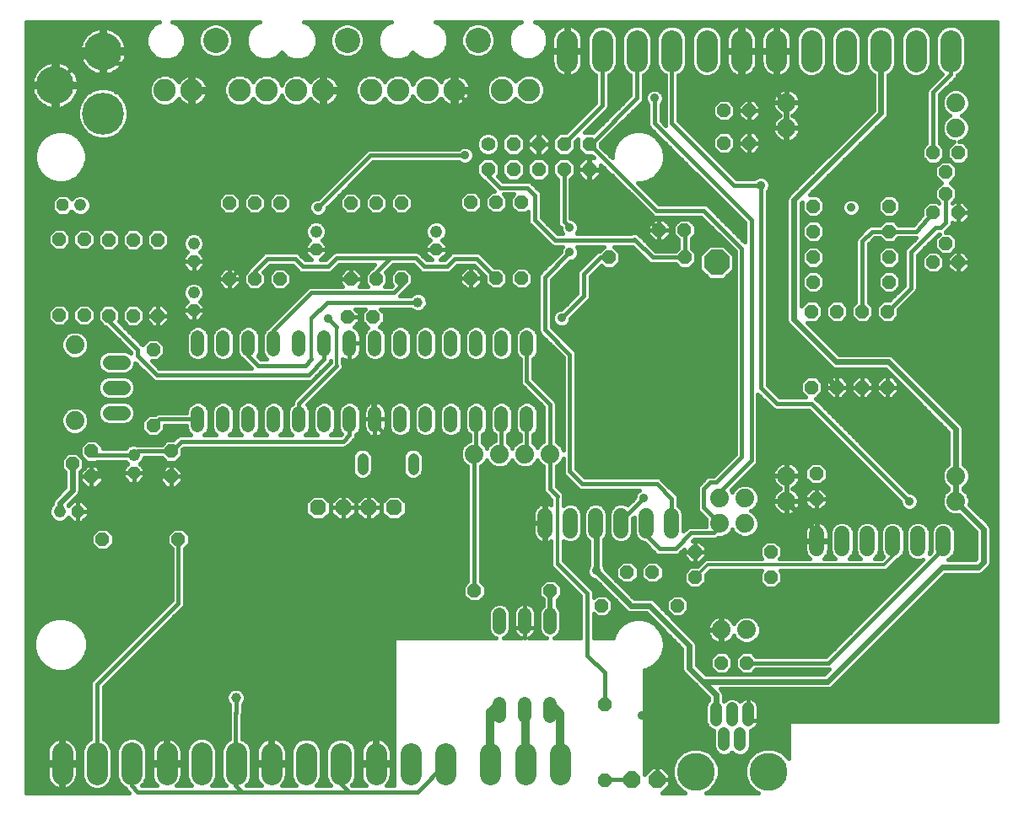
<source format=gbl>
G75*
%MOIN*%
%OFA0B0*%
%FSLAX24Y24*%
%IPPOS*%
%LPD*%
%AMOC8*
5,1,8,0,0,1.08239X$1,22.5*
%
%ADD10C,0.0520*%
%ADD11OC8,0.0520*%
%ADD12C,0.0440*%
%ADD13OC8,0.0630*%
%ADD14OC8,0.1000*%
%ADD15C,0.1500*%
%ADD16C,0.0476*%
%ADD17C,0.1000*%
%ADD18C,0.0886*%
%ADD19OC8,0.0480*%
%ADD20C,0.0480*%
%ADD21C,0.1660*%
%ADD22C,0.1502*%
%ADD23C,0.0600*%
%ADD24C,0.0560*%
%ADD25OC8,0.0560*%
%ADD26C,0.0840*%
%ADD27C,0.0740*%
%ADD28C,0.0560*%
%ADD29OC8,0.0660*%
%ADD30C,0.0220*%
%ADD31C,0.0160*%
%ADD32C,0.0357*%
%ADD33C,0.0120*%
%ADD34C,0.0396*%
%ADD35C,0.0200*%
%ADD36C,0.0320*%
D10*
X007430Y015974D02*
X007430Y016494D01*
X008430Y016494D02*
X008430Y015974D01*
X009430Y015974D02*
X009430Y016494D01*
X010430Y016494D02*
X010430Y015974D01*
X011430Y015974D02*
X011430Y016494D01*
X012430Y016494D02*
X012430Y015974D01*
X013430Y015974D02*
X013430Y016494D01*
X014430Y016494D02*
X014430Y015974D01*
X015430Y015974D02*
X015430Y016494D01*
X016430Y016494D02*
X016430Y015974D01*
X017430Y015974D02*
X017430Y016494D01*
X018430Y016494D02*
X018430Y015974D01*
X019430Y015974D02*
X019430Y016494D01*
X020430Y016494D02*
X020430Y015974D01*
X020430Y018974D02*
X020430Y019494D01*
X019430Y019494D02*
X019430Y018974D01*
X018430Y018974D02*
X018430Y019494D01*
X017430Y019494D02*
X017430Y018974D01*
X016430Y018974D02*
X016430Y019494D01*
X015430Y019494D02*
X015430Y018974D01*
X014430Y018974D02*
X014430Y019494D01*
X013430Y019494D02*
X013430Y018974D01*
X012430Y018974D02*
X012430Y019494D01*
X011430Y019494D02*
X011430Y018974D01*
X010430Y018974D02*
X010430Y019494D01*
X009430Y019494D02*
X009430Y018974D01*
X008430Y018974D02*
X008430Y019494D01*
X007430Y019494D02*
X007430Y018974D01*
X019357Y008516D02*
X019357Y007996D01*
X020357Y007996D02*
X020357Y008516D01*
X021357Y008516D02*
X021357Y007996D01*
X021357Y004996D02*
X021357Y004476D01*
X020357Y004476D02*
X020357Y004996D01*
X019357Y004996D02*
X019357Y004476D01*
D11*
X023507Y004945D03*
X023507Y001945D03*
X028125Y006594D03*
X029125Y006594D03*
X026385Y008858D03*
X027075Y009982D03*
X027075Y010991D03*
X025396Y010180D03*
X024396Y010180D03*
X023385Y008858D03*
X021365Y009449D03*
X018365Y009449D03*
X030075Y009982D03*
X030075Y010991D03*
X031873Y013083D03*
X031873Y014083D03*
X031690Y017498D03*
X032690Y017498D03*
X033690Y017498D03*
X034690Y017498D03*
X034690Y020498D03*
X033690Y020498D03*
X032690Y020498D03*
X031690Y020498D03*
X031753Y021667D03*
X031751Y022638D03*
X031753Y023667D03*
X031753Y024667D03*
X034753Y024667D03*
X034753Y023667D03*
X034751Y022638D03*
X034753Y021667D03*
X036491Y022441D03*
X036991Y023191D03*
X037491Y022441D03*
X037491Y024409D03*
X036991Y025159D03*
X036491Y024409D03*
X036991Y026022D03*
X036491Y026772D03*
X037491Y026772D03*
X029223Y027165D03*
X028223Y027165D03*
X028223Y028445D03*
X029223Y028445D03*
X026664Y023720D03*
X025664Y023720D03*
X026680Y022638D03*
X023680Y022638D03*
X020225Y021809D03*
X019225Y021809D03*
X018225Y021809D03*
X015480Y021784D03*
X014480Y021784D03*
X013480Y021784D03*
X013361Y020276D03*
X014361Y020276D03*
X010680Y021784D03*
X009680Y021784D03*
X008680Y021784D03*
X005845Y020333D03*
X004877Y020333D03*
X003908Y020333D03*
X002936Y020350D03*
X001952Y020350D03*
X001952Y023350D03*
X002936Y023350D03*
X003908Y023333D03*
X004877Y023333D03*
X005845Y023333D03*
X008680Y024784D03*
X009680Y024784D03*
X010680Y024784D03*
X013480Y024784D03*
X014480Y024784D03*
X015480Y024784D03*
X018225Y024809D03*
X019225Y024809D03*
X020225Y024809D03*
X006381Y014969D03*
X006381Y013969D03*
X005667Y015984D03*
X003231Y014969D03*
X002481Y014469D03*
X003231Y013969D03*
X003660Y011484D03*
X006660Y011484D03*
X005667Y018984D03*
D12*
X013934Y014696D02*
X013934Y014256D01*
X015934Y014256D02*
X015934Y014696D01*
D13*
X015180Y012734D03*
X014180Y012734D03*
X013180Y012734D03*
X012180Y012734D03*
D14*
X027936Y022441D03*
D15*
X027110Y002299D03*
X029984Y002299D03*
D16*
X028862Y003339D02*
X028862Y003815D01*
X028547Y004327D02*
X028547Y004802D01*
X027917Y004802D02*
X027917Y004327D01*
X028232Y003815D02*
X028232Y003339D01*
X029177Y004327D02*
X029177Y004802D01*
D17*
X018512Y031231D03*
X013341Y031221D03*
X008141Y031221D03*
D18*
X009086Y029253D03*
X010149Y029253D03*
X011333Y029253D03*
X012396Y029253D03*
X014286Y029253D03*
X015349Y029253D03*
X016504Y029262D03*
X017567Y029262D03*
X019457Y029262D03*
X020520Y029262D03*
X007196Y029253D03*
X006133Y029253D03*
D19*
X002094Y024705D03*
X007267Y022485D03*
X007267Y020543D03*
X012100Y022959D03*
X016850Y022959D03*
X004904Y014119D03*
X002681Y012582D03*
D20*
X001981Y012582D03*
X004904Y014819D03*
X007267Y021243D03*
X007267Y023185D03*
X002794Y024705D03*
X012100Y023659D03*
X016850Y023659D03*
D21*
X003680Y028330D03*
D22*
X001790Y029452D03*
X003680Y030791D03*
D23*
X021149Y012427D02*
X021149Y011827D01*
X022149Y011827D02*
X022149Y012427D01*
X023149Y012427D02*
X023149Y011827D01*
X024149Y011827D02*
X024149Y012427D01*
X025149Y012427D02*
X025149Y011827D01*
X026149Y011827D02*
X026149Y012427D01*
X031893Y011717D02*
X031893Y011117D01*
X032893Y011117D02*
X032893Y011717D01*
X033893Y011717D02*
X033893Y011117D01*
X034893Y011117D02*
X034893Y011717D01*
X035893Y011717D02*
X035893Y011117D01*
X036893Y011117D02*
X036893Y011717D01*
D24*
X018902Y027118D03*
D25*
X018902Y026118D03*
X019902Y026118D03*
X020902Y026118D03*
X020902Y027118D03*
X019902Y027118D03*
X021902Y027118D03*
X022902Y027118D03*
X022902Y026118D03*
X021902Y026118D03*
D26*
X022030Y030387D02*
X022030Y031227D01*
X023408Y031227D02*
X023408Y030387D01*
X024786Y030387D02*
X024786Y031227D01*
X026164Y031227D02*
X026164Y030387D01*
X027542Y030387D02*
X027542Y031227D01*
X028920Y031227D02*
X028920Y030387D01*
X030298Y030387D02*
X030298Y031227D01*
X031676Y031227D02*
X031676Y030387D01*
X033054Y030387D02*
X033054Y031227D01*
X034432Y031227D02*
X034432Y030387D01*
X035810Y030387D02*
X035810Y031227D01*
X037188Y031227D02*
X037188Y030387D01*
X021755Y003030D02*
X021755Y002190D01*
X020377Y002190D02*
X020377Y003030D01*
X018999Y003030D02*
X018999Y002190D01*
X017227Y002190D02*
X017227Y003030D01*
X015849Y003030D02*
X015849Y002190D01*
X014471Y002190D02*
X014471Y003030D01*
X013093Y003030D02*
X013093Y002190D01*
X011715Y002190D02*
X011715Y003030D01*
X010337Y003030D02*
X010337Y002190D01*
X008960Y002198D02*
X008960Y003038D01*
X007582Y003038D02*
X007582Y002198D01*
X006204Y002198D02*
X006204Y003038D01*
X004826Y003038D02*
X004826Y002198D01*
X003448Y002198D02*
X003448Y003038D01*
X002070Y003038D02*
X002070Y002198D01*
D27*
X002574Y016181D03*
X002574Y019181D03*
X018357Y014862D03*
X019357Y014862D03*
X020357Y014862D03*
X021341Y014862D03*
X028055Y013109D03*
X028055Y012109D03*
X029055Y012109D03*
X029055Y013109D03*
X030692Y012992D03*
X030692Y013992D03*
X029119Y007905D03*
X028119Y007905D03*
X037385Y012992D03*
X037385Y013992D03*
X037385Y027756D03*
X037385Y028756D03*
X030692Y028756D03*
X030692Y027756D03*
D28*
X004497Y018484D02*
X003937Y018484D01*
X003937Y017484D02*
X004497Y017484D01*
X004497Y016484D02*
X003937Y016484D01*
D29*
X024582Y001969D03*
X025582Y001969D03*
D30*
X027917Y004327D02*
X027917Y005334D01*
X027392Y005859D01*
X026853Y006398D01*
X026853Y007283D01*
X025278Y008858D01*
X024556Y008858D01*
X023180Y010234D01*
X023180Y012096D01*
X027392Y005859D02*
X032319Y005859D01*
X036844Y010384D01*
X038280Y010384D01*
X038480Y010584D01*
X038480Y011897D01*
X037385Y012992D01*
X037385Y013992D01*
X037385Y015846D01*
X034727Y018504D01*
X032660Y018504D01*
X030987Y020177D01*
X030987Y024902D01*
X034432Y028346D01*
X034432Y030807D01*
X030692Y028756D02*
X030692Y027756D01*
X030692Y026476D01*
X030397Y026181D01*
X030397Y019815D01*
X030692Y019520D01*
X030680Y019508D02*
X032690Y017498D01*
X030692Y012992D02*
X031893Y011791D01*
X030692Y028756D02*
X030298Y029150D01*
X030298Y030807D01*
X002481Y014469D02*
X002481Y013425D01*
X001980Y012924D01*
X001980Y012583D01*
D31*
X000660Y001464D02*
X000660Y031961D01*
X005932Y031961D01*
X005733Y031879D01*
X005515Y031660D01*
X005397Y031375D01*
X005397Y031067D01*
X005515Y030782D01*
X005733Y030564D01*
X006018Y030446D01*
X006326Y030446D01*
X006611Y030564D01*
X006829Y030782D01*
X006947Y031067D01*
X006947Y031375D01*
X006829Y031660D01*
X006611Y031879D01*
X006412Y031961D01*
X009869Y031961D01*
X009670Y031879D01*
X009452Y031660D01*
X009334Y031375D01*
X009334Y031067D01*
X009452Y030782D01*
X009670Y030564D01*
X009955Y030446D01*
X010263Y030446D01*
X010548Y030564D01*
X010741Y030756D01*
X010933Y030564D01*
X011218Y030446D01*
X011526Y030446D01*
X011811Y030564D01*
X012029Y030782D01*
X012147Y031067D01*
X012147Y031375D01*
X012029Y031660D01*
X011811Y031879D01*
X011612Y031961D01*
X015069Y031961D01*
X014870Y031879D01*
X014652Y031660D01*
X014534Y031375D01*
X014534Y031067D01*
X014652Y030782D01*
X014870Y030564D01*
X015155Y030446D01*
X015463Y030446D01*
X015748Y030564D01*
X015931Y030747D01*
X016104Y030573D01*
X016389Y030455D01*
X016698Y030455D01*
X016983Y030573D01*
X017201Y030792D01*
X017319Y031076D01*
X017319Y031385D01*
X017201Y031670D01*
X016983Y031888D01*
X016806Y031961D01*
X020217Y031961D01*
X020041Y031888D01*
X019823Y031670D01*
X019705Y031385D01*
X019705Y031076D01*
X019823Y030792D01*
X020041Y030573D01*
X020326Y030455D01*
X020635Y030455D01*
X020920Y030573D01*
X021138Y030792D01*
X021256Y031076D01*
X021256Y031385D01*
X021138Y031670D01*
X020920Y031888D01*
X020743Y031961D01*
X039031Y031961D01*
X039031Y004284D01*
X030780Y004284D01*
X030780Y002808D01*
X030773Y002826D01*
X030511Y003088D01*
X030169Y003229D01*
X029799Y003229D01*
X029457Y003088D01*
X029196Y002826D01*
X029054Y002484D01*
X029054Y002114D01*
X029196Y001772D01*
X029457Y001511D01*
X029570Y001464D01*
X027525Y001464D01*
X027637Y001511D01*
X027899Y001772D01*
X028040Y002114D01*
X028040Y002484D01*
X027899Y002826D01*
X027637Y003088D01*
X027295Y003229D01*
X026925Y003229D01*
X026583Y003088D01*
X026322Y002826D01*
X026180Y002484D01*
X026180Y002114D01*
X026322Y001772D01*
X026583Y001511D01*
X026696Y001464D01*
X025799Y001464D01*
X026092Y001757D01*
X026092Y001968D01*
X025582Y001968D01*
X025582Y001969D01*
X025582Y001969D01*
X025582Y002479D01*
X025793Y002479D01*
X026092Y002180D01*
X026092Y001969D01*
X025582Y001969D01*
X025582Y002479D01*
X025370Y002479D01*
X025082Y002190D01*
X025080Y002191D01*
X025080Y006324D01*
X025237Y006366D01*
X025473Y006502D01*
X025665Y006694D01*
X025800Y006929D01*
X025871Y007191D01*
X025871Y007463D01*
X025800Y007725D01*
X025665Y007960D01*
X025473Y008152D01*
X025237Y008288D01*
X024975Y008358D01*
X024704Y008358D01*
X024441Y008288D01*
X024206Y008152D01*
X024014Y007960D01*
X023879Y007725D01*
X023841Y007584D01*
X023078Y007584D01*
X023078Y008543D01*
X023202Y008418D01*
X023567Y008418D01*
X023825Y008676D01*
X023825Y009041D01*
X023567Y009298D01*
X023202Y009298D01*
X023078Y009174D01*
X023078Y009402D01*
X023038Y009498D01*
X022965Y009571D01*
X021877Y010659D01*
X021877Y011421D01*
X021878Y011420D01*
X022054Y011347D01*
X022245Y011347D01*
X022421Y011420D01*
X022556Y011555D01*
X022629Y011731D01*
X022629Y012522D01*
X022556Y012699D01*
X022421Y012834D01*
X022245Y012907D01*
X022054Y012907D01*
X021878Y012834D01*
X021877Y012833D01*
X021877Y013089D01*
X021897Y013137D01*
X021897Y013241D01*
X021857Y013336D01*
X021601Y013592D01*
X021601Y014375D01*
X021653Y014396D01*
X021808Y014551D01*
X021869Y014698D01*
X021869Y014122D01*
X021908Y014026D01*
X021982Y013953D01*
X022474Y013461D01*
X022569Y013421D01*
X024871Y013421D01*
X024852Y013413D01*
X024751Y013312D01*
X024697Y013181D01*
X024697Y013119D01*
X024415Y012837D01*
X024245Y012907D01*
X024054Y012907D01*
X023878Y012834D01*
X023743Y012699D01*
X023669Y012522D01*
X023669Y011731D01*
X023743Y011555D01*
X023878Y011420D01*
X024054Y011347D01*
X024245Y011347D01*
X024421Y011420D01*
X024556Y011555D01*
X024629Y011731D01*
X024629Y012316D01*
X024669Y012356D01*
X024669Y011731D01*
X024743Y011555D01*
X024878Y011420D01*
X025054Y011347D01*
X025075Y011347D01*
X025460Y010962D01*
X025533Y010889D01*
X025628Y010849D01*
X026357Y010849D01*
X026452Y010889D01*
X026525Y010962D01*
X026635Y011071D01*
X026635Y010991D01*
X026635Y010809D01*
X026893Y010551D01*
X027075Y010551D01*
X027257Y010551D01*
X027515Y010809D01*
X027515Y010991D01*
X027075Y010991D01*
X027075Y010551D01*
X027075Y010991D01*
X027075Y010991D01*
X027075Y010991D01*
X026635Y010991D01*
X027075Y010991D01*
X027075Y010991D01*
X027515Y010991D01*
X027515Y011174D01*
X027257Y011431D01*
X027075Y011431D01*
X027075Y010991D01*
X027075Y010991D01*
X027075Y011431D01*
X026995Y011431D01*
X027038Y011474D01*
X027857Y011474D01*
X027952Y011514D01*
X027998Y011559D01*
X028164Y011559D01*
X028367Y011643D01*
X028521Y011798D01*
X028555Y011879D01*
X028589Y011798D01*
X028743Y011643D01*
X028946Y011559D01*
X029164Y011559D01*
X029367Y011643D01*
X029521Y011798D01*
X029605Y012000D01*
X029605Y012219D01*
X029521Y012421D01*
X029367Y012576D01*
X029285Y012609D01*
X029367Y012643D01*
X029521Y012798D01*
X029605Y013000D01*
X029605Y013219D01*
X029521Y013421D01*
X029367Y013576D01*
X029164Y013659D01*
X028946Y013659D01*
X028743Y013576D01*
X028589Y013421D01*
X028555Y013339D01*
X028521Y013421D01*
X028503Y013439D01*
X029525Y014462D01*
X029565Y014558D01*
X029565Y017232D01*
X030158Y016639D01*
X030253Y016599D01*
X031572Y016599D01*
X035197Y012975D01*
X035197Y012913D01*
X035251Y012781D01*
X035352Y012680D01*
X035484Y012626D01*
X035626Y012626D01*
X035758Y012680D01*
X035859Y012781D01*
X035913Y012913D01*
X035913Y013056D01*
X035859Y013187D01*
X035758Y013288D01*
X035626Y013343D01*
X035564Y013343D01*
X031900Y017007D01*
X031849Y017058D01*
X031872Y017058D01*
X032130Y017316D01*
X032130Y017680D01*
X031872Y017938D01*
X031508Y017938D01*
X031250Y017680D01*
X031250Y017316D01*
X031446Y017119D01*
X030413Y017119D01*
X029940Y017592D01*
X029940Y025237D01*
X029984Y025281D01*
X030038Y025413D01*
X030038Y025556D01*
X029984Y025687D01*
X029883Y025788D01*
X029751Y025843D01*
X029609Y025843D01*
X029477Y025788D01*
X029433Y025744D01*
X028733Y025744D01*
X026424Y028053D01*
X026424Y029845D01*
X026504Y029878D01*
X026673Y030047D01*
X026764Y030268D01*
X026764Y031346D01*
X026673Y031567D01*
X026504Y031736D01*
X026284Y031827D01*
X026045Y031827D01*
X025824Y031736D01*
X025656Y031567D01*
X025564Y031346D01*
X025564Y030268D01*
X025656Y030047D01*
X025824Y029878D01*
X025904Y029845D01*
X025904Y027893D01*
X025915Y027867D01*
X025735Y028047D01*
X025735Y028690D01*
X025779Y028734D01*
X025834Y028866D01*
X025834Y029008D01*
X025779Y029140D01*
X025678Y029241D01*
X025547Y029295D01*
X025404Y029295D01*
X025272Y029241D01*
X025171Y029140D01*
X025117Y029008D01*
X025117Y028866D01*
X025171Y028734D01*
X025215Y028690D01*
X025215Y027887D01*
X025255Y027792D01*
X025328Y027719D01*
X029045Y024002D01*
X029045Y023237D01*
X027577Y024705D01*
X027482Y024744D01*
X025663Y024744D01*
X024820Y025587D01*
X024975Y025587D01*
X025237Y025657D01*
X025473Y025793D01*
X025665Y025985D01*
X025800Y026220D01*
X025871Y026482D01*
X025871Y026754D01*
X025800Y027016D01*
X025665Y027251D01*
X025473Y027443D01*
X025237Y027579D01*
X024975Y027649D01*
X024704Y027649D01*
X024441Y027579D01*
X024206Y027443D01*
X024014Y027251D01*
X023879Y027016D01*
X023808Y026754D01*
X023808Y026580D01*
X023362Y027026D01*
X023362Y027145D01*
X025007Y028790D01*
X025046Y028885D01*
X025046Y029845D01*
X025126Y029878D01*
X025295Y030047D01*
X025386Y030268D01*
X025386Y031346D01*
X025295Y031567D01*
X025126Y031736D01*
X024906Y031827D01*
X024667Y031827D01*
X024446Y031736D01*
X024278Y031567D01*
X024186Y031346D01*
X024186Y030268D01*
X024278Y030047D01*
X024446Y029878D01*
X024526Y029845D01*
X024526Y029045D01*
X023060Y027578D01*
X022712Y027578D01*
X023556Y028421D01*
X023629Y028494D01*
X023668Y028590D01*
X023668Y029845D01*
X023748Y029878D01*
X023917Y030047D01*
X024008Y030268D01*
X024008Y031346D01*
X023917Y031567D01*
X023748Y031736D01*
X023528Y031827D01*
X023289Y031827D01*
X023068Y031736D01*
X022900Y031567D01*
X022808Y031346D01*
X022808Y030268D01*
X022900Y030047D01*
X023068Y029878D01*
X023148Y029845D01*
X023148Y028749D01*
X021977Y027578D01*
X021712Y027578D01*
X021442Y027309D01*
X021442Y026928D01*
X021712Y026658D01*
X022093Y026658D01*
X022362Y026928D01*
X022362Y027228D01*
X022442Y027308D01*
X022442Y026928D01*
X022712Y026658D01*
X022995Y026658D01*
X023075Y026578D01*
X022912Y026578D01*
X022912Y026128D01*
X022892Y026128D01*
X022892Y026108D01*
X022442Y026108D01*
X022442Y025928D01*
X022712Y025658D01*
X022892Y025658D01*
X022892Y026108D01*
X022912Y026108D01*
X022912Y025658D01*
X023093Y025658D01*
X023362Y025928D01*
X023362Y026108D01*
X022912Y026108D01*
X022912Y026128D01*
X023362Y026128D01*
X023362Y026290D01*
X023764Y025889D01*
X023796Y025876D01*
X025335Y024337D01*
X025408Y024264D01*
X025503Y024224D01*
X027322Y024224D01*
X028670Y022877D01*
X028670Y014842D01*
X027822Y013994D01*
X027628Y013994D01*
X027533Y013955D01*
X027460Y013882D01*
X027210Y013632D01*
X027170Y013536D01*
X027170Y012683D01*
X027210Y012587D01*
X027283Y012514D01*
X027526Y012270D01*
X027505Y012219D01*
X027505Y012000D01*
X027507Y011994D01*
X026878Y011994D01*
X026783Y011955D01*
X026629Y011801D01*
X026629Y012522D01*
X026556Y012699D01*
X026424Y012831D01*
X026424Y013142D01*
X026385Y013238D01*
X025794Y013828D01*
X025721Y013902D01*
X025625Y013941D01*
X022729Y013941D01*
X022389Y014281D01*
X022389Y018851D01*
X022349Y018946D01*
X021405Y019891D01*
X021405Y021743D01*
X022138Y022476D01*
X022200Y022476D01*
X022332Y022531D01*
X022433Y022632D01*
X022487Y022763D01*
X022487Y022906D01*
X022433Y023038D01*
X022404Y023067D01*
X023487Y023067D01*
X023318Y022898D01*
X023282Y022898D01*
X023186Y022858D01*
X023113Y022785D01*
X022460Y022132D01*
X022420Y022036D01*
X022420Y021217D01*
X021796Y020593D01*
X021734Y020593D01*
X021602Y020538D01*
X021501Y020437D01*
X021447Y020306D01*
X021447Y020163D01*
X021405Y020163D01*
X021447Y020163D02*
X021501Y020031D01*
X021602Y019930D01*
X021734Y019876D01*
X021876Y019876D01*
X022008Y019930D01*
X022109Y020031D01*
X022163Y020163D01*
X028670Y020163D01*
X028670Y020321D02*
X022260Y020321D01*
X022163Y020225D02*
X022163Y020163D01*
X022163Y020225D02*
X022827Y020889D01*
X022900Y020962D01*
X022940Y021058D01*
X022940Y021877D01*
X023379Y022316D01*
X023498Y022198D01*
X023862Y022198D01*
X024120Y022456D01*
X024120Y022820D01*
X023873Y023067D01*
X024605Y023067D01*
X025181Y022491D01*
X025254Y022417D01*
X025350Y022378D01*
X026318Y022378D01*
X026498Y022198D01*
X026862Y022198D01*
X027120Y022456D01*
X027120Y022820D01*
X026940Y023000D01*
X026940Y023374D01*
X027104Y023538D01*
X027104Y023903D01*
X026847Y024160D01*
X026482Y024160D01*
X026224Y023903D01*
X026224Y023538D01*
X026420Y023342D01*
X026420Y023000D01*
X026318Y022898D01*
X025509Y022898D01*
X024900Y023507D01*
X024827Y023580D01*
X024732Y023619D01*
X024628Y023619D01*
X024550Y023587D01*
X022404Y023587D01*
X022433Y023616D01*
X022487Y023748D01*
X022487Y023890D01*
X022433Y024022D01*
X022332Y024123D01*
X022200Y024177D01*
X022162Y024177D01*
X022162Y025728D01*
X022362Y025928D01*
X022362Y026309D01*
X022093Y026578D01*
X021712Y026578D01*
X021442Y026309D01*
X021442Y025928D01*
X021642Y025728D01*
X021642Y023994D01*
X021682Y023898D01*
X021755Y023825D01*
X021770Y023810D01*
X021770Y023748D01*
X021825Y023616D01*
X021854Y023587D01*
X021646Y023587D01*
X021011Y024222D01*
X021011Y025150D01*
X020971Y025246D01*
X020676Y025541D01*
X020603Y025614D01*
X020507Y025654D01*
X019481Y025654D01*
X019285Y025850D01*
X019362Y025928D01*
X019362Y026309D01*
X019093Y026578D01*
X018712Y026578D01*
X018442Y026309D01*
X018442Y025928D01*
X018712Y025658D01*
X018741Y025658D01*
X018755Y025644D01*
X019150Y025249D01*
X019043Y025249D01*
X018785Y024991D01*
X018785Y024627D01*
X019043Y024369D01*
X019408Y024369D01*
X019665Y024627D01*
X019665Y024991D01*
X019523Y025134D01*
X019928Y025134D01*
X019785Y024991D01*
X019785Y024627D01*
X020043Y024369D01*
X020408Y024369D01*
X020491Y024452D01*
X020491Y024062D01*
X020530Y023967D01*
X020604Y023894D01*
X021318Y023179D01*
X021391Y023106D01*
X021487Y023067D01*
X021854Y023067D01*
X021825Y023038D01*
X021770Y022906D01*
X021770Y022844D01*
X020997Y022071D01*
X020924Y021998D01*
X020885Y021902D01*
X020885Y019732D01*
X020924Y019636D01*
X020997Y019563D01*
X021869Y018692D01*
X021869Y015026D01*
X021808Y015174D01*
X021653Y015328D01*
X021601Y015350D01*
X021601Y016882D01*
X021562Y016978D01*
X021489Y017051D01*
X020690Y017850D01*
X020690Y018612D01*
X020803Y018725D01*
X020870Y018887D01*
X020870Y019582D01*
X020803Y019743D01*
X020679Y019867D01*
X020518Y019934D01*
X020342Y019934D01*
X020181Y019867D01*
X020057Y019743D01*
X019990Y019582D01*
X019990Y018887D01*
X020057Y018725D01*
X020170Y018612D01*
X020170Y017690D01*
X020210Y017595D01*
X021081Y016723D01*
X021081Y015350D01*
X021030Y015328D01*
X020875Y015174D01*
X020849Y015111D01*
X020823Y015174D01*
X020690Y015307D01*
X020690Y015612D01*
X020803Y015725D01*
X020870Y015887D01*
X020870Y016582D01*
X020803Y016743D01*
X020679Y016867D01*
X020518Y016934D01*
X020342Y016934D01*
X020181Y016867D01*
X020057Y016743D01*
X019990Y016582D01*
X019990Y015887D01*
X020057Y015725D01*
X020170Y015612D01*
X020170Y015380D01*
X020046Y015328D01*
X019891Y015174D01*
X019857Y015092D01*
X019823Y015174D01*
X019690Y015307D01*
X019690Y015612D01*
X019803Y015725D01*
X019870Y015887D01*
X019870Y016582D01*
X019803Y016743D01*
X019679Y016867D01*
X019518Y016934D01*
X019342Y016934D01*
X019181Y016867D01*
X019057Y016743D01*
X018990Y016582D01*
X018990Y015887D01*
X019057Y015725D01*
X019170Y015612D01*
X019170Y015380D01*
X019046Y015328D01*
X018891Y015174D01*
X018857Y015092D01*
X018823Y015174D01*
X018690Y015307D01*
X018690Y015612D01*
X018803Y015725D01*
X018870Y015887D01*
X018870Y016582D01*
X018803Y016743D01*
X018679Y016867D01*
X018518Y016934D01*
X018342Y016934D01*
X018181Y016867D01*
X018057Y016743D01*
X017990Y016582D01*
X017990Y015887D01*
X018057Y015725D01*
X018170Y015612D01*
X018170Y015380D01*
X018046Y015328D01*
X017891Y015174D01*
X017807Y014972D01*
X017807Y014753D01*
X017891Y014551D01*
X018046Y014396D01*
X018097Y014375D01*
X018097Y009803D01*
X017925Y009631D01*
X017925Y009267D01*
X018183Y009009D01*
X018547Y009009D01*
X018805Y009267D01*
X018805Y009631D01*
X018617Y009819D01*
X018617Y014375D01*
X018669Y014396D01*
X018823Y014551D01*
X018857Y014632D01*
X018891Y014551D01*
X019046Y014396D01*
X019248Y014312D01*
X019467Y014312D01*
X019669Y014396D01*
X019823Y014551D01*
X019857Y014632D01*
X019891Y014551D01*
X020046Y014396D01*
X020248Y014312D01*
X020467Y014312D01*
X020669Y014396D01*
X020823Y014551D01*
X020849Y014613D01*
X020875Y014551D01*
X021030Y014396D01*
X021081Y014375D01*
X021081Y013433D01*
X021121Y013337D01*
X021397Y013061D01*
X021397Y012840D01*
X021334Y012872D01*
X021397Y012872D01*
X021334Y012872D02*
X021262Y012895D01*
X021187Y012907D01*
X021169Y012907D01*
X021169Y012147D01*
X021129Y012147D01*
X021129Y012107D01*
X020669Y012107D01*
X020669Y011789D01*
X020681Y011715D01*
X020705Y011643D01*
X020739Y011575D01*
X020783Y011514D01*
X020837Y011461D01*
X020898Y011416D01*
X020965Y011382D01*
X021037Y011359D01*
X021112Y011347D01*
X021129Y011347D01*
X021129Y012107D01*
X021169Y012107D01*
X021169Y011347D01*
X021187Y011347D01*
X021262Y011359D01*
X021334Y011382D01*
X021397Y011414D01*
X021397Y010631D01*
X021377Y010583D01*
X021377Y010480D01*
X021416Y010384D01*
X022558Y009243D01*
X022558Y007584D01*
X021513Y007584D01*
X021606Y007623D01*
X021730Y007747D01*
X021797Y007909D01*
X021797Y008604D01*
X021730Y008765D01*
X021637Y008858D01*
X021637Y009099D01*
X021805Y009267D01*
X021805Y009631D01*
X021547Y009889D01*
X021183Y009889D01*
X020925Y009631D01*
X020925Y009267D01*
X021077Y009114D01*
X021077Y008858D01*
X020984Y008765D01*
X020917Y008604D01*
X020917Y007909D01*
X020984Y007747D01*
X021108Y007623D01*
X021202Y007584D01*
X020514Y007584D01*
X020526Y007588D01*
X020588Y007620D01*
X020644Y007660D01*
X020693Y007709D01*
X020733Y007765D01*
X020765Y007827D01*
X020786Y007893D01*
X020797Y007961D01*
X020797Y007996D01*
X020357Y007996D01*
X019917Y007996D01*
X019917Y007961D01*
X019928Y007893D01*
X019949Y007827D01*
X019981Y007765D01*
X020022Y007709D01*
X020071Y007660D01*
X020127Y007620D01*
X020188Y007588D01*
X020201Y007584D01*
X019513Y007584D01*
X019606Y007623D01*
X019730Y007747D01*
X019797Y007909D01*
X019797Y008604D01*
X019730Y008765D01*
X019606Y008889D01*
X019445Y008956D01*
X019270Y008956D01*
X019108Y008889D01*
X018984Y008765D01*
X018917Y008604D01*
X018917Y007909D01*
X018984Y007747D01*
X019108Y007623D01*
X019202Y007584D01*
X015180Y007584D01*
X015180Y001744D01*
X014874Y001744D01*
X014929Y001799D01*
X014985Y001876D01*
X015027Y001960D01*
X015057Y002050D01*
X015071Y002143D01*
X015071Y002550D01*
X014531Y002550D01*
X014531Y002670D01*
X014411Y002670D01*
X014411Y002550D01*
X013871Y002550D01*
X013871Y002143D01*
X013886Y002050D01*
X013915Y001960D01*
X013958Y001876D01*
X014014Y001799D01*
X014069Y001744D01*
X013538Y001744D01*
X013517Y001765D01*
X013602Y001850D01*
X013693Y002071D01*
X013693Y003150D01*
X013602Y003370D01*
X013433Y003539D01*
X013213Y003630D01*
X012974Y003630D01*
X012754Y003539D01*
X012585Y003370D01*
X012493Y003150D01*
X012493Y002071D01*
X012585Y001850D01*
X012691Y001744D01*
X012118Y001744D01*
X012224Y001850D01*
X012315Y002071D01*
X012315Y003150D01*
X012224Y003370D01*
X012055Y003539D01*
X011835Y003630D01*
X011596Y003630D01*
X011376Y003539D01*
X011207Y003370D01*
X011115Y003150D01*
X011115Y002071D01*
X011207Y001850D01*
X011313Y001744D01*
X010740Y001744D01*
X010795Y001799D01*
X010851Y001876D01*
X010894Y001960D01*
X010923Y002050D01*
X010937Y002143D01*
X010937Y002550D01*
X010397Y002550D01*
X010397Y002670D01*
X010277Y002670D01*
X010277Y002550D01*
X009737Y002550D01*
X009737Y002143D01*
X009752Y002050D01*
X009781Y001960D01*
X009824Y001876D01*
X009880Y001799D01*
X009935Y001744D01*
X009354Y001744D01*
X009468Y001858D01*
X009560Y002079D01*
X009560Y003157D01*
X009468Y003378D01*
X009299Y003547D01*
X009190Y003592D01*
X009190Y004544D01*
X009200Y004567D01*
X009200Y004942D01*
X009260Y005002D01*
X009318Y005141D01*
X009318Y005292D01*
X009260Y005431D01*
X009154Y005537D01*
X009015Y005595D01*
X008865Y005595D01*
X008726Y005537D01*
X008619Y005431D01*
X008562Y005292D01*
X008562Y005141D01*
X008619Y005002D01*
X008680Y004942D01*
X008680Y004685D01*
X008670Y004661D01*
X008670Y003568D01*
X008620Y003547D01*
X008451Y003378D01*
X008360Y003157D01*
X008360Y002079D01*
X008451Y001858D01*
X008565Y001744D01*
X007976Y001744D01*
X008090Y001858D01*
X008182Y002079D01*
X008182Y003157D01*
X008090Y003378D01*
X007921Y003547D01*
X007701Y003638D01*
X007462Y003638D01*
X007242Y003547D01*
X007073Y003378D01*
X006982Y003157D01*
X006982Y002079D01*
X007073Y001858D01*
X007187Y001744D01*
X006598Y001744D01*
X006661Y001807D01*
X006717Y001884D01*
X006760Y001968D01*
X006789Y002058D01*
X006804Y002151D01*
X006804Y002558D01*
X006264Y002558D01*
X006264Y002678D01*
X006804Y002678D01*
X006804Y003085D01*
X006789Y003179D01*
X006760Y003268D01*
X006717Y003353D01*
X006661Y003429D01*
X006594Y003496D01*
X006518Y003551D01*
X006434Y003594D01*
X006344Y003623D01*
X006264Y003636D01*
X006264Y002678D01*
X006144Y002678D01*
X006144Y003636D01*
X006063Y003623D01*
X005973Y003594D01*
X005889Y003551D01*
X005813Y003496D01*
X005746Y003429D01*
X005690Y003353D01*
X005648Y003268D01*
X005618Y003179D01*
X005604Y003085D01*
X005604Y002678D01*
X006144Y002678D01*
X006144Y002558D01*
X005604Y002558D01*
X005604Y002151D01*
X005618Y002058D01*
X005648Y001968D01*
X005690Y001884D01*
X005746Y001807D01*
X005809Y001744D01*
X005220Y001744D01*
X005334Y001858D01*
X005426Y002079D01*
X005426Y003157D01*
X005334Y003378D01*
X005166Y003547D01*
X004945Y003638D01*
X004706Y003638D01*
X004486Y003547D01*
X004317Y003378D01*
X004226Y003157D01*
X004226Y002079D01*
X004317Y001858D01*
X004486Y001689D01*
X004554Y001661D01*
X004585Y001587D01*
X004707Y001464D01*
X000660Y001464D01*
X000660Y001618D02*
X001913Y001618D01*
X001929Y001613D02*
X002010Y001600D01*
X002010Y002558D01*
X002130Y002558D01*
X002130Y002678D01*
X002670Y002678D01*
X002670Y003085D01*
X002655Y003179D01*
X002626Y003268D01*
X002583Y003353D01*
X002527Y003429D01*
X002461Y003496D01*
X002384Y003551D01*
X002300Y003594D01*
X002210Y003623D01*
X002130Y003636D01*
X002130Y002678D01*
X002010Y002678D01*
X002010Y003636D01*
X001929Y003623D01*
X001839Y003594D01*
X001755Y003551D01*
X001679Y003496D01*
X001612Y003429D01*
X001557Y003353D01*
X001514Y003268D01*
X001485Y003179D01*
X001470Y003085D01*
X001470Y002678D01*
X002010Y002678D01*
X002010Y002558D01*
X001470Y002558D01*
X001470Y002151D01*
X001485Y002058D01*
X001514Y001968D01*
X001557Y001884D01*
X001612Y001807D01*
X001679Y001740D01*
X001755Y001685D01*
X001839Y001642D01*
X001929Y001613D01*
X002010Y001618D02*
X002130Y001618D01*
X002130Y001600D02*
X002210Y001613D01*
X002300Y001642D01*
X002384Y001685D01*
X002461Y001740D01*
X002527Y001807D01*
X002583Y001884D01*
X002626Y001968D01*
X002655Y002058D01*
X002670Y002151D01*
X002670Y002558D01*
X002130Y002558D01*
X002130Y001600D01*
X002227Y001618D02*
X003280Y001618D01*
X003328Y001598D02*
X003567Y001598D01*
X003788Y001689D01*
X003956Y001858D01*
X004048Y002079D01*
X004048Y003157D01*
X003956Y003378D01*
X003788Y003547D01*
X003708Y003580D01*
X003708Y005644D01*
X006807Y008744D01*
X006880Y008817D01*
X006920Y008913D01*
X006920Y011122D01*
X007100Y011302D01*
X007100Y011667D01*
X006842Y011924D01*
X006478Y011924D01*
X006220Y011667D01*
X006220Y011302D01*
X006400Y011122D01*
X006400Y009072D01*
X003227Y005899D01*
X003188Y005804D01*
X003188Y003580D01*
X003108Y003547D01*
X002939Y003378D01*
X002848Y003157D01*
X002848Y002079D01*
X002939Y001858D01*
X003108Y001689D01*
X003328Y001598D01*
X003616Y001618D02*
X004572Y001618D01*
X004398Y001777D02*
X003875Y001777D01*
X003988Y001935D02*
X004285Y001935D01*
X004226Y002094D02*
X004048Y002094D01*
X004048Y002252D02*
X004226Y002252D01*
X004226Y002411D02*
X004048Y002411D01*
X004048Y002569D02*
X004226Y002569D01*
X004226Y002728D02*
X004048Y002728D01*
X004048Y002886D02*
X004226Y002886D01*
X004226Y003045D02*
X004048Y003045D01*
X004029Y003203D02*
X004245Y003203D01*
X004310Y003362D02*
X003963Y003362D01*
X003814Y003520D02*
X004459Y003520D01*
X005192Y003520D02*
X005846Y003520D01*
X005697Y003362D02*
X005341Y003362D01*
X005407Y003203D02*
X005626Y003203D01*
X005604Y003045D02*
X005426Y003045D01*
X005426Y002886D02*
X005604Y002886D01*
X005604Y002728D02*
X005426Y002728D01*
X005426Y002569D02*
X006144Y002569D01*
X006264Y002569D02*
X006982Y002569D01*
X006982Y002411D02*
X006804Y002411D01*
X006804Y002252D02*
X006982Y002252D01*
X006982Y002094D02*
X006795Y002094D01*
X006743Y001935D02*
X007041Y001935D01*
X007154Y001777D02*
X006631Y001777D01*
X005776Y001777D02*
X005253Y001777D01*
X005366Y001935D02*
X005664Y001935D01*
X005613Y002094D02*
X005426Y002094D01*
X005426Y002252D02*
X005604Y002252D01*
X005604Y002411D02*
X005426Y002411D01*
X004826Y002618D02*
X004805Y002597D01*
X004805Y001734D01*
X005055Y001484D01*
X009180Y001484D01*
X008930Y001734D01*
X008930Y002589D01*
X008960Y002618D01*
X008930Y002648D01*
X008930Y004609D01*
X008940Y004619D01*
X008940Y005217D01*
X009205Y004947D02*
X015180Y004947D01*
X015180Y005105D02*
X009303Y005105D01*
X009318Y005264D02*
X015180Y005264D01*
X015180Y005422D02*
X009264Y005422D01*
X009049Y005581D02*
X015180Y005581D01*
X015180Y005739D02*
X003803Y005739D01*
X003708Y005581D02*
X008831Y005581D01*
X008616Y005422D02*
X003708Y005422D01*
X003708Y005264D02*
X008562Y005264D01*
X008577Y005105D02*
X003708Y005105D01*
X003708Y004947D02*
X008675Y004947D01*
X008680Y004788D02*
X003708Y004788D01*
X003708Y004630D02*
X008670Y004630D01*
X008670Y004471D02*
X003708Y004471D01*
X003708Y004313D02*
X008670Y004313D01*
X008670Y004154D02*
X003708Y004154D01*
X003708Y003996D02*
X008670Y003996D01*
X008670Y003837D02*
X003708Y003837D01*
X003708Y003679D02*
X008670Y003679D01*
X008593Y003520D02*
X007948Y003520D01*
X008097Y003362D02*
X008444Y003362D01*
X008378Y003203D02*
X008163Y003203D01*
X008182Y003045D02*
X008360Y003045D01*
X008360Y002886D02*
X008182Y002886D01*
X008182Y002728D02*
X008360Y002728D01*
X008360Y002569D02*
X008182Y002569D01*
X008182Y002411D02*
X008360Y002411D01*
X008360Y002252D02*
X008182Y002252D01*
X008182Y002094D02*
X008360Y002094D01*
X008419Y001935D02*
X008122Y001935D01*
X008009Y001777D02*
X008532Y001777D01*
X009180Y001484D02*
X013430Y001484D01*
X016101Y001484D01*
X017227Y002610D01*
X015180Y002569D02*
X014531Y002569D01*
X014531Y002670D02*
X015071Y002670D01*
X015071Y003077D01*
X015057Y003171D01*
X015027Y003261D01*
X014985Y003345D01*
X014929Y003421D01*
X014862Y003488D01*
X014786Y003543D01*
X014702Y003586D01*
X014612Y003615D01*
X014531Y003628D01*
X014531Y002670D01*
X014531Y002728D02*
X014411Y002728D01*
X014411Y002670D02*
X014411Y003628D01*
X014331Y003615D01*
X014241Y003586D01*
X014157Y003543D01*
X014080Y003488D01*
X014014Y003421D01*
X013958Y003345D01*
X013915Y003261D01*
X013886Y003171D01*
X013871Y003077D01*
X013871Y002670D01*
X014411Y002670D01*
X014411Y002569D02*
X013693Y002569D01*
X013693Y002411D02*
X013871Y002411D01*
X013871Y002252D02*
X013693Y002252D01*
X013693Y002094D02*
X013879Y002094D01*
X013928Y001935D02*
X013637Y001935D01*
X013528Y001777D02*
X014036Y001777D01*
X013430Y001484D02*
X013055Y001859D01*
X013055Y002572D01*
X013093Y002610D01*
X013693Y002728D02*
X013871Y002728D01*
X013871Y002886D02*
X013693Y002886D01*
X013693Y003045D02*
X013871Y003045D01*
X013897Y003203D02*
X013671Y003203D01*
X013606Y003362D02*
X013971Y003362D01*
X014125Y003520D02*
X013452Y003520D01*
X012735Y003520D02*
X012074Y003520D01*
X012228Y003362D02*
X012581Y003362D01*
X012516Y003203D02*
X012293Y003203D01*
X012315Y003045D02*
X012493Y003045D01*
X012493Y002886D02*
X012315Y002886D01*
X012315Y002728D02*
X012493Y002728D01*
X012493Y002569D02*
X012315Y002569D01*
X012315Y002411D02*
X012493Y002411D01*
X012493Y002252D02*
X012315Y002252D01*
X012315Y002094D02*
X012493Y002094D01*
X012550Y001935D02*
X012259Y001935D01*
X012150Y001777D02*
X012658Y001777D01*
X011280Y001777D02*
X010773Y001777D01*
X010881Y001935D02*
X011172Y001935D01*
X011115Y002094D02*
X010930Y002094D01*
X010937Y002252D02*
X011115Y002252D01*
X011115Y002411D02*
X010937Y002411D01*
X011115Y002569D02*
X010397Y002569D01*
X010397Y002670D02*
X010937Y002670D01*
X010937Y003077D01*
X010923Y003171D01*
X010894Y003261D01*
X010851Y003345D01*
X010795Y003421D01*
X010728Y003488D01*
X010652Y003543D01*
X010568Y003586D01*
X010478Y003615D01*
X010397Y003628D01*
X010397Y002670D01*
X010397Y002728D02*
X010277Y002728D01*
X010277Y002670D02*
X010277Y003628D01*
X010197Y003615D01*
X010107Y003586D01*
X010023Y003543D01*
X009947Y003488D01*
X009880Y003421D01*
X009824Y003345D01*
X009781Y003261D01*
X009752Y003171D01*
X009737Y003077D01*
X009737Y002670D01*
X010277Y002670D01*
X010277Y002569D02*
X009560Y002569D01*
X009560Y002411D02*
X009737Y002411D01*
X009737Y002252D02*
X009560Y002252D01*
X009560Y002094D02*
X009745Y002094D01*
X009794Y001935D02*
X009500Y001935D01*
X009387Y001777D02*
X009902Y001777D01*
X009737Y002728D02*
X009560Y002728D01*
X009560Y002886D02*
X009737Y002886D01*
X009737Y003045D02*
X009560Y003045D01*
X009541Y003203D02*
X009763Y003203D01*
X009837Y003362D02*
X009475Y003362D01*
X009326Y003520D02*
X009991Y003520D01*
X010277Y003520D02*
X010397Y003520D01*
X010397Y003362D02*
X010277Y003362D01*
X010277Y003203D02*
X010397Y003203D01*
X010397Y003045D02*
X010277Y003045D01*
X010277Y002886D02*
X010397Y002886D01*
X010937Y002886D02*
X011115Y002886D01*
X011115Y002728D02*
X010937Y002728D01*
X010937Y003045D02*
X011115Y003045D01*
X011138Y003203D02*
X010912Y003203D01*
X010838Y003362D02*
X011203Y003362D01*
X011357Y003520D02*
X010684Y003520D01*
X009190Y003679D02*
X015180Y003679D01*
X015180Y003837D02*
X009190Y003837D01*
X009190Y003996D02*
X015180Y003996D01*
X015180Y004154D02*
X009190Y004154D01*
X009190Y004313D02*
X015180Y004313D01*
X015180Y004471D02*
X009190Y004471D01*
X009200Y004630D02*
X015180Y004630D01*
X015180Y004788D02*
X009200Y004788D01*
X007215Y003520D02*
X006561Y003520D01*
X006710Y003362D02*
X007066Y003362D01*
X007001Y003203D02*
X006781Y003203D01*
X006804Y003045D02*
X006982Y003045D01*
X006982Y002886D02*
X006804Y002886D01*
X006804Y002728D02*
X006982Y002728D01*
X006264Y002728D02*
X006144Y002728D01*
X006144Y002886D02*
X006264Y002886D01*
X006264Y003045D02*
X006144Y003045D01*
X006144Y003203D02*
X006264Y003203D01*
X006264Y003362D02*
X006144Y003362D01*
X006144Y003520D02*
X006264Y003520D01*
X003448Y002618D02*
X003448Y005752D01*
X006660Y008964D01*
X006660Y011484D01*
X007100Y011445D02*
X018097Y011445D01*
X018097Y011287D02*
X007085Y011287D01*
X006926Y011128D02*
X018097Y011128D01*
X018097Y010970D02*
X006920Y010970D01*
X006920Y010811D02*
X018097Y010811D01*
X018097Y010653D02*
X006920Y010653D01*
X006920Y010494D02*
X018097Y010494D01*
X018097Y010336D02*
X006920Y010336D01*
X006920Y010177D02*
X018097Y010177D01*
X018097Y010019D02*
X006920Y010019D01*
X006920Y009860D02*
X018097Y009860D01*
X017996Y009702D02*
X006920Y009702D01*
X006920Y009543D02*
X017925Y009543D01*
X017925Y009385D02*
X006920Y009385D01*
X006920Y009226D02*
X017965Y009226D01*
X018124Y009068D02*
X006920Y009068D01*
X006919Y008909D02*
X019157Y008909D01*
X018978Y008751D02*
X006814Y008751D01*
X006656Y008592D02*
X018917Y008592D01*
X018917Y008434D02*
X006497Y008434D01*
X006339Y008275D02*
X018917Y008275D01*
X018917Y008117D02*
X006180Y008117D01*
X006022Y007958D02*
X018917Y007958D01*
X018962Y007800D02*
X005863Y007800D01*
X005705Y007641D02*
X019090Y007641D01*
X019625Y007641D02*
X020097Y007641D01*
X019963Y007800D02*
X019752Y007800D01*
X019797Y007958D02*
X019918Y007958D01*
X019917Y007996D02*
X020357Y007996D01*
X020357Y007996D01*
X020357Y007996D01*
X020357Y007584D01*
X020357Y007584D01*
X020357Y007996D01*
X020357Y008956D01*
X020323Y008956D01*
X020254Y008945D01*
X020188Y008924D01*
X020127Y008892D01*
X020071Y008852D01*
X020022Y008803D01*
X019981Y008747D01*
X019949Y008685D01*
X019928Y008619D01*
X019917Y008551D01*
X019917Y007996D01*
X019917Y008117D02*
X019797Y008117D01*
X019797Y008275D02*
X019917Y008275D01*
X019917Y008434D02*
X019797Y008434D01*
X019797Y008592D02*
X019924Y008592D01*
X019984Y008751D02*
X019736Y008751D01*
X019558Y008909D02*
X020160Y008909D01*
X020357Y008909D02*
X020357Y008909D01*
X020357Y008956D02*
X020357Y007996D01*
X020357Y007996D01*
X020357Y007972D01*
X020357Y007958D02*
X020357Y007958D01*
X020357Y007996D02*
X020357Y007996D01*
X020797Y007996D01*
X020797Y008551D01*
X020786Y008619D01*
X020765Y008685D01*
X020733Y008747D01*
X020693Y008803D01*
X020644Y008852D01*
X020588Y008892D01*
X020526Y008924D01*
X020460Y008945D01*
X020392Y008956D01*
X020357Y008956D01*
X020555Y008909D02*
X021077Y008909D01*
X021077Y009068D02*
X018606Y009068D01*
X018765Y009226D02*
X020965Y009226D01*
X020925Y009385D02*
X018805Y009385D01*
X018805Y009543D02*
X020925Y009543D01*
X020996Y009702D02*
X018734Y009702D01*
X018617Y009860D02*
X021154Y009860D01*
X021576Y009860D02*
X021940Y009860D01*
X022099Y009702D02*
X021734Y009702D01*
X021805Y009543D02*
X022257Y009543D01*
X022416Y009385D02*
X021805Y009385D01*
X021765Y009226D02*
X022558Y009226D01*
X022558Y009068D02*
X021637Y009068D01*
X021637Y008909D02*
X022558Y008909D01*
X022558Y008751D02*
X021736Y008751D01*
X021797Y008592D02*
X022558Y008592D01*
X022558Y008434D02*
X021797Y008434D01*
X021797Y008275D02*
X022558Y008275D01*
X022558Y008117D02*
X021797Y008117D01*
X021797Y007958D02*
X022558Y007958D01*
X022558Y007800D02*
X021752Y007800D01*
X021625Y007641D02*
X022558Y007641D01*
X023078Y007641D02*
X023856Y007641D01*
X023922Y007800D02*
X023078Y007800D01*
X023078Y007958D02*
X024013Y007958D01*
X024171Y008117D02*
X023078Y008117D01*
X023078Y008275D02*
X024420Y008275D01*
X024498Y008568D02*
X025158Y008568D01*
X026563Y007163D01*
X026563Y006340D01*
X026607Y006233D01*
X027146Y005695D01*
X027627Y005214D01*
X027627Y005103D01*
X027563Y005039D01*
X027499Y004885D01*
X027499Y004244D01*
X027563Y004090D01*
X027681Y003973D01*
X027821Y003914D01*
X027814Y003898D01*
X027814Y003256D01*
X027878Y003103D01*
X027996Y002985D01*
X028149Y002922D01*
X028315Y002922D01*
X028469Y002985D01*
X028547Y003063D01*
X028625Y002985D01*
X028779Y002922D01*
X028945Y002922D01*
X029099Y002985D01*
X029216Y003103D01*
X029280Y003256D01*
X029280Y003898D01*
X029271Y003919D01*
X029275Y003919D01*
X029337Y003940D01*
X029396Y003969D01*
X029449Y004008D01*
X029496Y004055D01*
X029534Y004108D01*
X029564Y004166D01*
X029585Y004229D01*
X029595Y004294D01*
X029595Y004327D01*
X029595Y004835D01*
X029585Y004900D01*
X029564Y004963D01*
X029534Y005021D01*
X029496Y005075D01*
X029449Y005121D01*
X029396Y005160D01*
X029337Y005190D01*
X029275Y005210D01*
X029210Y005220D01*
X029177Y005220D01*
X029144Y005220D01*
X029079Y005210D01*
X029017Y005190D01*
X028958Y005160D01*
X028905Y005121D01*
X028862Y005078D01*
X028784Y005157D01*
X028630Y005220D01*
X028464Y005220D01*
X028310Y005157D01*
X028232Y005078D01*
X028207Y005103D01*
X028207Y005391D01*
X028163Y005498D01*
X028092Y005569D01*
X032376Y005569D01*
X032483Y005613D01*
X032565Y005695D01*
X036964Y010094D01*
X038338Y010094D01*
X038444Y010138D01*
X038526Y010220D01*
X038726Y010420D01*
X038770Y010527D01*
X038770Y011955D01*
X038726Y012061D01*
X038644Y012143D01*
X037926Y012861D01*
X037935Y012883D01*
X037935Y013102D01*
X037851Y013304D01*
X037696Y013458D01*
X037675Y013467D01*
X037675Y013517D01*
X037696Y013526D01*
X037851Y013681D01*
X037935Y013883D01*
X037935Y014102D01*
X037851Y014304D01*
X037696Y014458D01*
X037675Y014467D01*
X037675Y015904D01*
X037631Y016011D01*
X037549Y016092D01*
X034892Y018750D01*
X034785Y018794D01*
X032780Y018794D01*
X031516Y020058D01*
X031872Y020058D01*
X032130Y020316D01*
X032130Y020680D01*
X031872Y020938D01*
X031508Y020938D01*
X031277Y020708D01*
X031277Y024781D01*
X031313Y024817D01*
X031313Y024485D01*
X031571Y024227D01*
X031935Y024227D01*
X032193Y024485D01*
X032193Y024850D01*
X031935Y025107D01*
X031603Y025107D01*
X034678Y028182D01*
X034722Y028289D01*
X034722Y029858D01*
X034772Y029878D01*
X034941Y030047D01*
X035032Y030268D01*
X035032Y031346D01*
X034941Y031567D01*
X034772Y031736D01*
X034551Y031827D01*
X034313Y031827D01*
X034092Y031736D01*
X033923Y031567D01*
X033832Y031346D01*
X033832Y030268D01*
X033923Y030047D01*
X034092Y029878D01*
X034142Y029858D01*
X034142Y028467D01*
X030823Y025147D01*
X030741Y025066D01*
X030697Y024959D01*
X030697Y020119D01*
X030741Y020013D01*
X032414Y018340D01*
X032496Y018258D01*
X032603Y018214D01*
X034607Y018214D01*
X037095Y015726D01*
X037095Y014467D01*
X037073Y014458D01*
X036918Y014304D01*
X036835Y014102D01*
X036835Y013883D01*
X036918Y013681D01*
X037073Y013526D01*
X037095Y013517D01*
X037095Y013467D01*
X037073Y013458D01*
X036918Y013304D01*
X036835Y013102D01*
X036835Y012883D01*
X036918Y012681D01*
X037073Y012526D01*
X037275Y012442D01*
X037494Y012442D01*
X037516Y012451D01*
X038190Y011777D01*
X038190Y010704D01*
X038160Y010674D01*
X037077Y010674D01*
X037164Y010710D01*
X037300Y010845D01*
X037373Y011022D01*
X037373Y011813D01*
X037300Y011989D01*
X037164Y012124D01*
X036988Y012197D01*
X036797Y012197D01*
X036621Y012124D01*
X036486Y011989D01*
X036413Y011813D01*
X036413Y011022D01*
X036416Y011013D01*
X036336Y010933D01*
X036373Y011022D01*
X036373Y011813D01*
X036300Y011989D01*
X036164Y012124D01*
X035988Y012197D01*
X035797Y012197D01*
X035621Y012124D01*
X035486Y011989D01*
X035413Y011813D01*
X035413Y011022D01*
X035486Y010845D01*
X035621Y010710D01*
X035797Y010637D01*
X035988Y010637D01*
X036077Y010674D01*
X032257Y006854D01*
X029487Y006854D01*
X029307Y007034D01*
X028943Y007034D01*
X028685Y006777D01*
X028685Y006412D01*
X028943Y006154D01*
X029307Y006154D01*
X029487Y006334D01*
X032384Y006334D01*
X032199Y006149D01*
X027512Y006149D01*
X027143Y006518D01*
X027143Y007341D01*
X027099Y007448D01*
X027018Y007529D01*
X025443Y009104D01*
X025336Y009148D01*
X024676Y009148D01*
X023538Y010286D01*
X023538Y010306D01*
X023484Y010437D01*
X023470Y010451D01*
X023470Y011469D01*
X023556Y011555D01*
X023629Y011731D01*
X023629Y012522D01*
X023556Y012699D01*
X023421Y012834D01*
X023245Y012907D01*
X023054Y012907D01*
X022878Y012834D01*
X022743Y012699D01*
X022669Y012522D01*
X022669Y011731D01*
X022743Y011555D01*
X022878Y011420D01*
X022890Y011415D01*
X022890Y010451D01*
X022876Y010437D01*
X022822Y010306D01*
X022822Y010163D01*
X022876Y010031D01*
X022977Y009930D01*
X023109Y009876D01*
X023128Y009876D01*
X024310Y008694D01*
X024392Y008612D01*
X024498Y008568D01*
X024440Y008592D02*
X023741Y008592D01*
X023825Y008751D02*
X024253Y008751D01*
X024095Y008909D02*
X023825Y008909D01*
X023797Y009068D02*
X023936Y009068D01*
X023778Y009226D02*
X023639Y009226D01*
X023619Y009385D02*
X023078Y009385D01*
X023078Y009226D02*
X023130Y009226D01*
X022818Y009350D02*
X022818Y006890D01*
X023507Y006201D01*
X023507Y004945D01*
X025080Y004947D02*
X027525Y004947D01*
X027499Y004788D02*
X025080Y004788D01*
X025080Y004630D02*
X027499Y004630D01*
X027499Y004471D02*
X025080Y004471D01*
X025080Y004313D02*
X027499Y004313D01*
X027536Y004154D02*
X025080Y004154D01*
X025080Y003996D02*
X027657Y003996D01*
X027814Y003837D02*
X025080Y003837D01*
X025080Y003679D02*
X027814Y003679D01*
X027814Y003520D02*
X025080Y003520D01*
X025080Y003362D02*
X027814Y003362D01*
X027836Y003203D02*
X027358Y003203D01*
X027680Y003045D02*
X027936Y003045D01*
X027838Y002886D02*
X029256Y002886D01*
X029158Y003045D02*
X029414Y003045D01*
X029258Y003203D02*
X029736Y003203D01*
X029280Y003362D02*
X030780Y003362D01*
X030780Y003520D02*
X029280Y003520D01*
X029280Y003679D02*
X030780Y003679D01*
X030780Y003837D02*
X029280Y003837D01*
X029432Y003996D02*
X030780Y003996D01*
X030780Y004154D02*
X029558Y004154D01*
X029595Y004313D02*
X039031Y004313D01*
X039031Y004471D02*
X029595Y004471D01*
X029595Y004327D02*
X029177Y004327D01*
X029177Y005220D01*
X029177Y004327D01*
X029177Y004327D01*
X029177Y004327D01*
X029595Y004327D01*
X029595Y004630D02*
X039031Y004630D01*
X039031Y004788D02*
X029595Y004788D01*
X029569Y004947D02*
X039031Y004947D01*
X039031Y005105D02*
X029465Y005105D01*
X029177Y005105D02*
X029177Y005105D01*
X029177Y004947D02*
X029177Y004947D01*
X029177Y004788D02*
X029177Y004788D01*
X029177Y004630D02*
X029177Y004630D01*
X029177Y004471D02*
X029177Y004471D01*
X028889Y005105D02*
X028835Y005105D01*
X028259Y005105D02*
X028207Y005105D01*
X028207Y005264D02*
X039031Y005264D01*
X039031Y005422D02*
X028194Y005422D01*
X027577Y005264D02*
X025080Y005264D01*
X025080Y005422D02*
X027418Y005422D01*
X027260Y005581D02*
X025080Y005581D01*
X025080Y005739D02*
X027101Y005739D01*
X026943Y005898D02*
X025080Y005898D01*
X025080Y006056D02*
X026784Y006056D01*
X026626Y006215D02*
X025080Y006215D01*
X025250Y006373D02*
X026563Y006373D01*
X026563Y006532D02*
X025503Y006532D01*
X025661Y006690D02*
X026563Y006690D01*
X026563Y006849D02*
X025754Y006849D01*
X025821Y007007D02*
X026563Y007007D01*
X026561Y007166D02*
X025864Y007166D01*
X025871Y007324D02*
X026402Y007324D01*
X026244Y007483D02*
X025865Y007483D01*
X025823Y007641D02*
X026085Y007641D01*
X025927Y007800D02*
X025757Y007800D01*
X025768Y007958D02*
X025666Y007958D01*
X025610Y008117D02*
X025508Y008117D01*
X025451Y008275D02*
X025259Y008275D01*
X025293Y008434D02*
X023582Y008434D01*
X023187Y008434D02*
X023078Y008434D01*
X022818Y009350D02*
X021637Y010531D01*
X021465Y010336D02*
X018617Y010336D01*
X018617Y010494D02*
X021377Y010494D01*
X021397Y010653D02*
X018617Y010653D01*
X018617Y010811D02*
X021397Y010811D01*
X021397Y010970D02*
X018617Y010970D01*
X018617Y011128D02*
X021397Y011128D01*
X021397Y011287D02*
X018617Y011287D01*
X018617Y011445D02*
X020858Y011445D01*
X020724Y011604D02*
X018617Y011604D01*
X018617Y011762D02*
X020674Y011762D01*
X020669Y011921D02*
X018617Y011921D01*
X018617Y012079D02*
X020669Y012079D01*
X020669Y012147D02*
X021129Y012147D01*
X021129Y012907D01*
X021112Y012907D01*
X021037Y012895D01*
X020965Y012872D01*
X018617Y012872D01*
X018617Y013030D02*
X021397Y013030D01*
X021269Y013189D02*
X018617Y013189D01*
X018617Y013347D02*
X021117Y013347D01*
X021081Y013506D02*
X018617Y013506D01*
X018617Y013664D02*
X021081Y013664D01*
X021081Y013823D02*
X018617Y013823D01*
X018617Y013981D02*
X021081Y013981D01*
X021081Y014140D02*
X018617Y014140D01*
X018617Y014298D02*
X021081Y014298D01*
X020969Y014457D02*
X020730Y014457D01*
X020357Y014862D02*
X020430Y014935D01*
X020430Y016234D01*
X020870Y016200D02*
X021081Y016200D01*
X021081Y016042D02*
X020870Y016042D01*
X020869Y015883D02*
X021081Y015883D01*
X021081Y015725D02*
X020803Y015725D01*
X020690Y015566D02*
X021081Y015566D01*
X021081Y015408D02*
X020690Y015408D01*
X020748Y015249D02*
X020951Y015249D01*
X021341Y014862D02*
X021341Y013484D01*
X021637Y013189D01*
X021897Y013189D02*
X024700Y013189D01*
X024786Y013347D02*
X021846Y013347D01*
X021688Y013506D02*
X022429Y013506D01*
X022270Y013664D02*
X021601Y013664D01*
X021601Y013823D02*
X022112Y013823D01*
X021953Y013981D02*
X021601Y013981D01*
X021601Y014140D02*
X021869Y014140D01*
X021869Y014298D02*
X021601Y014298D01*
X021714Y014457D02*
X021869Y014457D01*
X021869Y014615D02*
X021834Y014615D01*
X022129Y014173D02*
X022129Y018799D01*
X021145Y019783D01*
X021145Y021850D01*
X022129Y022835D01*
X022460Y022699D02*
X023027Y022699D01*
X023185Y022857D02*
X022487Y022857D01*
X022442Y023016D02*
X023436Y023016D01*
X023334Y022638D02*
X023680Y022638D01*
X023651Y022609D01*
X023334Y022638D02*
X022680Y021984D01*
X022680Y021109D01*
X021805Y020234D01*
X021544Y020480D02*
X021405Y020480D01*
X021405Y020638D02*
X021841Y020638D01*
X022000Y020797D02*
X021405Y020797D01*
X021405Y020955D02*
X022158Y020955D01*
X022317Y021114D02*
X021405Y021114D01*
X021405Y021272D02*
X022420Y021272D01*
X022420Y021431D02*
X021405Y021431D01*
X021405Y021589D02*
X022420Y021589D01*
X022420Y021748D02*
X021410Y021748D01*
X021568Y021906D02*
X022420Y021906D01*
X022432Y022065D02*
X021727Y022065D01*
X021885Y022223D02*
X022551Y022223D01*
X022710Y022382D02*
X022044Y022382D01*
X022341Y022540D02*
X022868Y022540D01*
X023287Y022223D02*
X023472Y022223D01*
X023128Y022065D02*
X027350Y022065D01*
X027256Y022159D02*
X027654Y021761D01*
X028218Y021761D01*
X028616Y022159D01*
X028616Y022723D01*
X028218Y023121D01*
X027654Y023121D01*
X027256Y022723D01*
X027256Y022159D01*
X027256Y022223D02*
X026888Y022223D01*
X027046Y022382D02*
X027256Y022382D01*
X027256Y022540D02*
X027120Y022540D01*
X027120Y022699D02*
X027256Y022699D01*
X027391Y022857D02*
X027083Y022857D01*
X026940Y023016D02*
X027549Y023016D01*
X027057Y023491D02*
X028055Y023491D01*
X028214Y023333D02*
X026940Y023333D01*
X026940Y023174D02*
X028372Y023174D01*
X028323Y023016D02*
X028531Y023016D01*
X028481Y022857D02*
X028670Y022857D01*
X028670Y022699D02*
X028616Y022699D01*
X028616Y022540D02*
X028670Y022540D01*
X028670Y022382D02*
X028616Y022382D01*
X028616Y022223D02*
X028670Y022223D01*
X028670Y022065D02*
X028521Y022065D01*
X028670Y021906D02*
X028363Y021906D01*
X028670Y021748D02*
X022940Y021748D01*
X022940Y021589D02*
X028670Y021589D01*
X028670Y021431D02*
X022940Y021431D01*
X022940Y021272D02*
X028670Y021272D01*
X028670Y021114D02*
X022940Y021114D01*
X022894Y020955D02*
X028670Y020955D01*
X028670Y020797D02*
X022735Y020797D01*
X022577Y020638D02*
X028670Y020638D01*
X028670Y020480D02*
X022418Y020480D01*
X022082Y020004D02*
X028670Y020004D01*
X028670Y019846D02*
X021450Y019846D01*
X021405Y020004D02*
X021528Y020004D01*
X021453Y020321D02*
X021405Y020321D01*
X020885Y020321D02*
X014801Y020321D01*
X014801Y020458D02*
X014660Y020599D01*
X015857Y020599D01*
X015911Y020546D01*
X016050Y020488D01*
X016200Y020488D01*
X016339Y020546D01*
X016445Y020652D01*
X016503Y020791D01*
X016503Y020941D01*
X016445Y021080D01*
X016339Y021187D01*
X016200Y021244D01*
X016050Y021244D01*
X015911Y021187D01*
X015850Y021126D01*
X015760Y021126D01*
X015744Y021119D01*
X015433Y021119D01*
X015627Y021314D01*
X015658Y021344D01*
X015662Y021344D01*
X015920Y021602D01*
X015920Y021967D01*
X015662Y022224D01*
X015298Y022224D01*
X015040Y021967D01*
X015040Y021602D01*
X015110Y021532D01*
X015072Y021494D01*
X014812Y021494D01*
X014920Y021602D01*
X014920Y021967D01*
X014850Y022037D01*
X015163Y022349D01*
X015947Y022349D01*
X016160Y022137D01*
X016233Y022064D01*
X016328Y022024D01*
X017332Y022024D01*
X017427Y022064D01*
X017688Y022324D01*
X018342Y022324D01*
X018785Y021881D01*
X018785Y021627D01*
X019043Y021369D01*
X019408Y021369D01*
X019665Y021627D01*
X019665Y021991D01*
X019408Y022249D01*
X019153Y022249D01*
X018670Y022732D01*
X018597Y022805D01*
X018502Y022844D01*
X017528Y022844D01*
X017433Y022805D01*
X017360Y022732D01*
X017172Y022544D01*
X017029Y022544D01*
X017270Y022785D01*
X017270Y022959D01*
X016850Y022959D01*
X016430Y022959D01*
X016430Y022785D01*
X016671Y022544D01*
X016488Y022544D01*
X016202Y022830D01*
X016107Y022869D01*
X012853Y022869D01*
X012758Y022830D01*
X012472Y022544D01*
X012279Y022544D01*
X012520Y022785D01*
X012520Y022959D01*
X012100Y022959D01*
X011680Y022959D01*
X011680Y022785D01*
X011921Y022544D01*
X011688Y022544D01*
X011427Y022805D01*
X011332Y022844D01*
X010128Y022844D01*
X010033Y022805D01*
X009960Y022732D01*
X009460Y022232D01*
X009427Y022154D01*
X009240Y021967D01*
X009240Y021602D01*
X009498Y021344D01*
X009862Y021344D01*
X010120Y021602D01*
X010120Y021967D01*
X010025Y022062D01*
X010288Y022324D01*
X011172Y022324D01*
X011360Y022137D01*
X011433Y022064D01*
X011528Y022024D01*
X012632Y022024D01*
X012727Y022064D01*
X013013Y022349D01*
X014427Y022349D01*
X014333Y022255D01*
X014333Y022255D01*
X014302Y022224D01*
X014298Y022224D01*
X014040Y021967D01*
X014040Y021602D01*
X014148Y021494D01*
X013812Y021494D01*
X013920Y021602D01*
X013920Y021784D01*
X013480Y021784D01*
X013040Y021784D01*
X013040Y021602D01*
X013148Y021494D01*
X011878Y021494D01*
X011783Y021455D01*
X011710Y021382D01*
X010210Y019882D01*
X010208Y019879D01*
X010181Y019867D01*
X010057Y019743D01*
X009990Y019582D01*
X009990Y018887D01*
X010057Y018725D01*
X010163Y018619D01*
X009913Y018619D01*
X009804Y018728D01*
X009870Y018887D01*
X009870Y019582D01*
X009803Y019743D01*
X009679Y019867D01*
X009518Y019934D01*
X009342Y019934D01*
X009181Y019867D01*
X009057Y019743D01*
X008990Y019582D01*
X008990Y018887D01*
X009057Y018725D01*
X009181Y018601D01*
X009208Y018590D01*
X009210Y018587D01*
X009552Y018244D01*
X005913Y018244D01*
X005613Y018544D01*
X005850Y018544D01*
X006107Y018802D01*
X006107Y019167D01*
X005850Y019424D01*
X005485Y019424D01*
X005234Y019173D01*
X005202Y019205D01*
X004302Y020105D01*
X004348Y020150D01*
X004348Y020515D01*
X004091Y020773D01*
X003726Y020773D01*
X003468Y020515D01*
X003468Y020150D01*
X003726Y019893D01*
X003779Y019893D01*
X004795Y018877D01*
X004795Y018837D01*
X004758Y018874D01*
X004589Y018944D01*
X003846Y018944D01*
X003677Y018874D01*
X003547Y018745D01*
X003477Y018576D01*
X003477Y018393D01*
X003547Y018224D01*
X003677Y018094D01*
X003846Y018024D01*
X004589Y018024D01*
X004758Y018094D01*
X004887Y018224D01*
X004957Y018393D01*
X004957Y018464D01*
X005585Y017837D01*
X005658Y017764D01*
X005753Y017724D01*
X011857Y017724D01*
X011952Y017764D01*
X012577Y018389D01*
X012650Y018462D01*
X012686Y018548D01*
X012686Y018484D01*
X011210Y017008D01*
X011170Y016912D01*
X011170Y016857D01*
X011057Y016743D01*
X010990Y016582D01*
X010990Y015887D01*
X011057Y015725D01*
X011163Y015619D01*
X010697Y015619D01*
X010803Y015725D01*
X010870Y015887D01*
X010870Y016582D01*
X010803Y016743D01*
X010679Y016867D01*
X010518Y016934D01*
X010342Y016934D01*
X010181Y016867D01*
X010057Y016743D01*
X009990Y016582D01*
X009990Y015887D01*
X010057Y015725D01*
X010163Y015619D01*
X009697Y015619D01*
X009803Y015725D01*
X009870Y015887D01*
X009870Y016582D01*
X009803Y016743D01*
X009679Y016867D01*
X009518Y016934D01*
X009342Y016934D01*
X009181Y016867D01*
X009057Y016743D01*
X008990Y016582D01*
X008990Y015887D01*
X009057Y015725D01*
X009163Y015619D01*
X008697Y015619D01*
X008803Y015725D01*
X008870Y015887D01*
X008870Y016582D01*
X008803Y016743D01*
X008679Y016867D01*
X008518Y016934D01*
X008342Y016934D01*
X008181Y016867D01*
X008057Y016743D01*
X007990Y016582D01*
X007990Y015887D01*
X008057Y015725D01*
X008163Y015619D01*
X007697Y015619D01*
X007803Y015725D01*
X007870Y015887D01*
X007870Y016582D01*
X007803Y016743D01*
X007679Y016867D01*
X007518Y016934D01*
X007342Y016934D01*
X007181Y016867D01*
X007057Y016743D01*
X006990Y016582D01*
X006990Y016494D01*
X005866Y016494D01*
X005770Y016455D01*
X005740Y016424D01*
X005485Y016424D01*
X005227Y016167D01*
X005227Y015802D01*
X005485Y015544D01*
X005850Y015544D01*
X006107Y015802D01*
X006107Y015974D01*
X006990Y015974D01*
X006990Y015887D01*
X007057Y015725D01*
X007163Y015619D01*
X006720Y015619D01*
X006624Y015580D01*
X006453Y015409D01*
X006199Y015409D01*
X006019Y015229D01*
X005012Y015229D01*
X004988Y015239D01*
X004821Y015239D01*
X004666Y015175D01*
X004570Y015079D01*
X003671Y015079D01*
X003671Y015151D01*
X003413Y015409D01*
X003049Y015409D01*
X002791Y015151D01*
X002791Y014786D01*
X003049Y014529D01*
X003413Y014529D01*
X003443Y014559D01*
X004570Y014559D01*
X004660Y014469D01*
X004484Y014292D01*
X004484Y014119D01*
X004904Y014119D01*
X004904Y014118D01*
X004904Y014118D01*
X004904Y013699D01*
X004730Y013699D01*
X004484Y013945D01*
X004484Y014118D01*
X004904Y014118D01*
X004904Y013699D01*
X005078Y013699D01*
X005324Y013945D01*
X005324Y014118D01*
X004904Y014118D01*
X004904Y014119D02*
X003381Y014119D01*
X003231Y013969D01*
X003231Y014409D01*
X003049Y014409D01*
X002791Y014151D01*
X002791Y013969D01*
X003231Y013969D01*
X003231Y013969D01*
X003231Y013968D01*
X003231Y013968D01*
X003231Y013529D01*
X003049Y013529D01*
X002791Y013786D01*
X002791Y013968D01*
X003231Y013968D01*
X003231Y013529D01*
X003413Y013529D01*
X003671Y013786D01*
X003671Y013968D01*
X003231Y013968D01*
X003231Y013969D01*
X003231Y014409D01*
X003413Y014409D01*
X003671Y014151D01*
X003671Y013969D01*
X003231Y013969D01*
X003231Y013981D02*
X003231Y013981D01*
X003231Y013823D02*
X003231Y013823D01*
X003231Y013664D02*
X003231Y013664D01*
X002913Y013664D02*
X002771Y013664D01*
X002771Y013506D02*
X018097Y013506D01*
X018097Y013664D02*
X006699Y013664D01*
X006821Y013786D02*
X006563Y013529D01*
X006381Y013529D01*
X006381Y013968D01*
X006381Y013968D01*
X006381Y013969D01*
X006381Y013969D01*
X006381Y014409D01*
X006563Y014409D01*
X006821Y014151D01*
X006821Y013969D01*
X006381Y013969D01*
X006381Y014409D01*
X006199Y014409D01*
X005941Y014151D01*
X005941Y013969D01*
X006381Y013969D01*
X006231Y014119D01*
X004904Y014119D01*
X005324Y014119D01*
X005324Y014292D01*
X005148Y014469D01*
X005260Y014581D01*
X005313Y014709D01*
X006019Y014709D01*
X006199Y014529D01*
X006563Y014529D01*
X006821Y014786D01*
X006821Y015041D01*
X006879Y015099D01*
X013232Y015099D01*
X013327Y015139D01*
X013400Y015212D01*
X013650Y015462D01*
X013690Y015558D01*
X013690Y015612D01*
X013803Y015725D01*
X013870Y015887D01*
X013870Y016582D01*
X013803Y016743D01*
X013679Y016867D01*
X013518Y016934D01*
X013342Y016934D01*
X013181Y016867D01*
X013057Y016743D01*
X012990Y016582D01*
X012990Y015887D01*
X013057Y015725D01*
X013118Y015664D01*
X013072Y015619D01*
X012697Y015619D01*
X012803Y015725D01*
X012870Y015887D01*
X012870Y016582D01*
X012803Y016743D01*
X012679Y016867D01*
X012518Y016934D01*
X012342Y016934D01*
X012181Y016867D01*
X012057Y016743D01*
X011990Y016582D01*
X011990Y015887D01*
X012057Y015725D01*
X012163Y015619D01*
X011697Y015619D01*
X011803Y015725D01*
X011870Y015887D01*
X011870Y016582D01*
X011803Y016743D01*
X011742Y016805D01*
X013146Y018209D01*
X013186Y018305D01*
X013186Y018408D01*
X013166Y018456D01*
X013166Y018622D01*
X013199Y018598D01*
X013261Y018566D01*
X013327Y018545D01*
X013395Y018534D01*
X013430Y018534D01*
X013465Y018534D01*
X013533Y018545D01*
X013599Y018566D01*
X013661Y018598D01*
X013717Y018639D01*
X013766Y018688D01*
X013806Y018744D01*
X013838Y018805D01*
X013859Y018871D01*
X013870Y018940D01*
X013870Y019234D01*
X013430Y019234D01*
X013430Y018534D01*
X013430Y019234D01*
X013430Y019234D01*
X013430Y019234D01*
X013430Y018049D01*
X014353Y017126D01*
X014353Y016129D01*
X014930Y015552D01*
X014930Y014359D01*
X014180Y013609D01*
X014180Y012734D01*
X014180Y012239D01*
X014385Y012239D01*
X014675Y012529D01*
X014675Y012734D01*
X014180Y012734D01*
X014180Y012734D01*
X014180Y012239D01*
X013975Y012239D01*
X013685Y012529D01*
X013685Y012734D01*
X014180Y012734D01*
X014180Y012734D01*
X014180Y012734D01*
X014675Y012734D01*
X014675Y012939D01*
X014385Y013229D01*
X014180Y013229D01*
X014180Y012734D01*
X013685Y012734D01*
X013685Y012939D01*
X013975Y013229D01*
X014180Y013229D01*
X014180Y012734D01*
X014180Y012734D01*
X014180Y012713D02*
X014180Y012713D01*
X014180Y012555D02*
X014180Y012555D01*
X014180Y012396D02*
X014180Y012396D01*
X014542Y012396D02*
X014818Y012396D01*
X014685Y012529D02*
X014975Y012239D01*
X015385Y012239D01*
X015675Y012529D01*
X015675Y012939D01*
X015385Y013229D01*
X014975Y013229D01*
X014685Y012939D01*
X014685Y012529D01*
X014685Y012555D02*
X014675Y012555D01*
X014675Y012713D02*
X014685Y012713D01*
X014675Y012872D02*
X014685Y012872D01*
X014776Y013030D02*
X014584Y013030D01*
X014426Y013189D02*
X014934Y013189D01*
X015426Y013189D02*
X018097Y013189D01*
X018097Y013347D02*
X002763Y013347D01*
X002771Y013368D02*
X002771Y014136D01*
X002921Y014286D01*
X002921Y014651D01*
X002663Y014909D01*
X002299Y014909D01*
X002041Y014651D01*
X002041Y014286D01*
X002191Y014136D01*
X002191Y013546D01*
X001734Y013089D01*
X001690Y012982D01*
X001690Y012884D01*
X001625Y012819D01*
X001561Y012665D01*
X001561Y012498D01*
X001625Y012344D01*
X001743Y012226D01*
X001898Y012162D01*
X002065Y012162D01*
X002219Y012226D01*
X002331Y012338D01*
X002507Y012162D01*
X002681Y012162D01*
X002681Y012582D01*
X002681Y013002D01*
X002507Y013002D01*
X002331Y012826D01*
X002311Y012845D01*
X002645Y013180D01*
X002727Y013261D01*
X002771Y013368D01*
X002655Y013189D02*
X011934Y013189D01*
X011975Y013229D02*
X011685Y012939D01*
X011685Y012529D01*
X011975Y012239D01*
X012385Y012239D01*
X012675Y012529D01*
X012675Y012939D01*
X012385Y013229D01*
X011975Y013229D01*
X011776Y013030D02*
X002496Y013030D01*
X002681Y013002D02*
X002855Y013002D01*
X003101Y012756D01*
X003101Y012582D01*
X002681Y012582D01*
X002681Y012582D01*
X002681Y013002D01*
X002681Y012872D02*
X002681Y012872D01*
X002681Y012713D02*
X002681Y012713D01*
X002681Y012582D02*
X002681Y012582D01*
X002681Y012582D01*
X003101Y012582D01*
X003101Y012408D01*
X002855Y012162D01*
X002681Y012162D01*
X002681Y012582D01*
X002681Y012555D02*
X002681Y012555D01*
X002681Y012396D02*
X002681Y012396D01*
X002681Y012238D02*
X002681Y012238D01*
X002431Y012238D02*
X002231Y012238D01*
X001981Y012582D02*
X001980Y012583D01*
X001677Y012872D02*
X000660Y012872D01*
X000660Y013030D02*
X001710Y013030D01*
X001834Y013189D02*
X000660Y013189D01*
X000660Y013347D02*
X001993Y013347D01*
X002151Y013506D02*
X000660Y013506D01*
X000660Y013664D02*
X002191Y013664D01*
X002191Y013823D02*
X000660Y013823D01*
X000660Y013981D02*
X002191Y013981D01*
X002188Y014140D02*
X000660Y014140D01*
X000660Y014298D02*
X002041Y014298D01*
X002041Y014457D02*
X000660Y014457D01*
X000660Y014615D02*
X002041Y014615D01*
X002164Y014774D02*
X000660Y014774D01*
X000660Y014932D02*
X002791Y014932D01*
X002798Y014774D02*
X002804Y014774D01*
X002921Y014615D02*
X002962Y014615D01*
X002921Y014457D02*
X004649Y014457D01*
X004490Y014298D02*
X003524Y014298D01*
X003671Y014140D02*
X004484Y014140D01*
X004484Y013981D02*
X003671Y013981D01*
X003671Y013823D02*
X004606Y013823D01*
X004904Y013823D02*
X004904Y013823D01*
X004904Y013981D02*
X004904Y013981D01*
X004904Y014118D02*
X004904Y014119D01*
X005203Y013823D02*
X005941Y013823D01*
X005941Y013786D02*
X006199Y013529D01*
X006381Y013529D01*
X006381Y013968D01*
X006821Y013968D01*
X006821Y013786D01*
X006821Y013823D02*
X018097Y013823D01*
X018097Y013981D02*
X016225Y013981D01*
X016273Y014030D02*
X016161Y013917D01*
X016014Y013856D01*
X015854Y013856D01*
X015707Y013917D01*
X015595Y014030D01*
X015534Y014177D01*
X015534Y014776D01*
X015595Y014923D01*
X015707Y015035D01*
X015854Y015096D01*
X016014Y015096D01*
X016161Y015035D01*
X016273Y014923D01*
X016334Y014776D01*
X016334Y014177D01*
X016273Y014030D01*
X016319Y014140D02*
X018097Y014140D01*
X018097Y014298D02*
X016334Y014298D01*
X016334Y014457D02*
X017985Y014457D01*
X017864Y014615D02*
X016334Y014615D01*
X016334Y014774D02*
X017807Y014774D01*
X017807Y014932D02*
X016264Y014932D01*
X016027Y015091D02*
X017857Y015091D01*
X017966Y015249D02*
X013438Y015249D01*
X013596Y015408D02*
X018170Y015408D01*
X018170Y015566D02*
X017595Y015566D01*
X017518Y015534D02*
X017679Y015601D01*
X017803Y015725D01*
X017870Y015887D01*
X017870Y016582D01*
X017803Y016743D01*
X017679Y016867D01*
X017518Y016934D01*
X017342Y016934D01*
X017181Y016867D01*
X017057Y016743D01*
X016990Y016582D01*
X016990Y015887D01*
X017057Y015725D01*
X017181Y015601D01*
X017342Y015534D01*
X017518Y015534D01*
X017265Y015566D02*
X016595Y015566D01*
X016518Y015534D02*
X016679Y015601D01*
X016803Y015725D01*
X016870Y015887D01*
X016870Y016582D01*
X016803Y016743D01*
X016679Y016867D01*
X016518Y016934D01*
X016342Y016934D01*
X016181Y016867D01*
X016057Y016743D01*
X015990Y016582D01*
X015990Y015887D01*
X016057Y015725D01*
X016181Y015601D01*
X016342Y015534D01*
X016518Y015534D01*
X016265Y015566D02*
X015595Y015566D01*
X015518Y015534D02*
X015679Y015601D01*
X015803Y015725D01*
X015870Y015887D01*
X015870Y016582D01*
X015803Y016743D01*
X015679Y016867D01*
X015518Y016934D01*
X015342Y016934D01*
X015181Y016867D01*
X015057Y016743D01*
X014990Y016582D01*
X014990Y015887D01*
X015057Y015725D01*
X015181Y015601D01*
X015342Y015534D01*
X015518Y015534D01*
X015265Y015566D02*
X014598Y015566D01*
X014599Y015566D02*
X014661Y015598D01*
X014717Y015639D01*
X014766Y015688D01*
X014806Y015744D01*
X014838Y015805D01*
X014859Y015871D01*
X014870Y015940D01*
X014870Y016234D01*
X014430Y016234D01*
X014430Y015534D01*
X014465Y015534D01*
X014533Y015545D01*
X014599Y015566D01*
X014430Y015566D02*
X014430Y015566D01*
X014430Y015534D02*
X014430Y016234D01*
X014430Y016234D01*
X014430Y016234D01*
X013990Y016234D01*
X013990Y015940D01*
X014001Y015871D01*
X014022Y015805D01*
X014054Y015744D01*
X014094Y015688D01*
X014143Y015639D01*
X014199Y015598D01*
X014261Y015566D01*
X014327Y015545D01*
X014395Y015534D01*
X014430Y015534D01*
X014262Y015566D02*
X013690Y015566D01*
X013803Y015725D02*
X014067Y015725D01*
X013999Y015883D02*
X013869Y015883D01*
X013870Y016042D02*
X013990Y016042D01*
X013990Y016200D02*
X013870Y016200D01*
X013990Y016234D02*
X013990Y016529D01*
X014001Y016597D01*
X014022Y016663D01*
X014054Y016725D01*
X014094Y016781D01*
X014143Y016830D01*
X014199Y016871D01*
X014261Y016902D01*
X014327Y016923D01*
X014395Y016934D01*
X014430Y016934D01*
X014430Y016234D01*
X014430Y016234D01*
X014353Y016129D01*
X014430Y016200D02*
X014430Y016200D01*
X014430Y016234D02*
X014870Y016234D01*
X014870Y016529D01*
X014859Y016597D01*
X014838Y016663D01*
X014806Y016725D01*
X014766Y016781D01*
X014717Y016830D01*
X014661Y016871D01*
X014599Y016902D01*
X014533Y016923D01*
X014465Y016934D01*
X014430Y016934D01*
X014430Y016234D01*
X013990Y016234D01*
X013990Y016359D02*
X013870Y016359D01*
X013870Y016517D02*
X013990Y016517D01*
X014029Y016676D02*
X013831Y016676D01*
X013712Y016834D02*
X014149Y016834D01*
X014430Y016834D02*
X014430Y016834D01*
X014430Y016676D02*
X014430Y016676D01*
X014430Y016517D02*
X014430Y016517D01*
X014430Y016359D02*
X014430Y016359D01*
X014430Y016234D02*
X014430Y016234D01*
X014430Y016042D02*
X014430Y016042D01*
X014430Y015883D02*
X014430Y015883D01*
X014430Y015725D02*
X014430Y015725D01*
X014793Y015725D02*
X015057Y015725D01*
X014991Y015883D02*
X014861Y015883D01*
X014870Y016042D02*
X014990Y016042D01*
X014990Y016200D02*
X014870Y016200D01*
X014870Y016359D02*
X014990Y016359D01*
X014990Y016517D02*
X014870Y016517D01*
X014831Y016676D02*
X015029Y016676D01*
X015148Y016834D02*
X014711Y016834D01*
X015712Y016834D02*
X016148Y016834D01*
X016029Y016676D02*
X015831Y016676D01*
X015870Y016517D02*
X015990Y016517D01*
X015990Y016359D02*
X015870Y016359D01*
X015870Y016200D02*
X015990Y016200D01*
X015990Y016042D02*
X015870Y016042D01*
X015869Y015883D02*
X015991Y015883D01*
X016057Y015725D02*
X015803Y015725D01*
X015841Y015091D02*
X014027Y015091D01*
X014014Y015096D02*
X013854Y015096D01*
X013707Y015035D01*
X013595Y014923D01*
X013534Y014776D01*
X013534Y014177D01*
X013595Y014030D01*
X013707Y013917D01*
X013854Y013856D01*
X014014Y013856D01*
X014161Y013917D01*
X014273Y014030D01*
X014334Y014177D01*
X014334Y014776D01*
X014273Y014923D01*
X014161Y015035D01*
X014014Y015096D01*
X013841Y015091D02*
X006871Y015091D01*
X006821Y014932D02*
X013604Y014932D01*
X013534Y014774D02*
X006808Y014774D01*
X006650Y014615D02*
X013534Y014615D01*
X013534Y014457D02*
X005160Y014457D01*
X005275Y014615D02*
X006112Y014615D01*
X006088Y014298D02*
X005319Y014298D01*
X005324Y014140D02*
X005941Y014140D01*
X005941Y013981D02*
X005324Y013981D01*
X005941Y013968D02*
X005941Y013786D01*
X006063Y013664D02*
X003549Y013664D01*
X002791Y013823D02*
X002771Y013823D01*
X002771Y013981D02*
X002791Y013981D01*
X002775Y014140D02*
X002791Y014140D01*
X002921Y014298D02*
X002939Y014298D01*
X003231Y014298D02*
X003231Y014298D01*
X003231Y014140D02*
X003231Y014140D01*
X003381Y014819D02*
X003231Y014969D01*
X003381Y014819D02*
X004904Y014819D01*
X005054Y014969D01*
X006381Y014969D01*
X006772Y015359D01*
X013180Y015359D01*
X013430Y015609D01*
X013430Y016234D01*
X012990Y016200D02*
X012870Y016200D01*
X012870Y016042D02*
X012990Y016042D01*
X012991Y015883D02*
X012869Y015883D01*
X012803Y015725D02*
X013057Y015725D01*
X012990Y016359D02*
X012870Y016359D01*
X012870Y016517D02*
X012990Y016517D01*
X013029Y016676D02*
X012831Y016676D01*
X012712Y016834D02*
X013148Y016834D01*
X012406Y017468D02*
X020336Y017468D01*
X020196Y017627D02*
X012564Y017627D01*
X012723Y017785D02*
X020170Y017785D01*
X020170Y017944D02*
X012881Y017944D01*
X013040Y018102D02*
X020170Y018102D01*
X020170Y018261D02*
X013168Y018261D01*
X013181Y018419D02*
X020170Y018419D01*
X020170Y018578D02*
X019623Y018578D01*
X019679Y018601D02*
X019803Y018725D01*
X019870Y018887D01*
X019870Y019582D01*
X019803Y019743D01*
X019679Y019867D01*
X019518Y019934D01*
X019342Y019934D01*
X019181Y019867D01*
X019057Y019743D01*
X018990Y019582D01*
X018990Y018887D01*
X019057Y018725D01*
X019181Y018601D01*
X019342Y018534D01*
X019518Y018534D01*
X019679Y018601D01*
X019808Y018736D02*
X020052Y018736D01*
X019990Y018895D02*
X019870Y018895D01*
X019870Y019053D02*
X019990Y019053D01*
X019990Y019212D02*
X019870Y019212D01*
X019870Y019370D02*
X019990Y019370D01*
X019990Y019529D02*
X019870Y019529D01*
X019826Y019687D02*
X020034Y019687D01*
X020159Y019846D02*
X019701Y019846D01*
X019159Y019846D02*
X018701Y019846D01*
X018679Y019867D02*
X018518Y019934D01*
X018342Y019934D01*
X018181Y019867D01*
X018057Y019743D01*
X017990Y019582D01*
X017990Y018887D01*
X018057Y018725D01*
X018181Y018601D01*
X018342Y018534D01*
X018518Y018534D01*
X018679Y018601D01*
X018803Y018725D01*
X018870Y018887D01*
X018870Y019582D01*
X018803Y019743D01*
X018679Y019867D01*
X018826Y019687D02*
X019034Y019687D01*
X018990Y019529D02*
X018870Y019529D01*
X018870Y019370D02*
X018990Y019370D01*
X018990Y019212D02*
X018870Y019212D01*
X018870Y019053D02*
X018990Y019053D01*
X018990Y018895D02*
X018870Y018895D01*
X018808Y018736D02*
X019052Y018736D01*
X019237Y018578D02*
X018623Y018578D01*
X018237Y018578D02*
X017623Y018578D01*
X017679Y018601D02*
X017803Y018725D01*
X017870Y018887D01*
X017870Y019582D01*
X017803Y019743D01*
X017679Y019867D01*
X017518Y019934D01*
X017342Y019934D01*
X017181Y019867D01*
X017057Y019743D01*
X016990Y019582D01*
X016990Y018887D01*
X017057Y018725D01*
X017181Y018601D01*
X017342Y018534D01*
X017518Y018534D01*
X017679Y018601D01*
X017808Y018736D02*
X018052Y018736D01*
X017990Y018895D02*
X017870Y018895D01*
X017870Y019053D02*
X017990Y019053D01*
X017990Y019212D02*
X017870Y019212D01*
X017870Y019370D02*
X017990Y019370D01*
X017990Y019529D02*
X017870Y019529D01*
X017826Y019687D02*
X018034Y019687D01*
X018159Y019846D02*
X017701Y019846D01*
X017159Y019846D02*
X016701Y019846D01*
X016679Y019867D02*
X016518Y019934D01*
X016342Y019934D01*
X016181Y019867D01*
X016057Y019743D01*
X015990Y019582D01*
X015990Y018887D01*
X016057Y018725D01*
X016181Y018601D01*
X016342Y018534D01*
X016518Y018534D01*
X016679Y018601D01*
X016803Y018725D01*
X016870Y018887D01*
X016870Y019582D01*
X016803Y019743D01*
X016679Y019867D01*
X016826Y019687D02*
X017034Y019687D01*
X016990Y019529D02*
X016870Y019529D01*
X016870Y019370D02*
X016990Y019370D01*
X016990Y019212D02*
X016870Y019212D01*
X016870Y019053D02*
X016990Y019053D01*
X016990Y018895D02*
X016870Y018895D01*
X016808Y018736D02*
X017052Y018736D01*
X017237Y018578D02*
X016623Y018578D01*
X016237Y018578D02*
X015623Y018578D01*
X015679Y018601D02*
X015803Y018725D01*
X015870Y018887D01*
X015870Y019582D01*
X015803Y019743D01*
X015679Y019867D01*
X015518Y019934D01*
X015342Y019934D01*
X015181Y019867D01*
X015057Y019743D01*
X014990Y019582D01*
X014990Y018887D01*
X015057Y018725D01*
X015181Y018601D01*
X015342Y018534D01*
X015518Y018534D01*
X015679Y018601D01*
X015808Y018736D02*
X016052Y018736D01*
X015990Y018895D02*
X015870Y018895D01*
X015870Y019053D02*
X015990Y019053D01*
X015990Y019212D02*
X015870Y019212D01*
X015870Y019370D02*
X015990Y019370D01*
X015990Y019529D02*
X015870Y019529D01*
X015826Y019687D02*
X016034Y019687D01*
X016159Y019846D02*
X015701Y019846D01*
X015159Y019846D02*
X014701Y019846D01*
X014679Y019867D02*
X014606Y019898D01*
X014801Y020093D01*
X014801Y020458D01*
X014779Y020480D02*
X020885Y020480D01*
X020885Y020638D02*
X016432Y020638D01*
X016503Y020797D02*
X020885Y020797D01*
X020885Y020955D02*
X016497Y020955D01*
X016412Y021114D02*
X020885Y021114D01*
X020885Y021272D02*
X015586Y021272D01*
X015749Y021431D02*
X017981Y021431D01*
X018043Y021369D02*
X017785Y021627D01*
X017785Y021809D01*
X018225Y021809D01*
X018225Y021809D01*
X017785Y021809D01*
X017785Y021991D01*
X018043Y022249D01*
X018225Y022249D01*
X018225Y021809D01*
X018225Y021809D01*
X018225Y021369D01*
X018043Y021369D01*
X018225Y021369D02*
X018408Y021369D01*
X018665Y021627D01*
X018665Y021809D01*
X018225Y021809D01*
X018225Y021809D01*
X018225Y021369D01*
X018225Y021431D02*
X018225Y021431D01*
X018225Y021589D02*
X018225Y021589D01*
X018225Y021748D02*
X018225Y021748D01*
X018225Y021809D02*
X018225Y021809D01*
X018225Y022249D01*
X018408Y022249D01*
X018665Y021991D01*
X018665Y021809D01*
X018225Y021809D01*
X018225Y021906D02*
X018225Y021906D01*
X018225Y022065D02*
X018225Y022065D01*
X018225Y022223D02*
X018225Y022223D01*
X018017Y022223D02*
X017587Y022223D01*
X017428Y022065D02*
X017859Y022065D01*
X017785Y021906D02*
X015920Y021906D01*
X015920Y021748D02*
X017785Y021748D01*
X017823Y021589D02*
X015907Y021589D01*
X015480Y021534D02*
X015480Y021784D01*
X015480Y021659D01*
X015480Y021534D02*
X015180Y021234D01*
X011930Y021234D01*
X010430Y019734D01*
X010430Y019234D01*
X009990Y019212D02*
X009870Y019212D01*
X009870Y019370D02*
X009990Y019370D01*
X009990Y019529D02*
X009870Y019529D01*
X009826Y019687D02*
X010034Y019687D01*
X010159Y019846D02*
X009701Y019846D01*
X009159Y019846D02*
X008701Y019846D01*
X008679Y019867D02*
X008518Y019934D01*
X008342Y019934D01*
X008181Y019867D01*
X008057Y019743D01*
X007990Y019582D01*
X007990Y018887D01*
X008057Y018725D01*
X008181Y018601D01*
X008342Y018534D01*
X008518Y018534D01*
X008679Y018601D01*
X008803Y018725D01*
X008870Y018887D01*
X008870Y019582D01*
X008803Y019743D01*
X008679Y019867D01*
X008826Y019687D02*
X009034Y019687D01*
X008990Y019529D02*
X008870Y019529D01*
X008870Y019370D02*
X008990Y019370D01*
X008990Y019212D02*
X008870Y019212D01*
X008870Y019053D02*
X008990Y019053D01*
X008990Y018895D02*
X008870Y018895D01*
X008808Y018736D02*
X009052Y018736D01*
X009219Y018578D02*
X008623Y018578D01*
X008237Y018578D02*
X007623Y018578D01*
X007679Y018601D02*
X007803Y018725D01*
X007870Y018887D01*
X007870Y019582D01*
X007803Y019743D01*
X007679Y019867D01*
X007518Y019934D01*
X007342Y019934D01*
X007181Y019867D01*
X007057Y019743D01*
X006990Y019582D01*
X006990Y018887D01*
X007057Y018725D01*
X007181Y018601D01*
X007342Y018534D01*
X007518Y018534D01*
X007679Y018601D01*
X007808Y018736D02*
X008052Y018736D01*
X007990Y018895D02*
X007870Y018895D01*
X007870Y019053D02*
X007990Y019053D01*
X007990Y019212D02*
X007870Y019212D01*
X007870Y019370D02*
X007990Y019370D01*
X007990Y019529D02*
X007870Y019529D01*
X007826Y019687D02*
X008034Y019687D01*
X008159Y019846D02*
X007701Y019846D01*
X007441Y020123D02*
X007687Y020369D01*
X007687Y020543D01*
X007687Y020717D01*
X007511Y020893D01*
X007623Y021005D01*
X007687Y021159D01*
X007687Y021326D01*
X007623Y021481D01*
X007505Y021599D01*
X007350Y021663D01*
X007183Y021663D01*
X007029Y021599D01*
X006911Y021481D01*
X006847Y021326D01*
X006847Y021159D01*
X006911Y021005D01*
X007023Y020893D01*
X006847Y020717D01*
X006847Y020543D01*
X007267Y020543D01*
X007687Y020543D01*
X007267Y020543D01*
X007267Y020543D01*
X007267Y020123D01*
X007441Y020123D01*
X007481Y020163D02*
X010491Y020163D01*
X010649Y020321D02*
X007639Y020321D01*
X007687Y020480D02*
X010808Y020480D01*
X010966Y020638D02*
X007687Y020638D01*
X007607Y020797D02*
X011125Y020797D01*
X011283Y020955D02*
X007573Y020955D01*
X007668Y021114D02*
X011442Y021114D01*
X011600Y021272D02*
X007687Y021272D01*
X007643Y021431D02*
X008411Y021431D01*
X008498Y021344D02*
X008240Y021602D01*
X008240Y021784D01*
X008680Y021784D01*
X008680Y021344D01*
X008862Y021344D01*
X009120Y021602D01*
X009120Y021784D01*
X008680Y021784D01*
X008680Y021784D01*
X008680Y021344D01*
X008498Y021344D01*
X008680Y021431D02*
X008680Y021431D01*
X008680Y021589D02*
X008680Y021589D01*
X008680Y021748D02*
X008680Y021748D01*
X008680Y021784D02*
X008680Y021784D01*
X008680Y021784D01*
X009855Y022959D01*
X012100Y022959D01*
X012100Y022959D01*
X011680Y022959D01*
X011680Y023133D01*
X011856Y023309D01*
X011744Y023421D01*
X011680Y023576D01*
X011680Y023743D01*
X011744Y023897D01*
X011862Y024015D01*
X012017Y024079D01*
X012184Y024079D01*
X012338Y024015D01*
X012456Y023897D01*
X012520Y023743D01*
X012520Y023576D01*
X012456Y023421D01*
X012344Y023309D01*
X012520Y023133D01*
X012520Y022959D01*
X012100Y022959D01*
X016850Y022959D01*
X016850Y022959D01*
X016430Y022959D01*
X016430Y023133D01*
X016606Y023309D01*
X016494Y023421D01*
X016430Y023576D01*
X016430Y023743D01*
X016494Y023897D01*
X016612Y024015D01*
X016767Y024079D01*
X016934Y024079D01*
X017088Y024015D01*
X017206Y023897D01*
X017270Y023743D01*
X017270Y023576D01*
X017206Y023421D01*
X017094Y023309D01*
X017270Y023133D01*
X017270Y022959D01*
X016850Y022959D01*
X016850Y022959D01*
X016517Y022699D02*
X016333Y022699D01*
X016430Y022857D02*
X016136Y022857D01*
X016055Y022609D02*
X015055Y022609D01*
X012905Y022609D01*
X012580Y022284D01*
X011580Y022284D01*
X011280Y022584D01*
X010180Y022584D01*
X009680Y022084D01*
X009680Y021784D01*
X010120Y021748D02*
X010240Y021748D01*
X010240Y021602D02*
X010498Y021344D01*
X010862Y021344D01*
X011120Y021602D01*
X011120Y021967D01*
X010862Y022224D01*
X010498Y022224D01*
X010240Y021967D01*
X010240Y021602D01*
X010253Y021589D02*
X010107Y021589D01*
X009949Y021431D02*
X010411Y021431D01*
X010949Y021431D02*
X011759Y021431D01*
X011107Y021589D02*
X013053Y021589D01*
X013040Y021748D02*
X011120Y021748D01*
X011120Y021906D02*
X013040Y021906D01*
X013040Y021967D02*
X013040Y021784D01*
X013480Y021784D01*
X013480Y021784D01*
X013480Y021784D01*
X013920Y021784D01*
X013920Y021967D01*
X013662Y022224D01*
X013480Y022224D01*
X013298Y022224D01*
X013040Y021967D01*
X013138Y022065D02*
X012728Y022065D01*
X012887Y022223D02*
X013297Y022223D01*
X013480Y022223D02*
X013480Y022223D01*
X013480Y022224D02*
X013480Y021784D01*
X013480Y021784D01*
X013480Y022224D01*
X013480Y022065D02*
X013480Y022065D01*
X013480Y021906D02*
X013480Y021906D01*
X013663Y022223D02*
X014297Y022223D01*
X014138Y022065D02*
X013822Y022065D01*
X013920Y021906D02*
X014040Y021906D01*
X014040Y021748D02*
X013920Y021748D01*
X013907Y021589D02*
X014053Y021589D01*
X014480Y021784D02*
X014480Y022034D01*
X015055Y022609D01*
X015037Y022223D02*
X015297Y022223D01*
X015138Y022065D02*
X014878Y022065D01*
X014920Y021906D02*
X015040Y021906D01*
X015040Y021748D02*
X014920Y021748D01*
X014907Y021589D02*
X015053Y021589D01*
X015663Y022223D02*
X016073Y022223D01*
X016232Y022065D02*
X015822Y022065D01*
X016055Y022609D02*
X016380Y022284D01*
X017280Y022284D01*
X017580Y022584D01*
X018450Y022584D01*
X019225Y021809D01*
X018785Y021748D02*
X018665Y021748D01*
X018665Y021906D02*
X018760Y021906D01*
X018602Y022065D02*
X018592Y022065D01*
X018443Y022223D02*
X018433Y022223D01*
X018862Y022540D02*
X021467Y022540D01*
X021308Y022382D02*
X019020Y022382D01*
X019433Y022223D02*
X020017Y022223D01*
X020043Y022249D02*
X019785Y021991D01*
X019785Y021627D01*
X020043Y021369D01*
X020408Y021369D01*
X020665Y021627D01*
X020665Y021991D01*
X020408Y022249D01*
X020043Y022249D01*
X019859Y022065D02*
X019592Y022065D01*
X019665Y021906D02*
X019785Y021906D01*
X019785Y021748D02*
X019665Y021748D01*
X019628Y021589D02*
X019823Y021589D01*
X019981Y021431D02*
X019469Y021431D01*
X018981Y021431D02*
X018469Y021431D01*
X018628Y021589D02*
X018823Y021589D01*
X018703Y022699D02*
X021625Y022699D01*
X021770Y022857D02*
X017270Y022857D01*
X017270Y023016D02*
X021816Y023016D01*
X021538Y023327D02*
X020751Y024114D01*
X020751Y025098D01*
X020456Y025394D01*
X019373Y025394D01*
X018902Y025864D01*
X018902Y026118D01*
X018442Y026186D02*
X014135Y026186D01*
X014294Y026344D02*
X017852Y026344D01*
X017792Y026369D02*
X017924Y026315D01*
X018066Y026315D01*
X018198Y026369D01*
X018299Y026470D01*
X018353Y026602D01*
X018353Y026745D01*
X018299Y026876D01*
X018198Y026977D01*
X018066Y027032D01*
X017924Y027032D01*
X017792Y026977D01*
X017748Y026933D01*
X014203Y026933D01*
X014108Y026894D01*
X012179Y024965D01*
X012117Y024965D01*
X011985Y024910D01*
X011884Y024809D01*
X011829Y024678D01*
X011829Y024535D01*
X011884Y024403D01*
X011985Y024302D01*
X012117Y024248D01*
X012259Y024248D01*
X012391Y024302D01*
X012492Y024403D01*
X012546Y024535D01*
X012546Y024597D01*
X014362Y026413D01*
X017748Y026413D01*
X017792Y026369D01*
X018137Y026344D02*
X018478Y026344D01*
X018637Y026503D02*
X018312Y026503D01*
X018353Y026661D02*
X018803Y026661D01*
X018811Y026658D02*
X018994Y026658D01*
X019163Y026728D01*
X019292Y026858D01*
X019362Y027027D01*
X019362Y027210D01*
X019292Y027379D01*
X019163Y027508D01*
X018994Y027578D01*
X018811Y027578D01*
X018642Y027508D01*
X018512Y027379D01*
X018442Y027210D01*
X018442Y027027D01*
X018512Y026858D01*
X018642Y026728D01*
X018811Y026658D01*
X019002Y026661D02*
X019709Y026661D01*
X019712Y026658D02*
X020093Y026658D01*
X020362Y026928D01*
X020362Y027309D01*
X020093Y027578D01*
X019712Y027578D01*
X019442Y027309D01*
X019442Y026928D01*
X019712Y026658D01*
X019712Y026578D02*
X019442Y026309D01*
X019442Y025928D01*
X019712Y025658D01*
X020093Y025658D01*
X020362Y025928D01*
X020362Y026309D01*
X020093Y026578D01*
X019712Y026578D01*
X019637Y026503D02*
X019168Y026503D01*
X019327Y026344D02*
X019478Y026344D01*
X019442Y026186D02*
X019362Y026186D01*
X019362Y026027D02*
X019442Y026027D01*
X019501Y025869D02*
X019304Y025869D01*
X019424Y025710D02*
X019660Y025710D01*
X020145Y025710D02*
X020660Y025710D01*
X020712Y025658D02*
X021093Y025658D01*
X021362Y025928D01*
X021362Y026309D01*
X021093Y026578D01*
X020712Y026578D01*
X020442Y026309D01*
X020442Y025928D01*
X020712Y025658D01*
X020665Y025552D02*
X021642Y025552D01*
X021642Y025710D02*
X021145Y025710D01*
X021304Y025869D02*
X021501Y025869D01*
X021442Y026027D02*
X021362Y026027D01*
X021362Y026186D02*
X021442Y026186D01*
X021478Y026344D02*
X021327Y026344D01*
X021168Y026503D02*
X021637Y026503D01*
X021709Y026661D02*
X021096Y026661D01*
X021093Y026658D02*
X021362Y026928D01*
X021362Y027108D01*
X020912Y027108D01*
X020912Y026658D01*
X021093Y026658D01*
X020912Y026661D02*
X020892Y026661D01*
X020892Y026658D02*
X020892Y027108D01*
X020442Y027108D01*
X020442Y026928D01*
X020712Y026658D01*
X020892Y026658D01*
X020892Y026820D02*
X020912Y026820D01*
X020912Y026978D02*
X020892Y026978D01*
X020892Y027108D02*
X020912Y027108D01*
X020912Y027128D01*
X020892Y027128D01*
X020892Y027108D01*
X020902Y027118D02*
X020902Y027493D01*
X022030Y028621D01*
X022030Y030807D01*
X021970Y030782D02*
X021128Y030782D01*
X021199Y030941D02*
X021430Y030941D01*
X021430Y030867D02*
X021970Y030867D01*
X021970Y030747D01*
X021430Y030747D01*
X021430Y030340D01*
X021445Y030247D01*
X021474Y030157D01*
X021517Y030073D01*
X021573Y029996D01*
X021640Y029929D01*
X021716Y029874D01*
X021800Y029831D01*
X021890Y029802D01*
X021970Y029789D01*
X021970Y030747D01*
X022090Y030747D01*
X022090Y029789D01*
X022171Y029802D01*
X022261Y029831D01*
X022345Y029874D01*
X022421Y029929D01*
X022488Y029996D01*
X022544Y030073D01*
X022586Y030157D01*
X022616Y030247D01*
X022630Y030340D01*
X022630Y030747D01*
X022090Y030747D01*
X022090Y030867D01*
X021970Y030867D01*
X021970Y031825D01*
X021890Y031812D01*
X021800Y031783D01*
X021716Y031740D01*
X021640Y031685D01*
X021573Y031618D01*
X021517Y031542D01*
X021474Y031457D01*
X021445Y031368D01*
X021430Y031274D01*
X021430Y030867D01*
X021430Y031099D02*
X021256Y031099D01*
X021256Y031258D02*
X021430Y031258D01*
X021461Y031416D02*
X021243Y031416D01*
X021177Y031575D02*
X021541Y031575D01*
X021706Y031733D02*
X021074Y031733D01*
X020910Y031892D02*
X039031Y031892D01*
X039031Y031733D02*
X037530Y031733D01*
X037528Y031736D02*
X037307Y031827D01*
X037069Y031827D01*
X036848Y031736D01*
X036679Y031567D01*
X036588Y031346D01*
X036588Y030268D01*
X036679Y030047D01*
X036837Y029889D01*
X036271Y029322D01*
X036231Y029227D01*
X036231Y027134D01*
X036051Y026954D01*
X036051Y026589D01*
X036309Y026332D01*
X036673Y026332D01*
X036931Y026589D01*
X036931Y026954D01*
X036751Y027134D01*
X036751Y029068D01*
X037335Y029652D01*
X037408Y029725D01*
X037448Y029820D01*
X037448Y029845D01*
X037528Y029878D01*
X037697Y030047D01*
X037788Y030268D01*
X037788Y031346D01*
X037697Y031567D01*
X037528Y031736D01*
X037689Y031575D02*
X039031Y031575D01*
X039031Y031416D02*
X037759Y031416D01*
X037788Y031258D02*
X039031Y031258D01*
X039031Y031099D02*
X037788Y031099D01*
X037788Y030941D02*
X039031Y030941D01*
X039031Y030782D02*
X037788Y030782D01*
X037788Y030624D02*
X039031Y030624D01*
X039031Y030465D02*
X037788Y030465D01*
X037788Y030307D02*
X039031Y030307D01*
X039031Y030148D02*
X037738Y030148D01*
X037639Y029990D02*
X039031Y029990D01*
X039031Y029831D02*
X037448Y029831D01*
X037356Y029673D02*
X039031Y029673D01*
X039031Y029514D02*
X037198Y029514D01*
X037275Y029306D02*
X037073Y029222D01*
X036918Y029067D01*
X036835Y028865D01*
X036835Y028647D01*
X036918Y028444D01*
X037073Y028290D01*
X037155Y028256D01*
X037073Y028222D01*
X036918Y028067D01*
X036835Y027865D01*
X036835Y027647D01*
X036918Y027444D01*
X037073Y027290D01*
X037275Y027206D01*
X037303Y027206D01*
X037051Y026954D01*
X037051Y026589D01*
X037309Y026332D01*
X037673Y026332D01*
X037931Y026589D01*
X037931Y026954D01*
X037673Y027212D01*
X037508Y027212D01*
X037696Y027290D01*
X037851Y027444D01*
X037935Y027647D01*
X037935Y027865D01*
X037851Y028067D01*
X037696Y028222D01*
X037615Y028256D01*
X037696Y028290D01*
X037851Y028444D01*
X037935Y028647D01*
X037935Y028865D01*
X037851Y029067D01*
X037696Y029222D01*
X037494Y029306D01*
X037275Y029306D01*
X037039Y029356D02*
X039031Y029356D01*
X039031Y029197D02*
X037721Y029197D01*
X037863Y029039D02*
X039031Y029039D01*
X039031Y028880D02*
X037929Y028880D01*
X037935Y028722D02*
X039031Y028722D01*
X039031Y028563D02*
X037900Y028563D01*
X037811Y028405D02*
X039031Y028405D01*
X039031Y028246D02*
X037638Y028246D01*
X037831Y028088D02*
X039031Y028088D01*
X039031Y027929D02*
X037908Y027929D01*
X037935Y027771D02*
X039031Y027771D01*
X039031Y027612D02*
X037921Y027612D01*
X037855Y027454D02*
X039031Y027454D01*
X039031Y027295D02*
X037702Y027295D01*
X037748Y027137D02*
X039031Y027137D01*
X039031Y026978D02*
X037907Y026978D01*
X037931Y026820D02*
X039031Y026820D01*
X039031Y026661D02*
X037931Y026661D01*
X037844Y026503D02*
X039031Y026503D01*
X039031Y026344D02*
X037686Y026344D01*
X037431Y026204D02*
X037173Y026462D01*
X036809Y026462D01*
X036551Y026204D01*
X036551Y025839D01*
X036800Y025591D01*
X036551Y025342D01*
X036551Y024977D01*
X036731Y024797D01*
X036731Y024792D01*
X036673Y024849D01*
X036309Y024849D01*
X036051Y024592D01*
X036051Y024309D01*
X035705Y023925D01*
X035116Y023926D01*
X034935Y024107D01*
X034571Y024107D01*
X034391Y023927D01*
X034032Y023927D01*
X033936Y023888D01*
X033863Y023815D01*
X033469Y023421D01*
X033430Y023325D01*
X033430Y020860D01*
X033250Y020680D01*
X033250Y020316D01*
X033508Y020058D01*
X033872Y020058D01*
X034130Y020316D01*
X034130Y020680D01*
X033950Y020860D01*
X033950Y023166D01*
X034191Y023407D01*
X034391Y023407D01*
X034571Y023227D01*
X034935Y023227D01*
X035114Y023406D01*
X035775Y023404D01*
X035782Y023402D01*
X035814Y023404D01*
X035466Y023055D01*
X035393Y022982D01*
X035353Y022886D01*
X035353Y021529D01*
X034762Y020938D01*
X034508Y020938D01*
X034250Y020680D01*
X034250Y020316D01*
X034508Y020058D01*
X034872Y020058D01*
X035130Y020316D01*
X035130Y020570D01*
X035833Y021274D01*
X035873Y021370D01*
X035873Y022727D01*
X036705Y023559D01*
X036737Y023559D01*
X036551Y023373D01*
X036551Y023009D01*
X036809Y022751D01*
X037173Y022751D01*
X037431Y023009D01*
X037431Y023373D01*
X037173Y023631D01*
X036974Y023631D01*
X037015Y023672D01*
X037211Y023868D01*
X037251Y023964D01*
X037251Y024027D01*
X037309Y023969D01*
X037491Y023969D01*
X037673Y023969D01*
X037931Y024227D01*
X037931Y024409D01*
X037491Y024409D01*
X037491Y023969D01*
X037491Y024409D01*
X037491Y024409D01*
X037491Y024409D01*
X037931Y024409D01*
X037931Y024592D01*
X037673Y024849D01*
X037491Y024849D01*
X037491Y024409D01*
X037491Y024849D01*
X037309Y024849D01*
X037251Y024792D01*
X037251Y024797D01*
X037431Y024977D01*
X037431Y025342D01*
X037182Y025591D01*
X037431Y025839D01*
X037431Y026204D01*
X037431Y026186D02*
X039031Y026186D01*
X039031Y026027D02*
X037431Y026027D01*
X037431Y025869D02*
X039031Y025869D01*
X039031Y025710D02*
X037302Y025710D01*
X037221Y025552D02*
X039031Y025552D01*
X039031Y025393D02*
X037379Y025393D01*
X037431Y025235D02*
X039031Y025235D01*
X039031Y025076D02*
X037431Y025076D01*
X037372Y024918D02*
X039031Y024918D01*
X039031Y024759D02*
X037763Y024759D01*
X037922Y024601D02*
X039031Y024601D01*
X039031Y024442D02*
X037931Y024442D01*
X037931Y024284D02*
X039031Y024284D01*
X039031Y024125D02*
X037829Y024125D01*
X037491Y024125D02*
X037491Y024125D01*
X037491Y024284D02*
X037491Y024284D01*
X037491Y024409D02*
X037491Y024409D01*
X037491Y024442D02*
X037491Y024442D01*
X037491Y024601D02*
X037491Y024601D01*
X037491Y024759D02*
X037491Y024759D01*
X036991Y025159D02*
X036991Y024016D01*
X036794Y023819D01*
X036597Y023819D01*
X035613Y022835D01*
X035613Y021421D01*
X034690Y020498D01*
X035130Y020480D02*
X039031Y020480D01*
X039031Y020638D02*
X035198Y020638D01*
X035356Y020797D02*
X039031Y020797D01*
X039031Y020955D02*
X035515Y020955D01*
X035673Y021114D02*
X039031Y021114D01*
X039031Y021272D02*
X035832Y021272D01*
X035873Y021431D02*
X039031Y021431D01*
X039031Y021589D02*
X035873Y021589D01*
X035873Y021748D02*
X039031Y021748D01*
X039031Y021906D02*
X035873Y021906D01*
X035873Y022065D02*
X036245Y022065D01*
X036309Y022001D02*
X036673Y022001D01*
X036931Y022259D01*
X036931Y022623D01*
X036673Y022881D01*
X036309Y022881D01*
X036051Y022623D01*
X036051Y022259D01*
X036309Y022001D01*
X036086Y022223D02*
X035873Y022223D01*
X035873Y022382D02*
X036051Y022382D01*
X036051Y022540D02*
X035873Y022540D01*
X035873Y022699D02*
X036127Y022699D01*
X036003Y022857D02*
X036285Y022857D01*
X036162Y023016D02*
X036551Y023016D01*
X036551Y023174D02*
X036320Y023174D01*
X036479Y023333D02*
X036551Y023333D01*
X036637Y023491D02*
X036669Y023491D01*
X036993Y023650D02*
X039031Y023650D01*
X039031Y023808D02*
X037151Y023808D01*
X037251Y023967D02*
X039031Y023967D01*
X039031Y023491D02*
X037313Y023491D01*
X037431Y023333D02*
X039031Y023333D01*
X039031Y023174D02*
X037431Y023174D01*
X037431Y023016D02*
X039031Y023016D01*
X039031Y022857D02*
X037697Y022857D01*
X037673Y022881D02*
X037931Y022623D01*
X037931Y022441D01*
X037491Y022441D01*
X037491Y022881D01*
X037309Y022881D01*
X037051Y022623D01*
X037051Y022441D01*
X037491Y022441D01*
X037491Y022441D01*
X037491Y022441D01*
X037491Y022881D01*
X037673Y022881D01*
X037491Y022857D02*
X037491Y022857D01*
X037491Y022699D02*
X037491Y022699D01*
X037491Y022540D02*
X037491Y022540D01*
X037491Y022441D02*
X037491Y022441D01*
X037051Y022441D01*
X037051Y022259D01*
X037309Y022001D01*
X037491Y022001D01*
X037491Y022441D01*
X037491Y022441D01*
X037931Y022441D01*
X037931Y022259D01*
X037673Y022001D01*
X037491Y022001D01*
X037491Y022441D01*
X037491Y022382D02*
X037491Y022382D01*
X037491Y022223D02*
X037491Y022223D01*
X037491Y022065D02*
X037491Y022065D01*
X037245Y022065D02*
X036737Y022065D01*
X036896Y022223D02*
X037086Y022223D01*
X037051Y022382D02*
X036931Y022382D01*
X036931Y022540D02*
X037051Y022540D01*
X037127Y022699D02*
X036855Y022699D01*
X036702Y022857D02*
X036697Y022857D01*
X037280Y022857D02*
X037285Y022857D01*
X037855Y022699D02*
X039031Y022699D01*
X039031Y022540D02*
X037931Y022540D01*
X037931Y022382D02*
X039031Y022382D01*
X039031Y022223D02*
X037896Y022223D01*
X037737Y022065D02*
X039031Y022065D01*
X039031Y020321D02*
X035130Y020321D01*
X034977Y020163D02*
X039031Y020163D01*
X039031Y020004D02*
X031570Y020004D01*
X031729Y019846D02*
X039031Y019846D01*
X039031Y019687D02*
X031887Y019687D01*
X032046Y019529D02*
X039031Y019529D01*
X039031Y019370D02*
X032204Y019370D01*
X032363Y019212D02*
X039031Y019212D01*
X039031Y019053D02*
X032521Y019053D01*
X032680Y018895D02*
X039031Y018895D01*
X039031Y018736D02*
X034905Y018736D01*
X035064Y018578D02*
X039031Y018578D01*
X039031Y018419D02*
X035222Y018419D01*
X035381Y018261D02*
X039031Y018261D01*
X039031Y018102D02*
X035539Y018102D01*
X035698Y017944D02*
X039031Y017944D01*
X039031Y017785D02*
X035856Y017785D01*
X036015Y017627D02*
X039031Y017627D01*
X039031Y017468D02*
X036173Y017468D01*
X036332Y017310D02*
X039031Y017310D01*
X039031Y017151D02*
X036490Y017151D01*
X036649Y016993D02*
X039031Y016993D01*
X039031Y016834D02*
X036807Y016834D01*
X036966Y016676D02*
X039031Y016676D01*
X039031Y016517D02*
X037124Y016517D01*
X037283Y016359D02*
X039031Y016359D01*
X039031Y016200D02*
X037441Y016200D01*
X037600Y016042D02*
X039031Y016042D01*
X039031Y015883D02*
X037675Y015883D01*
X037675Y015725D02*
X039031Y015725D01*
X039031Y015566D02*
X037675Y015566D01*
X037675Y015408D02*
X039031Y015408D01*
X039031Y015249D02*
X037675Y015249D01*
X037675Y015091D02*
X039031Y015091D01*
X039031Y014932D02*
X037675Y014932D01*
X037675Y014774D02*
X039031Y014774D01*
X039031Y014615D02*
X037675Y014615D01*
X037698Y014457D02*
X039031Y014457D01*
X039031Y014298D02*
X037853Y014298D01*
X037919Y014140D02*
X039031Y014140D01*
X039031Y013981D02*
X037935Y013981D01*
X037910Y013823D02*
X039031Y013823D01*
X039031Y013664D02*
X037835Y013664D01*
X037675Y013506D02*
X039031Y013506D01*
X039031Y013347D02*
X037807Y013347D01*
X037899Y013189D02*
X039031Y013189D01*
X039031Y013030D02*
X037935Y013030D01*
X037930Y012872D02*
X039031Y012872D01*
X039031Y012713D02*
X038074Y012713D01*
X038232Y012555D02*
X039031Y012555D01*
X039031Y012396D02*
X038391Y012396D01*
X038549Y012238D02*
X039031Y012238D01*
X039031Y012079D02*
X038708Y012079D01*
X038770Y011921D02*
X039031Y011921D01*
X039031Y011762D02*
X038770Y011762D01*
X038770Y011604D02*
X039031Y011604D01*
X039031Y011445D02*
X038770Y011445D01*
X038770Y011287D02*
X039031Y011287D01*
X039031Y011128D02*
X038770Y011128D01*
X038770Y010970D02*
X039031Y010970D01*
X039031Y010811D02*
X038770Y010811D01*
X038770Y010653D02*
X039031Y010653D01*
X039031Y010494D02*
X038757Y010494D01*
X038642Y010336D02*
X039031Y010336D01*
X039031Y010177D02*
X038483Y010177D01*
X038526Y010220D02*
X038526Y010220D01*
X039031Y010019D02*
X036888Y010019D01*
X036730Y009860D02*
X039031Y009860D01*
X039031Y009702D02*
X036571Y009702D01*
X036413Y009543D02*
X039031Y009543D01*
X039031Y009385D02*
X036254Y009385D01*
X036096Y009226D02*
X039031Y009226D01*
X039031Y009068D02*
X035937Y009068D01*
X035779Y008909D02*
X039031Y008909D01*
X039031Y008751D02*
X035620Y008751D01*
X035462Y008592D02*
X039031Y008592D01*
X039031Y008434D02*
X035303Y008434D01*
X035145Y008275D02*
X039031Y008275D01*
X039031Y008117D02*
X034986Y008117D01*
X034828Y007958D02*
X039031Y007958D01*
X039031Y007800D02*
X034669Y007800D01*
X034511Y007641D02*
X039031Y007641D01*
X039031Y007483D02*
X034352Y007483D01*
X034194Y007324D02*
X039031Y007324D01*
X039031Y007166D02*
X034035Y007166D01*
X033877Y007007D02*
X039031Y007007D01*
X039031Y006849D02*
X033718Y006849D01*
X033560Y006690D02*
X039031Y006690D01*
X039031Y006532D02*
X033401Y006532D01*
X033243Y006373D02*
X039031Y006373D01*
X039031Y006215D02*
X033084Y006215D01*
X032926Y006056D02*
X039031Y006056D01*
X039031Y005898D02*
X032767Y005898D01*
X032609Y005739D02*
X039031Y005739D01*
X039031Y005581D02*
X032404Y005581D01*
X032264Y006215D02*
X029367Y006215D01*
X029125Y006594D02*
X032365Y006594D01*
X036893Y011122D01*
X036893Y011417D01*
X037373Y011445D02*
X038190Y011445D01*
X038190Y011287D02*
X037373Y011287D01*
X037373Y011128D02*
X038190Y011128D01*
X038190Y010970D02*
X037351Y010970D01*
X037265Y010811D02*
X038190Y010811D01*
X038190Y011604D02*
X037373Y011604D01*
X037373Y011762D02*
X038190Y011762D01*
X038046Y011921D02*
X037328Y011921D01*
X037209Y012079D02*
X037887Y012079D01*
X037729Y012238D02*
X029597Y012238D01*
X029605Y012079D02*
X031576Y012079D01*
X031580Y012083D02*
X031526Y012030D01*
X031482Y011969D01*
X031448Y011902D01*
X031424Y011830D01*
X031413Y011755D01*
X031413Y011437D01*
X031873Y011437D01*
X031873Y011397D01*
X031413Y011397D01*
X031413Y011080D01*
X031424Y011005D01*
X031448Y010933D01*
X031482Y010866D01*
X031526Y010805D01*
X031580Y010751D01*
X031617Y010724D01*
X030430Y010724D01*
X030515Y010809D01*
X030515Y011174D01*
X030257Y011431D01*
X029893Y011431D01*
X029635Y011174D01*
X029635Y010809D01*
X029720Y010724D01*
X027529Y010724D01*
X027441Y010688D01*
X027175Y010422D01*
X026893Y010422D01*
X026635Y010164D01*
X026635Y009800D01*
X026893Y009542D01*
X027257Y009542D01*
X027515Y009800D01*
X027515Y010083D01*
X027676Y010244D01*
X029715Y010244D01*
X029635Y010164D01*
X029635Y009800D01*
X029893Y009542D01*
X030257Y009542D01*
X030515Y009800D01*
X030515Y010164D01*
X030435Y010244D01*
X034603Y010244D01*
X034691Y010281D01*
X034758Y010348D01*
X035089Y010679D01*
X035164Y010710D01*
X035300Y010845D01*
X035373Y011022D01*
X035373Y011813D01*
X035300Y011989D01*
X035164Y012124D01*
X034988Y012197D01*
X034797Y012197D01*
X034621Y012124D01*
X034486Y011989D01*
X034413Y011813D01*
X034413Y011022D01*
X034486Y010845D01*
X034531Y010800D01*
X034456Y010724D01*
X034178Y010724D01*
X034300Y010845D01*
X034373Y011022D01*
X034373Y011813D01*
X034300Y011989D01*
X034164Y012124D01*
X033988Y012197D01*
X033797Y012197D01*
X033621Y012124D01*
X033486Y011989D01*
X033413Y011813D01*
X033413Y011022D01*
X033486Y010845D01*
X033607Y010724D01*
X033178Y010724D01*
X033300Y010845D01*
X033373Y011022D01*
X033373Y011813D01*
X033300Y011989D01*
X033164Y012124D01*
X032988Y012197D01*
X032797Y012197D01*
X032621Y012124D01*
X032486Y011989D01*
X032413Y011813D01*
X032413Y011022D01*
X032486Y010845D01*
X032607Y010724D01*
X032168Y010724D01*
X032205Y010751D01*
X032259Y010805D01*
X032303Y010866D01*
X032337Y010933D01*
X032361Y011005D01*
X032373Y011080D01*
X032373Y011397D01*
X031913Y011397D01*
X031913Y011437D01*
X032373Y011437D01*
X032373Y011755D01*
X032361Y011830D01*
X032337Y011902D01*
X032303Y011969D01*
X032259Y012030D01*
X032205Y012083D01*
X032144Y012128D01*
X032077Y012162D01*
X032005Y012186D01*
X031930Y012197D01*
X031913Y012197D01*
X031913Y011437D01*
X031873Y011437D01*
X031873Y012197D01*
X031855Y012197D01*
X031780Y012186D01*
X031708Y012162D01*
X031641Y012128D01*
X031580Y012083D01*
X031458Y011921D02*
X029572Y011921D01*
X029486Y011762D02*
X031414Y011762D01*
X031413Y011604D02*
X029272Y011604D01*
X028838Y011604D02*
X028272Y011604D01*
X028486Y011762D02*
X028624Y011762D01*
X028055Y011984D02*
X027805Y011734D01*
X026930Y011734D01*
X026305Y011109D01*
X025680Y011109D01*
X025149Y011640D01*
X025149Y012127D01*
X024669Y012079D02*
X024629Y012079D01*
X024629Y011921D02*
X024669Y011921D01*
X024669Y011762D02*
X024629Y011762D01*
X024577Y011604D02*
X024722Y011604D01*
X024852Y011445D02*
X024447Y011445D01*
X023852Y011445D02*
X023470Y011445D01*
X023470Y011287D02*
X025135Y011287D01*
X025293Y011128D02*
X023470Y011128D01*
X023470Y010970D02*
X025452Y010970D01*
X025460Y010962D02*
X025460Y010962D01*
X025578Y010620D02*
X025213Y010620D01*
X024956Y010362D01*
X024956Y009998D01*
X025213Y009740D01*
X025578Y009740D01*
X025836Y009998D01*
X025836Y010362D01*
X025578Y010620D01*
X025704Y010494D02*
X027248Y010494D01*
X027359Y010653D02*
X027406Y010653D01*
X027515Y010811D02*
X029635Y010811D01*
X029635Y010970D02*
X027515Y010970D01*
X027515Y011128D02*
X029635Y011128D01*
X029748Y011287D02*
X027402Y011287D01*
X027075Y011287D02*
X027075Y011287D01*
X027075Y011128D02*
X027075Y011128D01*
X027075Y010970D02*
X027075Y010970D01*
X027075Y010811D02*
X027075Y010811D01*
X027075Y010653D02*
X027075Y010653D01*
X026791Y010653D02*
X023470Y010653D01*
X023470Y010811D02*
X026635Y010811D01*
X026635Y010970D02*
X026533Y010970D01*
X027009Y011445D02*
X031413Y011445D01*
X031413Y011287D02*
X030402Y011287D01*
X030515Y011128D02*
X031413Y011128D01*
X031436Y010970D02*
X030515Y010970D01*
X030515Y010811D02*
X031522Y010811D01*
X031893Y011417D02*
X031893Y011791D01*
X031873Y011762D02*
X031913Y011762D01*
X031913Y011604D02*
X031873Y011604D01*
X031873Y011445D02*
X031913Y011445D01*
X032373Y011445D02*
X032413Y011445D01*
X032413Y011287D02*
X032373Y011287D01*
X032373Y011128D02*
X032413Y011128D01*
X032434Y010970D02*
X032349Y010970D01*
X032264Y010811D02*
X032520Y010811D01*
X033265Y010811D02*
X033520Y010811D01*
X033434Y010970D02*
X033351Y010970D01*
X033373Y011128D02*
X033413Y011128D01*
X033413Y011287D02*
X033373Y011287D01*
X033373Y011445D02*
X033413Y011445D01*
X033413Y011604D02*
X033373Y011604D01*
X033373Y011762D02*
X033413Y011762D01*
X033457Y011921D02*
X033328Y011921D01*
X033209Y012079D02*
X033576Y012079D01*
X034209Y012079D02*
X034576Y012079D01*
X034457Y011921D02*
X034328Y011921D01*
X034373Y011762D02*
X034413Y011762D01*
X034413Y011604D02*
X034373Y011604D01*
X034373Y011445D02*
X034413Y011445D01*
X034413Y011287D02*
X034373Y011287D01*
X034373Y011128D02*
X034413Y011128D01*
X034434Y010970D02*
X034351Y010970D01*
X034265Y010811D02*
X034520Y010811D01*
X034904Y010494D02*
X035897Y010494D01*
X036025Y010653D02*
X036056Y010653D01*
X035760Y010653D02*
X035063Y010653D01*
X035265Y010811D02*
X035520Y010811D01*
X035434Y010970D02*
X035351Y010970D01*
X035373Y011128D02*
X035413Y011128D01*
X035413Y011287D02*
X035373Y011287D01*
X035373Y011445D02*
X035413Y011445D01*
X035413Y011604D02*
X035373Y011604D01*
X035373Y011762D02*
X035413Y011762D01*
X035457Y011921D02*
X035328Y011921D01*
X035209Y012079D02*
X035576Y012079D01*
X036209Y012079D02*
X036576Y012079D01*
X036457Y011921D02*
X036328Y011921D01*
X036373Y011762D02*
X036413Y011762D01*
X036413Y011604D02*
X036373Y011604D01*
X036373Y011445D02*
X036413Y011445D01*
X036413Y011287D02*
X036373Y011287D01*
X036373Y011128D02*
X036413Y011128D01*
X036373Y010970D02*
X036351Y010970D01*
X035739Y010336D02*
X034746Y010336D01*
X035263Y009860D02*
X030515Y009860D01*
X030515Y010019D02*
X035422Y010019D01*
X035580Y010177D02*
X030502Y010177D01*
X030417Y009702D02*
X035105Y009702D01*
X034946Y009543D02*
X030258Y009543D01*
X029891Y009543D02*
X027258Y009543D01*
X027417Y009702D02*
X029733Y009702D01*
X029635Y009860D02*
X027515Y009860D01*
X027515Y010019D02*
X029635Y010019D01*
X029648Y010177D02*
X027609Y010177D01*
X026806Y010336D02*
X025836Y010336D01*
X025836Y010177D02*
X026648Y010177D01*
X026635Y010019D02*
X025836Y010019D01*
X025698Y009860D02*
X026635Y009860D01*
X026733Y009702D02*
X024123Y009702D01*
X024213Y009740D02*
X023956Y009998D01*
X023956Y010362D01*
X024213Y010620D01*
X024578Y010620D01*
X024836Y010362D01*
X024836Y009998D01*
X024578Y009740D01*
X024213Y009740D01*
X024093Y009860D02*
X023964Y009860D01*
X023956Y010019D02*
X023806Y010019D01*
X023956Y010177D02*
X023647Y010177D01*
X023526Y010336D02*
X023956Y010336D01*
X024087Y010494D02*
X023470Y010494D01*
X022890Y010494D02*
X022042Y010494D01*
X022200Y010336D02*
X022834Y010336D01*
X022822Y010177D02*
X022359Y010177D01*
X022517Y010019D02*
X022889Y010019D01*
X022676Y009860D02*
X023144Y009860D01*
X023302Y009702D02*
X022834Y009702D01*
X022993Y009543D02*
X023461Y009543D01*
X024281Y009543D02*
X026891Y009543D01*
X026639Y009226D02*
X034629Y009226D01*
X034471Y009068D02*
X026797Y009068D01*
X026825Y009041D02*
X026567Y009298D01*
X026202Y009298D01*
X025945Y009041D01*
X025945Y008676D01*
X026202Y008418D01*
X026567Y008418D01*
X026825Y008676D01*
X026825Y009041D01*
X026825Y008909D02*
X034312Y008909D01*
X034154Y008751D02*
X026825Y008751D01*
X026741Y008592D02*
X033995Y008592D01*
X033837Y008434D02*
X029280Y008434D01*
X029228Y008455D02*
X029009Y008455D01*
X028807Y008371D01*
X028652Y008217D01*
X028619Y008135D01*
X028589Y008193D01*
X028538Y008263D01*
X028477Y008325D01*
X028407Y008376D01*
X028330Y008415D01*
X028247Y008442D01*
X028162Y008455D01*
X028139Y008455D01*
X028139Y007925D01*
X028099Y007925D01*
X028099Y008455D01*
X028075Y008455D01*
X027990Y008442D01*
X027907Y008415D01*
X027830Y008376D01*
X027760Y008325D01*
X027699Y008263D01*
X027648Y008193D01*
X027609Y008116D01*
X027582Y008034D01*
X027569Y007948D01*
X027569Y007925D01*
X028099Y007925D01*
X028099Y007885D01*
X028139Y007885D01*
X028139Y007355D01*
X028162Y007355D01*
X028247Y007369D01*
X028330Y007395D01*
X028407Y007435D01*
X028477Y007486D01*
X028538Y007547D01*
X028589Y007617D01*
X028619Y007675D01*
X028652Y007594D01*
X028807Y007439D01*
X029009Y007355D01*
X029228Y007355D01*
X029430Y007439D01*
X029585Y007594D01*
X029669Y007796D01*
X029669Y008015D01*
X029585Y008217D01*
X029430Y008371D01*
X029228Y008455D01*
X028958Y008434D02*
X028271Y008434D01*
X028139Y008434D02*
X028099Y008434D01*
X027966Y008434D02*
X026582Y008434D01*
X026272Y008275D02*
X027711Y008275D01*
X027609Y008117D02*
X026430Y008117D01*
X026589Y007958D02*
X027570Y007958D01*
X027569Y007885D02*
X027569Y007862D01*
X027582Y007776D01*
X027609Y007694D01*
X027648Y007617D01*
X027699Y007547D01*
X027760Y007486D01*
X027830Y007435D01*
X027907Y007395D01*
X027990Y007369D01*
X028075Y007355D01*
X028099Y007355D01*
X028099Y007885D01*
X027569Y007885D01*
X027578Y007800D02*
X026747Y007800D01*
X026906Y007641D02*
X027636Y007641D01*
X027764Y007483D02*
X027064Y007483D01*
X027143Y007324D02*
X032727Y007324D01*
X032569Y007166D02*
X027143Y007166D01*
X027143Y007007D02*
X027915Y007007D01*
X027943Y007034D02*
X027685Y006777D01*
X027685Y006412D01*
X027943Y006154D01*
X028307Y006154D01*
X028565Y006412D01*
X028565Y006777D01*
X028307Y007034D01*
X027943Y007034D01*
X027757Y006849D02*
X027143Y006849D01*
X027143Y006690D02*
X027685Y006690D01*
X027685Y006532D02*
X027143Y006532D01*
X027288Y006373D02*
X027724Y006373D01*
X027882Y006215D02*
X027446Y006215D01*
X028367Y006215D02*
X028882Y006215D01*
X028724Y006373D02*
X028526Y006373D01*
X028565Y006532D02*
X028685Y006532D01*
X028685Y006690D02*
X028565Y006690D01*
X028493Y006849D02*
X028757Y006849D01*
X028915Y007007D02*
X028334Y007007D01*
X028473Y007483D02*
X028763Y007483D01*
X028633Y007641D02*
X028601Y007641D01*
X028139Y007641D02*
X028099Y007641D01*
X028099Y007483D02*
X028139Y007483D01*
X028139Y007800D02*
X028099Y007800D01*
X028099Y007958D02*
X028139Y007958D01*
X028139Y008117D02*
X028099Y008117D01*
X028099Y008275D02*
X028139Y008275D01*
X028526Y008275D02*
X028711Y008275D01*
X029526Y008275D02*
X033678Y008275D01*
X033520Y008117D02*
X029626Y008117D01*
X029669Y007958D02*
X033361Y007958D01*
X033203Y007800D02*
X029669Y007800D01*
X029605Y007641D02*
X033044Y007641D01*
X032886Y007483D02*
X029474Y007483D01*
X029334Y007007D02*
X032410Y007007D01*
X034788Y009385D02*
X024440Y009385D01*
X024598Y009226D02*
X026130Y009226D01*
X025972Y009068D02*
X025479Y009068D01*
X025638Y008909D02*
X025945Y008909D01*
X025945Y008751D02*
X025796Y008751D01*
X025955Y008592D02*
X026028Y008592D01*
X026113Y008434D02*
X026187Y008434D01*
X025093Y009860D02*
X024698Y009860D01*
X024836Y010019D02*
X024956Y010019D01*
X024956Y010177D02*
X024836Y010177D01*
X024836Y010336D02*
X024956Y010336D01*
X025087Y010494D02*
X024704Y010494D01*
X023722Y011604D02*
X023577Y011604D01*
X023629Y011762D02*
X023669Y011762D01*
X023669Y011921D02*
X023629Y011921D01*
X023629Y012079D02*
X023669Y012079D01*
X023669Y012238D02*
X023629Y012238D01*
X023629Y012396D02*
X023669Y012396D01*
X023683Y012555D02*
X023616Y012555D01*
X023542Y012713D02*
X023757Y012713D01*
X023969Y012872D02*
X023330Y012872D01*
X022969Y012872D02*
X022330Y012872D01*
X022542Y012713D02*
X022757Y012713D01*
X022683Y012555D02*
X022616Y012555D01*
X022629Y012396D02*
X022669Y012396D01*
X022669Y012238D02*
X022629Y012238D01*
X022629Y012079D02*
X022669Y012079D01*
X022669Y011921D02*
X022629Y011921D01*
X022629Y011762D02*
X022669Y011762D01*
X022722Y011604D02*
X022577Y011604D01*
X022447Y011445D02*
X022852Y011445D01*
X022890Y011287D02*
X021877Y011287D01*
X021877Y011128D02*
X022890Y011128D01*
X022890Y010970D02*
X021877Y010970D01*
X021877Y010811D02*
X022890Y010811D01*
X022890Y010653D02*
X021883Y010653D01*
X021623Y010177D02*
X018617Y010177D01*
X018617Y010019D02*
X021782Y010019D01*
X021365Y009449D02*
X021357Y009441D01*
X020978Y008751D02*
X020731Y008751D01*
X020791Y008592D02*
X020917Y008592D01*
X020917Y008434D02*
X020797Y008434D01*
X020797Y008275D02*
X020917Y008275D01*
X020917Y008117D02*
X020797Y008117D01*
X020797Y007958D02*
X020917Y007958D01*
X020962Y007800D02*
X020751Y007800D01*
X020617Y007641D02*
X021090Y007641D01*
X020357Y007641D02*
X020357Y007641D01*
X020357Y007800D02*
X020357Y007800D01*
X020357Y008117D02*
X020357Y008117D01*
X020357Y008275D02*
X020357Y008275D01*
X020357Y008434D02*
X020357Y008434D01*
X020357Y008592D02*
X020357Y008592D01*
X020357Y008751D02*
X020357Y008751D01*
X018365Y009449D02*
X018357Y009457D01*
X018357Y014862D01*
X018430Y014935D01*
X018430Y016234D01*
X018870Y016200D02*
X018990Y016200D01*
X018990Y016042D02*
X018870Y016042D01*
X018869Y015883D02*
X018991Y015883D01*
X019057Y015725D02*
X018803Y015725D01*
X018690Y015566D02*
X019170Y015566D01*
X019170Y015408D02*
X018690Y015408D01*
X018748Y015249D02*
X018966Y015249D01*
X019357Y014862D02*
X019430Y014935D01*
X019430Y016234D01*
X018990Y016359D02*
X018870Y016359D01*
X018870Y016517D02*
X018990Y016517D01*
X019029Y016676D02*
X018831Y016676D01*
X018712Y016834D02*
X019148Y016834D01*
X019712Y016834D02*
X020148Y016834D01*
X020029Y016676D02*
X019831Y016676D01*
X019870Y016517D02*
X019990Y016517D01*
X019990Y016359D02*
X019870Y016359D01*
X019870Y016200D02*
X019990Y016200D01*
X019990Y016042D02*
X019870Y016042D01*
X019869Y015883D02*
X019991Y015883D01*
X020057Y015725D02*
X019803Y015725D01*
X019690Y015566D02*
X020170Y015566D01*
X020170Y015408D02*
X019690Y015408D01*
X019748Y015249D02*
X019966Y015249D01*
X019864Y014615D02*
X019850Y014615D01*
X019730Y014457D02*
X019985Y014457D01*
X018985Y014457D02*
X018730Y014457D01*
X018850Y014615D02*
X018864Y014615D01*
X018057Y015725D02*
X017803Y015725D01*
X017869Y015883D02*
X017991Y015883D01*
X017990Y016042D02*
X017870Y016042D01*
X017870Y016200D02*
X017990Y016200D01*
X017990Y016359D02*
X017870Y016359D01*
X017870Y016517D02*
X017990Y016517D01*
X018029Y016676D02*
X017831Y016676D01*
X017712Y016834D02*
X018148Y016834D01*
X017148Y016834D02*
X016712Y016834D01*
X016831Y016676D02*
X017029Y016676D01*
X016990Y016517D02*
X016870Y016517D01*
X016870Y016359D02*
X016990Y016359D01*
X016990Y016200D02*
X016870Y016200D01*
X016870Y016042D02*
X016990Y016042D01*
X016991Y015883D02*
X016869Y015883D01*
X016803Y015725D02*
X017057Y015725D01*
X015604Y014932D02*
X014264Y014932D01*
X014334Y014774D02*
X015534Y014774D01*
X015534Y014615D02*
X014334Y014615D01*
X014334Y014457D02*
X015534Y014457D01*
X015534Y014298D02*
X014334Y014298D01*
X014319Y014140D02*
X015549Y014140D01*
X015643Y013981D02*
X014225Y013981D01*
X013643Y013981D02*
X006821Y013981D01*
X006821Y014140D02*
X013549Y014140D01*
X013534Y014298D02*
X006673Y014298D01*
X006381Y014298D02*
X006381Y014298D01*
X006381Y014140D02*
X006381Y014140D01*
X006381Y013981D02*
X006381Y013981D01*
X006381Y013969D02*
X006381Y013968D01*
X005941Y013968D01*
X006381Y013823D02*
X006381Y013823D01*
X006381Y013664D02*
X006381Y013664D01*
X006039Y015249D02*
X003573Y015249D01*
X003671Y015091D02*
X004583Y015091D01*
X004589Y016024D02*
X003846Y016024D01*
X003677Y016094D01*
X003547Y016224D01*
X003477Y016393D01*
X003477Y016576D01*
X003547Y016745D01*
X003677Y016874D01*
X003846Y016944D01*
X004589Y016944D01*
X004758Y016874D01*
X004887Y016745D01*
X004957Y016576D01*
X004957Y016393D01*
X004887Y016224D01*
X004758Y016094D01*
X004589Y016024D01*
X004631Y016042D02*
X005227Y016042D01*
X005227Y015883D02*
X003046Y015883D01*
X003040Y015870D02*
X003124Y016072D01*
X003124Y016291D01*
X003040Y016493D01*
X002885Y016647D01*
X002683Y016731D01*
X002464Y016731D01*
X002262Y016647D01*
X002107Y016493D01*
X002024Y016291D01*
X002024Y016072D01*
X002107Y015870D01*
X002262Y015715D01*
X002464Y015631D01*
X002683Y015631D01*
X002885Y015715D01*
X003040Y015870D01*
X003111Y016042D02*
X003804Y016042D01*
X003571Y016200D02*
X003124Y016200D01*
X003095Y016359D02*
X003491Y016359D01*
X003477Y016517D02*
X003015Y016517D01*
X002817Y016676D02*
X003519Y016676D01*
X003637Y016834D02*
X000660Y016834D01*
X000660Y016676D02*
X002331Y016676D01*
X002132Y016517D02*
X000660Y016517D01*
X000660Y016359D02*
X002052Y016359D01*
X002024Y016200D02*
X000660Y016200D01*
X000660Y016042D02*
X002036Y016042D01*
X002102Y015883D02*
X000660Y015883D01*
X000660Y015725D02*
X002252Y015725D01*
X002895Y015725D02*
X005305Y015725D01*
X005463Y015566D02*
X000660Y015566D01*
X000660Y015408D02*
X003048Y015408D01*
X002890Y015249D02*
X000660Y015249D01*
X000660Y015091D02*
X002791Y015091D01*
X003414Y015408D02*
X006198Y015408D01*
X006030Y015725D02*
X007057Y015725D01*
X006991Y015883D02*
X006107Y015883D01*
X005872Y015566D02*
X006611Y015566D01*
X005917Y016234D02*
X007430Y016234D01*
X007870Y016200D02*
X007990Y016200D01*
X007990Y016042D02*
X007870Y016042D01*
X007869Y015883D02*
X007991Y015883D01*
X008057Y015725D02*
X007803Y015725D01*
X007870Y016359D02*
X007990Y016359D01*
X007990Y016517D02*
X007870Y016517D01*
X007831Y016676D02*
X008029Y016676D01*
X008148Y016834D02*
X007712Y016834D01*
X007148Y016834D02*
X004798Y016834D01*
X004916Y016676D02*
X007029Y016676D01*
X006990Y016517D02*
X004957Y016517D01*
X004943Y016359D02*
X005420Y016359D01*
X005261Y016200D02*
X004864Y016200D01*
X004217Y016484D02*
X004180Y016447D01*
X003846Y017024D02*
X003677Y017094D01*
X003547Y017224D01*
X003477Y017393D01*
X003477Y017576D01*
X003547Y017745D01*
X003677Y017874D01*
X003846Y017944D01*
X004589Y017944D01*
X004758Y017874D01*
X004887Y017745D01*
X004957Y017576D01*
X004957Y017393D01*
X004887Y017224D01*
X004758Y017094D01*
X004589Y017024D01*
X003846Y017024D01*
X003620Y017151D02*
X000660Y017151D01*
X000660Y016993D02*
X011203Y016993D01*
X011148Y016834D02*
X010712Y016834D01*
X010831Y016676D02*
X011029Y016676D01*
X010990Y016517D02*
X010870Y016517D01*
X010870Y016359D02*
X010990Y016359D01*
X010990Y016200D02*
X010870Y016200D01*
X010870Y016042D02*
X010990Y016042D01*
X010991Y015883D02*
X010869Y015883D01*
X010803Y015725D02*
X011057Y015725D01*
X011430Y016234D02*
X011430Y016860D01*
X012926Y018356D01*
X012621Y018419D02*
X012608Y018419D01*
X012463Y018261D02*
X012449Y018261D01*
X012304Y018102D02*
X012291Y018102D01*
X012146Y017944D02*
X012132Y017944D01*
X011987Y017785D02*
X011974Y017785D01*
X011829Y017627D02*
X004936Y017627D01*
X004957Y017468D02*
X011670Y017468D01*
X011512Y017310D02*
X004923Y017310D01*
X004815Y017151D02*
X011353Y017151D01*
X011772Y016834D02*
X012148Y016834D01*
X012029Y016676D02*
X011831Y016676D01*
X011870Y016517D02*
X011990Y016517D01*
X011990Y016359D02*
X011870Y016359D01*
X011870Y016200D02*
X011990Y016200D01*
X011990Y016042D02*
X011870Y016042D01*
X011869Y015883D02*
X011991Y015883D01*
X012057Y015725D02*
X011803Y015725D01*
X011930Y016993D02*
X020812Y016993D01*
X020712Y016834D02*
X020970Y016834D01*
X021081Y016676D02*
X020831Y016676D01*
X020870Y016517D02*
X021081Y016517D01*
X021081Y016359D02*
X020870Y016359D01*
X021341Y016831D02*
X021341Y014862D01*
X021732Y015249D02*
X021869Y015249D01*
X021869Y015091D02*
X021842Y015091D01*
X021869Y015408D02*
X021601Y015408D01*
X021601Y015566D02*
X021869Y015566D01*
X021869Y015725D02*
X021601Y015725D01*
X021601Y015883D02*
X021869Y015883D01*
X021869Y016042D02*
X021601Y016042D01*
X021601Y016200D02*
X021869Y016200D01*
X021869Y016359D02*
X021601Y016359D01*
X021601Y016517D02*
X021869Y016517D01*
X021869Y016676D02*
X021601Y016676D01*
X021601Y016834D02*
X021869Y016834D01*
X021869Y016993D02*
X021547Y016993D01*
X021389Y017151D02*
X021869Y017151D01*
X021869Y017310D02*
X021230Y017310D01*
X021072Y017468D02*
X021869Y017468D01*
X021869Y017627D02*
X020913Y017627D01*
X020755Y017785D02*
X021869Y017785D01*
X021869Y017944D02*
X020690Y017944D01*
X020690Y018102D02*
X021869Y018102D01*
X021869Y018261D02*
X020690Y018261D01*
X020690Y018419D02*
X021869Y018419D01*
X021869Y018578D02*
X020690Y018578D01*
X020808Y018736D02*
X021824Y018736D01*
X021666Y018895D02*
X020870Y018895D01*
X020870Y019053D02*
X021507Y019053D01*
X021349Y019212D02*
X020870Y019212D01*
X020870Y019370D02*
X021190Y019370D01*
X021032Y019529D02*
X020870Y019529D01*
X020903Y019687D02*
X020826Y019687D01*
X020885Y019846D02*
X020701Y019846D01*
X020885Y020004D02*
X014712Y020004D01*
X014679Y019867D02*
X014803Y019743D01*
X014870Y019582D01*
X014870Y018887D01*
X014803Y018725D01*
X014679Y018601D01*
X014518Y018534D01*
X014342Y018534D01*
X014181Y018601D01*
X014057Y018725D01*
X013990Y018887D01*
X013990Y019582D01*
X014057Y019743D01*
X014164Y019850D01*
X013921Y020093D01*
X013921Y020458D01*
X014063Y020599D01*
X013660Y020599D01*
X013801Y020458D01*
X013801Y020276D01*
X013361Y020276D01*
X013361Y020276D01*
X013801Y020276D01*
X013801Y020093D01*
X013606Y019898D01*
X013661Y019871D01*
X013717Y019830D01*
X013766Y019781D01*
X013806Y019725D01*
X013838Y019663D01*
X013859Y019597D01*
X013870Y019529D01*
X013870Y019234D01*
X013430Y019234D01*
X013430Y019212D02*
X013430Y019212D01*
X013430Y019053D02*
X013430Y019053D01*
X013430Y018895D02*
X013430Y018895D01*
X013430Y018736D02*
X013430Y018736D01*
X013430Y018578D02*
X013430Y018578D01*
X013621Y018578D02*
X014237Y018578D01*
X014052Y018736D02*
X013801Y018736D01*
X013863Y018895D02*
X013990Y018895D01*
X013990Y019053D02*
X013870Y019053D01*
X013870Y019212D02*
X013990Y019212D01*
X013990Y019370D02*
X013870Y019370D01*
X013870Y019529D02*
X013990Y019529D01*
X014034Y019687D02*
X013825Y019687D01*
X013695Y019846D02*
X014159Y019846D01*
X014010Y020004D02*
X013712Y020004D01*
X013801Y020163D02*
X013921Y020163D01*
X013921Y020321D02*
X013801Y020321D01*
X013779Y020480D02*
X013943Y020480D01*
X014801Y020163D02*
X020885Y020163D01*
X021608Y019687D02*
X028670Y019687D01*
X028670Y019529D02*
X021767Y019529D01*
X021925Y019370D02*
X028670Y019370D01*
X028670Y019212D02*
X022084Y019212D01*
X022242Y019053D02*
X028670Y019053D01*
X028670Y018895D02*
X022371Y018895D01*
X022389Y018736D02*
X028670Y018736D01*
X028670Y018578D02*
X022389Y018578D01*
X022389Y018419D02*
X028670Y018419D01*
X028670Y018261D02*
X022389Y018261D01*
X022389Y018102D02*
X028670Y018102D01*
X028670Y017944D02*
X022389Y017944D01*
X022389Y017785D02*
X028670Y017785D01*
X028670Y017627D02*
X022389Y017627D01*
X022389Y017468D02*
X028670Y017468D01*
X028670Y017310D02*
X022389Y017310D01*
X022389Y017151D02*
X028670Y017151D01*
X028670Y016993D02*
X022389Y016993D01*
X022389Y016834D02*
X028670Y016834D01*
X028670Y016676D02*
X022389Y016676D01*
X022389Y016517D02*
X028670Y016517D01*
X028670Y016359D02*
X022389Y016359D01*
X022389Y016200D02*
X028670Y016200D01*
X028670Y016042D02*
X022389Y016042D01*
X022389Y015883D02*
X028670Y015883D01*
X028670Y015725D02*
X022389Y015725D01*
X022389Y015566D02*
X028670Y015566D01*
X028670Y015408D02*
X022389Y015408D01*
X022389Y015249D02*
X028670Y015249D01*
X028670Y015091D02*
X022389Y015091D01*
X022389Y014932D02*
X028670Y014932D01*
X028602Y014774D02*
X022389Y014774D01*
X022389Y014615D02*
X028443Y014615D01*
X028285Y014457D02*
X022389Y014457D01*
X022389Y014298D02*
X028126Y014298D01*
X027968Y014140D02*
X022530Y014140D01*
X022688Y013981D02*
X027597Y013981D01*
X027401Y013823D02*
X025800Y013823D01*
X025958Y013664D02*
X027242Y013664D01*
X027170Y013506D02*
X026117Y013506D01*
X026275Y013347D02*
X027170Y013347D01*
X027170Y013189D02*
X026405Y013189D01*
X026424Y013030D02*
X027170Y013030D01*
X027170Y012872D02*
X026424Y012872D01*
X026542Y012713D02*
X027170Y012713D01*
X027242Y012555D02*
X026616Y012555D01*
X026629Y012396D02*
X027400Y012396D01*
X027513Y012238D02*
X026629Y012238D01*
X026629Y012079D02*
X027505Y012079D01*
X028055Y012109D02*
X028055Y011984D01*
X028055Y012109D02*
X027430Y012734D01*
X027430Y013484D01*
X027680Y013734D01*
X027930Y013734D01*
X028930Y014734D01*
X028930Y022984D01*
X027430Y024484D01*
X025555Y024484D01*
X023930Y026109D01*
X023911Y026109D01*
X022902Y027118D01*
X022967Y027118D01*
X024786Y028937D01*
X024786Y030807D01*
X024215Y031416D02*
X023979Y031416D01*
X024008Y031258D02*
X024186Y031258D01*
X024186Y031099D02*
X024008Y031099D01*
X024008Y030941D02*
X024186Y030941D01*
X024186Y030782D02*
X024008Y030782D01*
X024008Y030624D02*
X024186Y030624D01*
X024186Y030465D02*
X024008Y030465D01*
X024008Y030307D02*
X024186Y030307D01*
X024236Y030148D02*
X023959Y030148D01*
X023860Y029990D02*
X024335Y029990D01*
X024526Y029831D02*
X023668Y029831D01*
X023668Y029673D02*
X024526Y029673D01*
X024526Y029514D02*
X023668Y029514D01*
X023668Y029356D02*
X024526Y029356D01*
X024526Y029197D02*
X023668Y029197D01*
X023668Y029039D02*
X024520Y029039D01*
X024362Y028880D02*
X023668Y028880D01*
X023668Y028722D02*
X024203Y028722D01*
X024045Y028563D02*
X023657Y028563D01*
X023556Y028421D02*
X023556Y028421D01*
X023539Y028405D02*
X023886Y028405D01*
X023728Y028246D02*
X023381Y028246D01*
X023222Y028088D02*
X023569Y028088D01*
X023411Y027929D02*
X023064Y027929D01*
X022905Y027771D02*
X023252Y027771D01*
X023094Y027612D02*
X022747Y027612D01*
X022442Y027295D02*
X022430Y027295D01*
X022442Y027137D02*
X022362Y027137D01*
X022362Y026978D02*
X022442Y026978D01*
X022550Y026820D02*
X022255Y026820D01*
X022096Y026661D02*
X022709Y026661D01*
X022712Y026578D02*
X022442Y026309D01*
X022442Y026128D01*
X022892Y026128D01*
X022892Y026578D01*
X022712Y026578D01*
X022637Y026503D02*
X022168Y026503D01*
X022327Y026344D02*
X022478Y026344D01*
X022442Y026186D02*
X022362Y026186D01*
X022362Y026027D02*
X022442Y026027D01*
X022501Y025869D02*
X022304Y025869D01*
X022162Y025710D02*
X022660Y025710D01*
X022892Y025710D02*
X022912Y025710D01*
X022912Y025869D02*
X022892Y025869D01*
X022892Y026027D02*
X022912Y026027D01*
X022902Y026118D02*
X023296Y026089D01*
X025664Y023720D01*
X025664Y023720D01*
X025664Y023280D01*
X025482Y023280D01*
X025224Y023538D01*
X025224Y023720D01*
X025664Y023720D01*
X025664Y023720D01*
X025664Y023280D01*
X025847Y023280D01*
X026104Y023538D01*
X026104Y023720D01*
X025664Y023720D01*
X025224Y023720D01*
X025224Y023903D01*
X025482Y024160D01*
X025664Y024160D01*
X025664Y023720D01*
X025664Y023720D01*
X025664Y023720D01*
X026104Y023720D01*
X026104Y023903D01*
X025847Y024160D01*
X025664Y024160D01*
X025664Y023720D01*
X025664Y023650D02*
X025664Y023650D01*
X025664Y023808D02*
X025664Y023808D01*
X025664Y023967D02*
X025664Y023967D01*
X025664Y024125D02*
X025664Y024125D01*
X025447Y024125D02*
X022326Y024125D01*
X022456Y023967D02*
X025288Y023967D01*
X025224Y023808D02*
X022487Y023808D01*
X022447Y023650D02*
X025224Y023650D01*
X025271Y023491D02*
X024916Y023491D01*
X024900Y023507D02*
X024900Y023507D01*
X025074Y023333D02*
X025430Y023333D01*
X025664Y023333D02*
X025664Y023333D01*
X025664Y023491D02*
X025664Y023491D01*
X025899Y023333D02*
X026420Y023333D01*
X026420Y023174D02*
X025233Y023174D01*
X025391Y023016D02*
X026420Y023016D01*
X026680Y022638D02*
X026680Y023705D01*
X026664Y023720D01*
X026224Y023650D02*
X026104Y023650D01*
X026104Y023808D02*
X026224Y023808D01*
X026288Y023967D02*
X026040Y023967D01*
X025882Y024125D02*
X026447Y024125D01*
X026882Y024125D02*
X027421Y024125D01*
X027580Y023967D02*
X027040Y023967D01*
X027104Y023808D02*
X027738Y023808D01*
X027897Y023650D02*
X027104Y023650D01*
X026271Y023491D02*
X026057Y023491D01*
X026680Y022638D02*
X025401Y022638D01*
X024680Y023359D01*
X024648Y023327D01*
X021538Y023327D01*
X021323Y023174D02*
X017229Y023174D01*
X017118Y023333D02*
X021165Y023333D01*
X021318Y023179D02*
X021318Y023179D01*
X021006Y023491D02*
X017235Y023491D01*
X017270Y023650D02*
X020848Y023650D01*
X020689Y023808D02*
X017243Y023808D01*
X017137Y023967D02*
X020531Y023967D01*
X020604Y023894D02*
X020604Y023894D01*
X020491Y024125D02*
X000660Y024125D01*
X000660Y023967D02*
X011814Y023967D01*
X011707Y023808D02*
X000660Y023808D01*
X000660Y023650D02*
X001629Y023650D01*
X001512Y023533D02*
X001769Y023790D01*
X002134Y023790D01*
X002392Y023533D01*
X002392Y023168D01*
X002134Y022910D01*
X001769Y022910D01*
X001512Y023168D01*
X001512Y023533D01*
X001512Y023491D02*
X000660Y023491D01*
X000660Y023333D02*
X001512Y023333D01*
X001512Y023174D02*
X000660Y023174D01*
X000660Y023016D02*
X001664Y023016D01*
X002239Y023016D02*
X002648Y023016D01*
X002754Y022910D02*
X003118Y022910D01*
X003376Y023168D01*
X003376Y023533D01*
X003118Y023790D01*
X002754Y023790D01*
X002496Y023533D01*
X002496Y023168D01*
X002754Y022910D01*
X002496Y023174D02*
X002392Y023174D01*
X002392Y023333D02*
X002496Y023333D01*
X002496Y023491D02*
X002392Y023491D01*
X002275Y023650D02*
X002613Y023650D01*
X002710Y024285D02*
X002877Y024285D01*
X003032Y024349D01*
X003150Y024467D01*
X003214Y024621D01*
X003214Y024788D01*
X003150Y024943D01*
X003032Y025061D01*
X002877Y025125D01*
X002710Y025125D01*
X002556Y025061D01*
X002444Y024949D01*
X002268Y025125D01*
X001920Y025125D01*
X001674Y024879D01*
X001674Y024531D01*
X001920Y024285D01*
X002268Y024285D01*
X002444Y024461D01*
X002556Y024349D01*
X002710Y024285D01*
X002462Y024442D02*
X002425Y024442D01*
X003125Y024442D02*
X008400Y024442D01*
X008498Y024344D02*
X008862Y024344D01*
X009120Y024602D01*
X009120Y024967D01*
X008862Y025224D01*
X008498Y025224D01*
X008240Y024967D01*
X008240Y024602D01*
X008498Y024344D01*
X008241Y024601D02*
X003205Y024601D01*
X003214Y024759D02*
X008240Y024759D01*
X008240Y024918D02*
X003160Y024918D01*
X002994Y025076D02*
X008350Y025076D01*
X009010Y025076D02*
X009350Y025076D01*
X009240Y024967D02*
X009240Y024602D01*
X009498Y024344D01*
X009862Y024344D01*
X010120Y024602D01*
X010120Y024967D01*
X009862Y025224D01*
X009498Y025224D01*
X009240Y024967D01*
X009240Y024918D02*
X009120Y024918D01*
X009120Y024759D02*
X009240Y024759D01*
X009241Y024601D02*
X009119Y024601D01*
X008960Y024442D02*
X009400Y024442D01*
X009960Y024442D02*
X010400Y024442D01*
X010498Y024344D02*
X010862Y024344D01*
X011120Y024602D01*
X011120Y024967D01*
X010862Y025224D01*
X010498Y025224D01*
X010240Y024967D01*
X010240Y024602D01*
X010498Y024344D01*
X010241Y024601D02*
X010119Y024601D01*
X010120Y024759D02*
X010240Y024759D01*
X010240Y024918D02*
X010120Y024918D01*
X010010Y025076D02*
X010350Y025076D01*
X011010Y025076D02*
X012290Y025076D01*
X012449Y025235D02*
X000660Y025235D01*
X000660Y025393D02*
X012607Y025393D01*
X012766Y025552D02*
X000660Y025552D01*
X000660Y025710D02*
X001515Y025710D01*
X001607Y025657D02*
X001372Y025793D01*
X001180Y025985D01*
X001044Y026220D01*
X000974Y026482D01*
X000974Y026754D01*
X001044Y027016D01*
X001180Y027251D01*
X001372Y027443D01*
X001607Y027579D01*
X001869Y027649D01*
X002141Y027649D01*
X002403Y027579D01*
X002638Y027443D01*
X002830Y027251D01*
X002966Y027016D01*
X003036Y026754D01*
X003036Y026482D01*
X002966Y026220D01*
X002830Y025985D01*
X002638Y025793D01*
X002403Y025657D01*
X002141Y025587D01*
X001869Y025587D01*
X001607Y025657D01*
X001296Y025869D02*
X000660Y025869D01*
X000660Y026027D02*
X001155Y026027D01*
X001064Y026186D02*
X000660Y026186D01*
X000660Y026344D02*
X001011Y026344D01*
X000974Y026503D02*
X000660Y026503D01*
X000660Y026661D02*
X000974Y026661D01*
X000991Y026820D02*
X000660Y026820D01*
X000660Y026978D02*
X001034Y026978D01*
X001114Y027137D02*
X000660Y027137D01*
X000660Y027295D02*
X001224Y027295D01*
X001390Y027454D02*
X000660Y027454D01*
X000660Y027612D02*
X001731Y027612D01*
X002279Y027612D02*
X002969Y027612D01*
X003060Y027522D02*
X003290Y027389D01*
X003547Y027320D01*
X003813Y027320D01*
X004070Y027389D01*
X004300Y027522D01*
X004488Y027710D01*
X004621Y027940D01*
X004690Y028197D01*
X004690Y028463D01*
X004621Y028720D01*
X004488Y028950D01*
X004300Y029138D01*
X004070Y029271D01*
X003813Y029340D01*
X003547Y029340D01*
X003290Y029271D01*
X003060Y029138D01*
X002872Y028950D01*
X002739Y028720D01*
X002670Y028463D01*
X002670Y028197D01*
X002739Y027940D01*
X002872Y027710D01*
X003060Y027522D01*
X003178Y027454D02*
X002620Y027454D01*
X002786Y027295D02*
X018478Y027295D01*
X018442Y027137D02*
X002896Y027137D01*
X002976Y026978D02*
X017795Y026978D01*
X017995Y026673D02*
X014255Y026673D01*
X012188Y024606D01*
X011829Y024601D02*
X011119Y024601D01*
X011120Y024759D02*
X011863Y024759D01*
X012003Y024918D02*
X011120Y024918D01*
X010960Y024442D02*
X011868Y024442D01*
X012030Y024284D02*
X000660Y024284D01*
X000660Y024442D02*
X001762Y024442D01*
X001674Y024601D02*
X000660Y024601D01*
X000660Y024759D02*
X001674Y024759D01*
X001713Y024918D02*
X000660Y024918D01*
X000660Y025076D02*
X001871Y025076D01*
X002316Y025076D02*
X002593Y025076D01*
X002495Y025710D02*
X012924Y025710D01*
X013083Y025869D02*
X002714Y025869D01*
X002854Y026027D02*
X013241Y026027D01*
X013400Y026186D02*
X002946Y026186D01*
X002999Y026344D02*
X013558Y026344D01*
X013717Y026503D02*
X003036Y026503D01*
X003036Y026661D02*
X013875Y026661D01*
X014034Y026820D02*
X003018Y026820D01*
X002837Y027771D02*
X000660Y027771D01*
X000660Y027929D02*
X002745Y027929D01*
X002699Y028088D02*
X000660Y028088D01*
X000660Y028246D02*
X002670Y028246D01*
X002670Y028405D02*
X000660Y028405D01*
X000660Y028563D02*
X001511Y028563D01*
X001532Y028556D02*
X001634Y028532D01*
X001710Y028524D01*
X001710Y029372D01*
X000862Y029372D01*
X000871Y029296D01*
X000894Y029194D01*
X000929Y029095D01*
X000974Y029001D01*
X001030Y028912D01*
X001095Y028831D01*
X001169Y028757D01*
X001251Y028691D01*
X001339Y028636D01*
X001433Y028590D01*
X001532Y028556D01*
X001710Y028563D02*
X001870Y028563D01*
X001870Y028524D02*
X001946Y028532D01*
X002048Y028556D01*
X002147Y028590D01*
X002241Y028636D01*
X002330Y028691D01*
X002412Y028757D01*
X002486Y028831D01*
X002551Y028912D01*
X002607Y029001D01*
X002652Y029095D01*
X002686Y029194D01*
X002710Y029296D01*
X002718Y029372D01*
X001870Y029372D01*
X001870Y028524D01*
X001870Y028722D02*
X001710Y028722D01*
X001710Y028880D02*
X001870Y028880D01*
X001870Y029039D02*
X001710Y029039D01*
X001710Y029197D02*
X001870Y029197D01*
X001870Y029356D02*
X001710Y029356D01*
X001710Y029372D02*
X001870Y029372D01*
X001870Y029532D01*
X001710Y029532D01*
X001710Y029372D01*
X001790Y029452D02*
X003129Y030791D01*
X003680Y030791D01*
X004146Y030324D01*
X006960Y030324D01*
X007175Y030109D01*
X007180Y030109D01*
X012055Y030109D01*
X012430Y029734D01*
X012430Y029287D01*
X012396Y029253D01*
X012463Y029197D02*
X013663Y029197D01*
X013663Y029129D02*
X013757Y028900D01*
X013933Y028725D01*
X014162Y028630D01*
X014409Y028630D01*
X014638Y028725D01*
X014814Y028900D01*
X014817Y028908D01*
X014820Y028900D01*
X014996Y028725D01*
X015225Y028630D01*
X015472Y028630D01*
X015701Y028725D01*
X015877Y028900D01*
X015928Y029025D01*
X015976Y028909D01*
X016151Y028734D01*
X016380Y028639D01*
X016628Y028639D01*
X016857Y028734D01*
X017032Y028909D01*
X017040Y028928D01*
X017092Y028856D01*
X017161Y028787D01*
X017241Y028729D01*
X017328Y028685D01*
X017421Y028655D01*
X017499Y028642D01*
X017499Y029195D01*
X017635Y029195D01*
X017635Y029330D01*
X018187Y029330D01*
X018175Y029408D01*
X018144Y029501D01*
X018100Y029589D01*
X018042Y029668D01*
X017973Y029737D01*
X017893Y029795D01*
X017806Y029839D01*
X017713Y029870D01*
X017635Y029882D01*
X017635Y029330D01*
X017499Y029330D01*
X017499Y029882D01*
X017421Y029870D01*
X017328Y029839D01*
X017241Y029795D01*
X017161Y029737D01*
X017092Y029668D01*
X017040Y029596D01*
X017032Y029615D01*
X016857Y029790D01*
X016628Y029885D01*
X016380Y029885D01*
X016151Y029790D01*
X015976Y029615D01*
X015924Y029490D01*
X015877Y029606D01*
X015701Y029781D01*
X015472Y029876D01*
X015225Y029876D01*
X014996Y029781D01*
X014820Y029606D01*
X014817Y029597D01*
X014814Y029606D01*
X014638Y029781D01*
X014409Y029876D01*
X014162Y029876D01*
X013933Y029781D01*
X013757Y029606D01*
X013663Y029377D01*
X013663Y029129D01*
X013700Y029039D02*
X012981Y029039D01*
X012973Y029014D02*
X013003Y029107D01*
X013016Y029185D01*
X012463Y029185D01*
X012463Y028633D01*
X012542Y028645D01*
X012635Y028675D01*
X012722Y028720D01*
X012802Y028778D01*
X012871Y028847D01*
X012929Y028926D01*
X012973Y029014D01*
X012895Y028880D02*
X013777Y028880D01*
X013940Y028722D02*
X012725Y028722D01*
X012463Y028722D02*
X012328Y028722D01*
X012328Y028633D02*
X012250Y028645D01*
X012157Y028675D01*
X012069Y028720D01*
X011990Y028778D01*
X011921Y028847D01*
X011869Y028919D01*
X011861Y028900D01*
X011686Y028725D01*
X011457Y028630D01*
X011209Y028630D01*
X010980Y028725D01*
X010805Y028900D01*
X010741Y029055D01*
X010677Y028900D01*
X010501Y028725D01*
X010272Y028630D01*
X010025Y028630D01*
X009796Y028725D01*
X009620Y028900D01*
X009617Y028908D01*
X009614Y028900D01*
X009438Y028725D01*
X009209Y028630D01*
X008962Y028630D01*
X008733Y028725D01*
X008557Y028900D01*
X008463Y029129D01*
X008463Y029377D01*
X008557Y029606D01*
X008733Y029781D01*
X008962Y029876D01*
X009209Y029876D01*
X009438Y029781D01*
X009614Y029606D01*
X009617Y029597D01*
X009620Y029606D01*
X009796Y029781D01*
X010025Y029876D01*
X010272Y029876D01*
X010501Y029781D01*
X010677Y029606D01*
X010741Y029451D01*
X010805Y029606D01*
X010980Y029781D01*
X011209Y029876D01*
X011457Y029876D01*
X011686Y029781D01*
X011861Y029606D01*
X011869Y029587D01*
X011921Y029659D01*
X011990Y029728D01*
X012069Y029786D01*
X012157Y029830D01*
X012250Y029860D01*
X012328Y029873D01*
X012328Y029320D01*
X012463Y029320D01*
X012463Y029873D01*
X012542Y029860D01*
X012635Y029830D01*
X012722Y029786D01*
X012802Y029728D01*
X012871Y029659D01*
X012929Y029579D01*
X012973Y029492D01*
X013003Y029399D01*
X013016Y029320D01*
X012463Y029320D01*
X012463Y029185D01*
X012328Y029185D01*
X012328Y028633D01*
X012328Y028880D02*
X012463Y028880D01*
X012463Y029039D02*
X012328Y029039D01*
X012328Y029356D02*
X012463Y029356D01*
X012463Y029514D02*
X012328Y029514D01*
X012328Y029673D02*
X012463Y029673D01*
X012463Y029831D02*
X012328Y029831D01*
X012161Y029831D02*
X011564Y029831D01*
X011794Y029673D02*
X011935Y029673D01*
X012631Y029831D02*
X014054Y029831D01*
X013825Y029673D02*
X012857Y029673D01*
X012962Y029514D02*
X013720Y029514D01*
X013663Y029356D02*
X013010Y029356D01*
X012067Y028722D02*
X011679Y028722D01*
X011841Y028880D02*
X011896Y028880D01*
X010987Y028722D02*
X010494Y028722D01*
X010657Y028880D02*
X010824Y028880D01*
X010747Y029039D02*
X010734Y029039D01*
X010714Y029514D02*
X010767Y029514D01*
X010872Y029673D02*
X010609Y029673D01*
X010380Y029831D02*
X011102Y029831D01*
X011171Y030465D02*
X010310Y030465D01*
X010608Y030624D02*
X010873Y030624D01*
X011573Y030465D02*
X015108Y030465D01*
X014810Y030624D02*
X013675Y030624D01*
X013726Y030645D02*
X013917Y030836D01*
X014021Y031086D01*
X014021Y031357D01*
X013917Y031606D01*
X013726Y031798D01*
X013476Y031901D01*
X013205Y031901D01*
X012955Y031798D01*
X012764Y031606D01*
X012661Y031357D01*
X012661Y031086D01*
X012764Y030836D01*
X012955Y030645D01*
X013205Y030541D01*
X013476Y030541D01*
X013726Y030645D01*
X013863Y030782D02*
X014652Y030782D01*
X014586Y030941D02*
X013960Y030941D01*
X014021Y031099D02*
X014534Y031099D01*
X014534Y031258D02*
X014021Y031258D01*
X013996Y031416D02*
X014551Y031416D01*
X014616Y031575D02*
X013930Y031575D01*
X013790Y031733D02*
X014725Y031733D01*
X014902Y031892D02*
X013499Y031892D01*
X013183Y031892D02*
X011779Y031892D01*
X011956Y031733D02*
X012891Y031733D01*
X012751Y031575D02*
X012065Y031575D01*
X012130Y031416D02*
X012685Y031416D01*
X012661Y031258D02*
X012147Y031258D01*
X012147Y031099D02*
X012661Y031099D01*
X012721Y030941D02*
X012095Y030941D01*
X012029Y030782D02*
X012818Y030782D01*
X013006Y030624D02*
X011871Y030624D01*
X012055Y030109D02*
X017180Y030109D01*
X017567Y029722D01*
X017567Y029262D01*
X018720Y028109D01*
X020385Y028109D01*
X020902Y027493D01*
X020892Y027454D02*
X020912Y027454D01*
X020912Y027578D02*
X021093Y027578D01*
X021362Y027309D01*
X021362Y027128D01*
X020912Y027128D01*
X020912Y027578D01*
X020892Y027578D02*
X020712Y027578D01*
X020442Y027309D01*
X020442Y027128D01*
X020892Y027128D01*
X020892Y027578D01*
X020892Y027295D02*
X020912Y027295D01*
X020912Y027137D02*
X020892Y027137D01*
X020588Y027454D02*
X020217Y027454D01*
X020362Y027295D02*
X020442Y027295D01*
X020442Y027137D02*
X020362Y027137D01*
X020362Y026978D02*
X020442Y026978D01*
X020550Y026820D02*
X020255Y026820D01*
X020096Y026661D02*
X020709Y026661D01*
X020637Y026503D02*
X020168Y026503D01*
X020327Y026344D02*
X020478Y026344D01*
X020442Y026186D02*
X020362Y026186D01*
X020362Y026027D02*
X020442Y026027D01*
X020501Y025869D02*
X020304Y025869D01*
X020824Y025393D02*
X021642Y025393D01*
X021642Y025235D02*
X020976Y025235D01*
X021011Y025076D02*
X021642Y025076D01*
X021642Y024918D02*
X021011Y024918D01*
X021011Y024759D02*
X021642Y024759D01*
X021642Y024601D02*
X021011Y024601D01*
X021011Y024442D02*
X021642Y024442D01*
X021642Y024284D02*
X021011Y024284D01*
X021107Y024125D02*
X021642Y024125D01*
X021654Y023967D02*
X021266Y023967D01*
X021424Y023808D02*
X021770Y023808D01*
X021811Y023650D02*
X021583Y023650D01*
X021902Y024045D02*
X021902Y026118D01*
X022162Y025552D02*
X024120Y025552D01*
X024278Y025393D02*
X022162Y025393D01*
X022162Y025235D02*
X024437Y025235D01*
X024595Y025076D02*
X022162Y025076D01*
X022162Y024918D02*
X024754Y024918D01*
X024912Y024759D02*
X022162Y024759D01*
X022162Y024601D02*
X025071Y024601D01*
X025229Y024442D02*
X022162Y024442D01*
X022162Y024284D02*
X025388Y024284D01*
X025648Y024759D02*
X028287Y024759D01*
X028446Y024601D02*
X027681Y024601D01*
X027840Y024442D02*
X028604Y024442D01*
X028763Y024284D02*
X027998Y024284D01*
X028157Y024125D02*
X028921Y024125D01*
X029045Y023967D02*
X028315Y023967D01*
X028474Y023808D02*
X029045Y023808D01*
X029045Y023650D02*
X028632Y023650D01*
X028791Y023491D02*
X029045Y023491D01*
X029045Y023333D02*
X028949Y023333D01*
X029305Y024109D02*
X029305Y014609D01*
X028055Y013359D01*
X028055Y013109D01*
X028552Y013347D02*
X028558Y013347D01*
X028569Y013506D02*
X028674Y013506D01*
X028728Y013664D02*
X030250Y013664D01*
X030272Y013634D02*
X030334Y013573D01*
X030404Y013522D01*
X030462Y013492D01*
X030404Y013463D01*
X030334Y013412D01*
X030272Y013350D01*
X030221Y013280D01*
X030182Y013203D01*
X030155Y013121D01*
X030142Y013035D01*
X030142Y013012D01*
X030672Y013012D01*
X030672Y013972D01*
X030712Y013972D01*
X030712Y014012D01*
X031242Y014012D01*
X031242Y014035D01*
X031228Y014121D01*
X031202Y014203D01*
X031162Y014280D01*
X031111Y014350D01*
X031050Y014412D01*
X030980Y014463D01*
X030903Y014502D01*
X030821Y014529D01*
X030735Y014542D01*
X030712Y014542D01*
X030712Y014012D01*
X030672Y014012D01*
X030672Y014542D01*
X030649Y014542D01*
X030563Y014529D01*
X030481Y014502D01*
X030404Y014463D01*
X030334Y014412D01*
X030272Y014350D01*
X030221Y014280D01*
X030182Y014203D01*
X030155Y014121D01*
X030142Y014035D01*
X030142Y014012D01*
X030672Y014012D01*
X030672Y013972D01*
X030142Y013972D01*
X030142Y013949D01*
X030155Y013863D01*
X030182Y013781D01*
X030221Y013704D01*
X030272Y013634D01*
X030435Y013506D02*
X029436Y013506D01*
X029552Y013347D02*
X030270Y013347D01*
X030177Y013189D02*
X029605Y013189D01*
X029605Y013030D02*
X030142Y013030D01*
X030142Y012972D02*
X030142Y012949D01*
X030155Y012863D01*
X030182Y012781D01*
X030221Y012704D01*
X030272Y012634D01*
X030334Y012573D01*
X030404Y012522D01*
X030481Y012482D01*
X030563Y012456D01*
X030649Y012442D01*
X030672Y012442D01*
X030672Y012972D01*
X030712Y012972D01*
X030712Y013012D01*
X031242Y013012D01*
X031242Y013035D01*
X031228Y013121D01*
X031202Y013203D01*
X031162Y013280D01*
X031111Y013350D01*
X031050Y013412D01*
X030980Y013463D01*
X030922Y013492D01*
X030980Y013522D01*
X031050Y013573D01*
X031111Y013634D01*
X031162Y013704D01*
X031202Y013781D01*
X031228Y013863D01*
X031242Y013949D01*
X031242Y013972D01*
X030712Y013972D01*
X030712Y013442D01*
X030712Y013012D01*
X030672Y013012D01*
X030672Y012972D01*
X030142Y012972D01*
X030154Y012872D02*
X029552Y012872D01*
X029437Y012713D02*
X030217Y012713D01*
X030358Y012555D02*
X029387Y012555D01*
X029531Y012396D02*
X037570Y012396D01*
X037044Y012555D02*
X031026Y012555D01*
X031050Y012573D02*
X031111Y012634D01*
X031162Y012704D01*
X031202Y012781D01*
X031228Y012863D01*
X031242Y012949D01*
X031242Y012972D01*
X030712Y012972D01*
X030712Y012442D01*
X030735Y012442D01*
X030821Y012456D01*
X030903Y012482D01*
X030980Y012522D01*
X031050Y012573D01*
X031167Y012713D02*
X031620Y012713D01*
X031691Y012643D02*
X031433Y012900D01*
X031433Y013083D01*
X031873Y013083D01*
X031873Y013083D01*
X031873Y013523D01*
X032055Y013523D01*
X032313Y013265D01*
X032313Y013083D01*
X031873Y013083D01*
X031873Y013523D01*
X031691Y013523D01*
X031433Y013265D01*
X031433Y013083D01*
X031873Y013083D01*
X031873Y013083D01*
X031873Y013083D01*
X032313Y013083D01*
X032313Y012900D01*
X032055Y012643D01*
X031873Y012643D01*
X031873Y013083D01*
X031873Y013083D01*
X031873Y012643D01*
X031691Y012643D01*
X031873Y012713D02*
X031873Y012713D01*
X031873Y012872D02*
X031873Y012872D01*
X031873Y013030D02*
X031873Y013030D01*
X031873Y013189D02*
X031873Y013189D01*
X031873Y013347D02*
X031873Y013347D01*
X031873Y013506D02*
X031873Y013506D01*
X032072Y013506D02*
X034666Y013506D01*
X034507Y013664D02*
X032077Y013664D01*
X032055Y013643D02*
X032313Y013900D01*
X032313Y014265D01*
X032055Y014523D01*
X031691Y014523D01*
X031433Y014265D01*
X031433Y013900D01*
X031691Y013643D01*
X032055Y013643D01*
X032235Y013823D02*
X034349Y013823D01*
X034190Y013981D02*
X032313Y013981D01*
X032313Y014140D02*
X034032Y014140D01*
X033873Y014298D02*
X032280Y014298D01*
X032121Y014457D02*
X033715Y014457D01*
X033556Y014615D02*
X029565Y014615D01*
X029565Y014774D02*
X033398Y014774D01*
X033239Y014932D02*
X029565Y014932D01*
X029565Y015091D02*
X033081Y015091D01*
X032922Y015249D02*
X029565Y015249D01*
X029565Y015408D02*
X032764Y015408D01*
X032605Y015566D02*
X029565Y015566D01*
X029565Y015725D02*
X032447Y015725D01*
X032288Y015883D02*
X029565Y015883D01*
X029565Y016042D02*
X032130Y016042D01*
X031971Y016200D02*
X029565Y016200D01*
X029565Y016359D02*
X031813Y016359D01*
X031654Y016517D02*
X029565Y016517D01*
X029565Y016676D02*
X030121Y016676D01*
X029962Y016834D02*
X029565Y016834D01*
X029565Y016993D02*
X029804Y016993D01*
X029645Y017151D02*
X029565Y017151D01*
X029680Y017484D02*
X029680Y025484D01*
X028625Y025484D01*
X026164Y027945D01*
X026164Y030807D01*
X025564Y030782D02*
X025386Y030782D01*
X025386Y030624D02*
X025564Y030624D01*
X025564Y030465D02*
X025386Y030465D01*
X025386Y030307D02*
X025564Y030307D01*
X025614Y030148D02*
X025337Y030148D01*
X025238Y029990D02*
X025713Y029990D01*
X025904Y029831D02*
X025046Y029831D01*
X025046Y029673D02*
X025904Y029673D01*
X025904Y029514D02*
X025046Y029514D01*
X025046Y029356D02*
X025904Y029356D01*
X025904Y029197D02*
X025722Y029197D01*
X025821Y029039D02*
X025904Y029039D01*
X025904Y028880D02*
X025834Y028880D01*
X025767Y028722D02*
X025904Y028722D01*
X025904Y028563D02*
X025735Y028563D01*
X025735Y028405D02*
X025904Y028405D01*
X025904Y028246D02*
X025735Y028246D01*
X025735Y028088D02*
X025904Y028088D01*
X025904Y027929D02*
X025853Y027929D01*
X025475Y027939D02*
X025475Y028937D01*
X025229Y029197D02*
X025046Y029197D01*
X025046Y029039D02*
X025129Y029039D01*
X025117Y028880D02*
X025044Y028880D01*
X024939Y028722D02*
X025184Y028722D01*
X025215Y028563D02*
X024780Y028563D01*
X024622Y028405D02*
X025215Y028405D01*
X025215Y028246D02*
X024463Y028246D01*
X024305Y028088D02*
X025215Y028088D01*
X025215Y027929D02*
X024146Y027929D01*
X023988Y027771D02*
X025276Y027771D01*
X025434Y027612D02*
X025113Y027612D01*
X025454Y027454D02*
X025593Y027454D01*
X025621Y027295D02*
X025751Y027295D01*
X025731Y027137D02*
X025910Y027137D01*
X025810Y026978D02*
X026068Y026978D01*
X026227Y026820D02*
X025853Y026820D01*
X025871Y026661D02*
X026385Y026661D01*
X026544Y026503D02*
X025871Y026503D01*
X025834Y026344D02*
X026702Y026344D01*
X026861Y026186D02*
X025781Y026186D01*
X025689Y026027D02*
X027019Y026027D01*
X027178Y025869D02*
X025548Y025869D01*
X025329Y025710D02*
X027336Y025710D01*
X027495Y025552D02*
X024855Y025552D01*
X025014Y025393D02*
X027653Y025393D01*
X027812Y025235D02*
X025172Y025235D01*
X025331Y025076D02*
X027970Y025076D01*
X028129Y024918D02*
X025489Y024918D01*
X023961Y025710D02*
X023145Y025710D01*
X023304Y025869D02*
X023803Y025869D01*
X023626Y026027D02*
X023362Y026027D01*
X023362Y026186D02*
X023467Y026186D01*
X023727Y026661D02*
X023808Y026661D01*
X023826Y026820D02*
X023568Y026820D01*
X023410Y026978D02*
X023868Y026978D01*
X023948Y027137D02*
X023362Y027137D01*
X023512Y027295D02*
X024058Y027295D01*
X024225Y027454D02*
X023671Y027454D01*
X023829Y027612D02*
X024566Y027612D01*
X025475Y027939D02*
X029305Y024109D01*
X029940Y024125D02*
X030697Y024125D01*
X030697Y023967D02*
X029940Y023967D01*
X029940Y023808D02*
X030697Y023808D01*
X030697Y023650D02*
X029940Y023650D01*
X029940Y023491D02*
X030697Y023491D01*
X030697Y023333D02*
X029940Y023333D01*
X029940Y023174D02*
X030697Y023174D01*
X030697Y023016D02*
X029940Y023016D01*
X029940Y022857D02*
X030697Y022857D01*
X030697Y022699D02*
X029940Y022699D01*
X029940Y022540D02*
X030697Y022540D01*
X030697Y022382D02*
X029940Y022382D01*
X029940Y022223D02*
X030697Y022223D01*
X030697Y022065D02*
X029940Y022065D01*
X029940Y021906D02*
X030697Y021906D01*
X030697Y021748D02*
X029940Y021748D01*
X029940Y021589D02*
X030697Y021589D01*
X030697Y021431D02*
X029940Y021431D01*
X029940Y021272D02*
X030697Y021272D01*
X030697Y021114D02*
X029940Y021114D01*
X029940Y020955D02*
X030697Y020955D01*
X030697Y020797D02*
X029940Y020797D01*
X029940Y020638D02*
X030697Y020638D01*
X030697Y020480D02*
X029940Y020480D01*
X029940Y020321D02*
X030697Y020321D01*
X030697Y020163D02*
X029940Y020163D01*
X029940Y020004D02*
X030750Y020004D01*
X030908Y019846D02*
X029940Y019846D01*
X029940Y019687D02*
X031067Y019687D01*
X031225Y019529D02*
X029940Y019529D01*
X029940Y019370D02*
X031384Y019370D01*
X031542Y019212D02*
X029940Y019212D01*
X029940Y019053D02*
X031701Y019053D01*
X031859Y018895D02*
X029940Y018895D01*
X029940Y018736D02*
X032018Y018736D01*
X032176Y018578D02*
X029940Y018578D01*
X029940Y018419D02*
X032335Y018419D01*
X032493Y018261D02*
X029940Y018261D01*
X029940Y018102D02*
X034719Y018102D01*
X034690Y017938D02*
X034690Y017498D01*
X034690Y017498D01*
X035130Y017498D01*
X035130Y017316D01*
X034872Y017058D01*
X034690Y017058D01*
X034690Y017498D01*
X035130Y017498D01*
X035130Y017680D01*
X034872Y017938D01*
X034690Y017938D01*
X034508Y017938D01*
X034250Y017680D01*
X034250Y017498D01*
X034250Y017316D01*
X034508Y017058D01*
X034690Y017058D01*
X034690Y017498D01*
X034690Y017498D01*
X034690Y017498D01*
X034690Y017938D01*
X034690Y017785D02*
X034690Y017785D01*
X034690Y017627D02*
X034690Y017627D01*
X034690Y017498D02*
X034690Y017498D01*
X034250Y017498D01*
X034690Y017498D01*
X034690Y017468D02*
X034690Y017468D01*
X034690Y017310D02*
X034690Y017310D01*
X034690Y017151D02*
X034690Y017151D01*
X034965Y017151D02*
X035670Y017151D01*
X035828Y016993D02*
X031914Y016993D01*
X031965Y017151D02*
X032414Y017151D01*
X032508Y017058D02*
X032250Y017316D01*
X032250Y017498D01*
X032690Y017498D01*
X032690Y017498D01*
X033130Y017498D01*
X033130Y017316D01*
X032872Y017058D01*
X032690Y017058D01*
X032690Y017498D01*
X033130Y017498D01*
X033130Y017680D01*
X032872Y017938D01*
X032690Y017938D01*
X032690Y017498D01*
X032690Y017498D01*
X032690Y017498D01*
X032690Y017058D01*
X032508Y017058D01*
X032690Y017151D02*
X032690Y017151D01*
X032690Y017310D02*
X032690Y017310D01*
X032690Y017468D02*
X032690Y017468D01*
X032690Y017498D02*
X032690Y017498D01*
X032690Y017938D01*
X032508Y017938D01*
X032250Y017680D01*
X032250Y017498D01*
X032690Y017498D01*
X032690Y017627D02*
X032690Y017627D01*
X032690Y017785D02*
X032690Y017785D01*
X033025Y017785D02*
X033355Y017785D01*
X033250Y017680D02*
X033508Y017938D01*
X033690Y017938D01*
X033690Y017498D01*
X033690Y017498D01*
X034130Y017498D01*
X034130Y017316D01*
X033872Y017058D01*
X033690Y017058D01*
X033690Y017498D01*
X034130Y017498D01*
X034130Y017680D01*
X033872Y017938D01*
X033690Y017938D01*
X033690Y017498D01*
X033690Y017498D01*
X033690Y017498D01*
X033690Y017058D01*
X033508Y017058D01*
X033250Y017316D01*
X033250Y017498D01*
X033690Y017498D01*
X033690Y017498D01*
X033250Y017498D01*
X033250Y017680D01*
X033250Y017627D02*
X033130Y017627D01*
X033130Y017468D02*
X033250Y017468D01*
X033256Y017310D02*
X033124Y017310D01*
X032965Y017151D02*
X033414Y017151D01*
X033690Y017151D02*
X033690Y017151D01*
X033690Y017310D02*
X033690Y017310D01*
X033690Y017468D02*
X033690Y017468D01*
X033690Y017627D02*
X033690Y017627D01*
X033690Y017785D02*
X033690Y017785D01*
X034025Y017785D02*
X034355Y017785D01*
X034250Y017627D02*
X034130Y017627D01*
X034130Y017468D02*
X034250Y017468D01*
X034256Y017310D02*
X034124Y017310D01*
X033965Y017151D02*
X034414Y017151D01*
X035124Y017310D02*
X035511Y017310D01*
X035353Y017468D02*
X035130Y017468D01*
X035130Y017627D02*
X035194Y017627D01*
X035036Y017785D02*
X035025Y017785D01*
X034877Y017944D02*
X029940Y017944D01*
X029940Y017785D02*
X031355Y017785D01*
X031250Y017627D02*
X029940Y017627D01*
X030064Y017468D02*
X031250Y017468D01*
X031256Y017310D02*
X030222Y017310D01*
X030381Y017151D02*
X031414Y017151D01*
X031680Y016859D02*
X030305Y016859D01*
X029680Y017484D01*
X031680Y016859D02*
X035555Y012984D01*
X035319Y012713D02*
X032126Y012713D01*
X032284Y012872D02*
X035214Y012872D01*
X035141Y013030D02*
X032313Y013030D01*
X032313Y013189D02*
X034983Y013189D01*
X034824Y013347D02*
X032231Y013347D01*
X031674Y013506D02*
X030949Y013506D01*
X031114Y013347D02*
X031515Y013347D01*
X031433Y013189D02*
X031206Y013189D01*
X031242Y013030D02*
X031433Y013030D01*
X031462Y012872D02*
X031230Y012872D01*
X030712Y012872D02*
X030672Y012872D01*
X030672Y013030D02*
X030712Y013030D01*
X030712Y013189D02*
X030672Y013189D01*
X030672Y013347D02*
X030712Y013347D01*
X030712Y013506D02*
X030672Y013506D01*
X030672Y013664D02*
X030712Y013664D01*
X030712Y013823D02*
X030672Y013823D01*
X030672Y013981D02*
X029045Y013981D01*
X029203Y014140D02*
X030161Y014140D01*
X030234Y014298D02*
X029362Y014298D01*
X029520Y014457D02*
X030396Y014457D01*
X030672Y014457D02*
X030712Y014457D01*
X030712Y014298D02*
X030672Y014298D01*
X030672Y014140D02*
X030712Y014140D01*
X030712Y013981D02*
X031433Y013981D01*
X031433Y014140D02*
X031222Y014140D01*
X031149Y014298D02*
X031466Y014298D01*
X031625Y014457D02*
X030988Y014457D01*
X031215Y013823D02*
X031511Y013823D01*
X031669Y013664D02*
X031133Y013664D01*
X030169Y013823D02*
X028886Y013823D01*
X030672Y012713D02*
X030712Y012713D01*
X030712Y012555D02*
X030672Y012555D01*
X031873Y012079D02*
X031913Y012079D01*
X031913Y011921D02*
X031873Y011921D01*
X032209Y012079D02*
X032576Y012079D01*
X032457Y011921D02*
X032328Y011921D01*
X032371Y011762D02*
X032413Y011762D01*
X032413Y011604D02*
X032373Y011604D01*
X034926Y013981D02*
X036835Y013981D01*
X036851Y014140D02*
X034767Y014140D01*
X034609Y014298D02*
X036916Y014298D01*
X037072Y014457D02*
X034450Y014457D01*
X034292Y014615D02*
X037095Y014615D01*
X037095Y014774D02*
X034133Y014774D01*
X033975Y014932D02*
X037095Y014932D01*
X037095Y015091D02*
X033816Y015091D01*
X033658Y015249D02*
X037095Y015249D01*
X037095Y015408D02*
X033499Y015408D01*
X033341Y015566D02*
X037095Y015566D01*
X037095Y015725D02*
X033182Y015725D01*
X033024Y015883D02*
X036938Y015883D01*
X036779Y016042D02*
X032865Y016042D01*
X032707Y016200D02*
X036621Y016200D01*
X036462Y016359D02*
X032548Y016359D01*
X032390Y016517D02*
X036304Y016517D01*
X036145Y016676D02*
X032231Y016676D01*
X032073Y016834D02*
X035987Y016834D01*
X036860Y013823D02*
X035084Y013823D01*
X035243Y013664D02*
X036935Y013664D01*
X037095Y013506D02*
X035401Y013506D01*
X035560Y013347D02*
X036962Y013347D01*
X036871Y013189D02*
X035857Y013189D01*
X035913Y013030D02*
X036835Y013030D01*
X036839Y012872D02*
X035896Y012872D01*
X035791Y012713D02*
X036905Y012713D01*
X032256Y017310D02*
X032124Y017310D01*
X032130Y017468D02*
X032250Y017468D01*
X032250Y017627D02*
X032130Y017627D01*
X032025Y017785D02*
X032355Y017785D01*
X030680Y019508D02*
X030692Y019520D01*
X031277Y020797D02*
X031366Y020797D01*
X031277Y020955D02*
X033430Y020955D01*
X033430Y021114D02*
X031277Y021114D01*
X031277Y021272D02*
X031526Y021272D01*
X031571Y021227D02*
X031935Y021227D01*
X032193Y021485D01*
X032193Y021850D01*
X031935Y022107D01*
X031571Y022107D01*
X031313Y021850D01*
X031313Y021485D01*
X031571Y021227D01*
X031367Y021431D02*
X031277Y021431D01*
X031277Y021589D02*
X031313Y021589D01*
X031313Y021748D02*
X031277Y021748D01*
X031277Y021906D02*
X031370Y021906D01*
X031277Y022065D02*
X031528Y022065D01*
X031569Y022198D02*
X031933Y022198D01*
X032191Y022456D01*
X032191Y022820D01*
X031933Y023078D01*
X031569Y023078D01*
X031311Y022820D01*
X031311Y022456D01*
X031569Y022198D01*
X031543Y022223D02*
X031277Y022223D01*
X031277Y022382D02*
X031385Y022382D01*
X031311Y022540D02*
X031277Y022540D01*
X031277Y022699D02*
X031311Y022699D01*
X031277Y022857D02*
X031348Y022857D01*
X031277Y023016D02*
X031507Y023016D01*
X031571Y023227D02*
X031935Y023227D01*
X032193Y023485D01*
X032193Y023850D01*
X031935Y024107D01*
X031571Y024107D01*
X031313Y023850D01*
X031313Y023485D01*
X031571Y023227D01*
X031465Y023333D02*
X031277Y023333D01*
X031277Y023491D02*
X031313Y023491D01*
X031313Y023650D02*
X031277Y023650D01*
X031277Y023808D02*
X031313Y023808D01*
X031277Y023967D02*
X031430Y023967D01*
X031277Y024125D02*
X035885Y024125D01*
X035743Y023967D02*
X035076Y023967D01*
X034935Y024227D02*
X035193Y024485D01*
X035193Y024850D01*
X034935Y025107D01*
X034571Y025107D01*
X034313Y024850D01*
X034313Y024485D01*
X034571Y024227D01*
X034935Y024227D01*
X034992Y024284D02*
X036028Y024284D01*
X036051Y024442D02*
X035150Y024442D01*
X035193Y024601D02*
X036060Y024601D01*
X036219Y024759D02*
X035193Y024759D01*
X035125Y024918D02*
X036610Y024918D01*
X036551Y025076D02*
X034966Y025076D01*
X034540Y025076D02*
X031966Y025076D01*
X032125Y024918D02*
X033066Y024918D01*
X033048Y024910D02*
X032947Y024809D01*
X032892Y024678D01*
X032892Y024535D01*
X032947Y024403D01*
X033048Y024302D01*
X033180Y024248D01*
X033322Y024248D01*
X033454Y024302D01*
X033555Y024403D01*
X033609Y024535D01*
X033609Y024678D01*
X033555Y024809D01*
X033454Y024910D01*
X033322Y024965D01*
X033180Y024965D01*
X033048Y024910D01*
X032926Y024759D02*
X032193Y024759D01*
X032193Y024601D02*
X032892Y024601D01*
X032931Y024442D02*
X032150Y024442D01*
X031992Y024284D02*
X033093Y024284D01*
X033409Y024284D02*
X034514Y024284D01*
X034356Y024442D02*
X033571Y024442D01*
X033609Y024601D02*
X034313Y024601D01*
X034313Y024759D02*
X033575Y024759D01*
X033435Y024918D02*
X034381Y024918D01*
X034430Y023967D02*
X032076Y023967D01*
X032193Y023808D02*
X033857Y023808D01*
X033698Y023650D02*
X032193Y023650D01*
X032193Y023491D02*
X033540Y023491D01*
X033433Y023333D02*
X032041Y023333D01*
X031995Y023016D02*
X033430Y023016D01*
X033430Y023174D02*
X031277Y023174D01*
X032117Y022382D02*
X033430Y022382D01*
X033430Y022540D02*
X032191Y022540D01*
X032191Y022699D02*
X033430Y022699D01*
X033430Y022857D02*
X032154Y022857D01*
X031959Y022223D02*
X033430Y022223D01*
X033430Y022065D02*
X031978Y022065D01*
X032136Y021906D02*
X033430Y021906D01*
X033430Y021748D02*
X032193Y021748D01*
X032193Y021589D02*
X033430Y021589D01*
X033430Y021431D02*
X032139Y021431D01*
X031980Y021272D02*
X033430Y021272D01*
X033950Y021272D02*
X034526Y021272D01*
X034571Y021227D02*
X034935Y021227D01*
X035193Y021485D01*
X035193Y021850D01*
X034935Y022107D01*
X034571Y022107D01*
X034313Y021850D01*
X034313Y021485D01*
X034571Y021227D01*
X034367Y021431D02*
X033950Y021431D01*
X033950Y021589D02*
X034313Y021589D01*
X034313Y021748D02*
X033950Y021748D01*
X033950Y021906D02*
X034370Y021906D01*
X034528Y022065D02*
X033950Y022065D01*
X033950Y022223D02*
X034543Y022223D01*
X034569Y022198D02*
X034933Y022198D01*
X035191Y022456D01*
X035191Y022820D01*
X034933Y023078D01*
X034569Y023078D01*
X034311Y022820D01*
X034311Y022456D01*
X034569Y022198D01*
X034385Y022382D02*
X033950Y022382D01*
X033950Y022540D02*
X034311Y022540D01*
X034311Y022699D02*
X033950Y022699D01*
X033950Y022857D02*
X034348Y022857D01*
X034507Y023016D02*
X033950Y023016D01*
X033958Y023174D02*
X035585Y023174D01*
X035427Y023016D02*
X034995Y023016D01*
X035154Y022857D02*
X035353Y022857D01*
X035353Y022699D02*
X035191Y022699D01*
X035191Y022540D02*
X035353Y022540D01*
X035353Y022382D02*
X035117Y022382D01*
X034959Y022223D02*
X035353Y022223D01*
X035353Y022065D02*
X034978Y022065D01*
X035136Y021906D02*
X035353Y021906D01*
X035353Y021748D02*
X035193Y021748D01*
X035193Y021589D02*
X035353Y021589D01*
X035255Y021431D02*
X035139Y021431D01*
X035096Y021272D02*
X034980Y021272D01*
X034938Y021114D02*
X033950Y021114D01*
X033950Y020955D02*
X034779Y020955D01*
X034366Y020797D02*
X034013Y020797D01*
X034130Y020638D02*
X034250Y020638D01*
X034250Y020480D02*
X034130Y020480D01*
X034130Y020321D02*
X034250Y020321D01*
X034403Y020163D02*
X033977Y020163D01*
X033690Y020498D02*
X033690Y023274D01*
X034084Y023667D01*
X034753Y023667D01*
X035820Y023664D01*
X036491Y024409D01*
X036551Y025235D02*
X031730Y025235D01*
X031889Y025393D02*
X036603Y025393D01*
X036761Y025552D02*
X032047Y025552D01*
X032206Y025710D02*
X036680Y025710D01*
X036551Y025869D02*
X032364Y025869D01*
X032523Y026027D02*
X036551Y026027D01*
X036551Y026186D02*
X032681Y026186D01*
X032840Y026344D02*
X036296Y026344D01*
X036138Y026503D02*
X032998Y026503D01*
X033157Y026661D02*
X036051Y026661D01*
X036051Y026820D02*
X033315Y026820D01*
X033474Y026978D02*
X036075Y026978D01*
X036231Y027137D02*
X033632Y027137D01*
X033791Y027295D02*
X036231Y027295D01*
X036231Y027454D02*
X033949Y027454D01*
X034108Y027612D02*
X036231Y027612D01*
X036231Y027771D02*
X034266Y027771D01*
X034425Y027929D02*
X036231Y027929D01*
X036231Y028088D02*
X034583Y028088D01*
X034704Y028246D02*
X036231Y028246D01*
X036231Y028405D02*
X034722Y028405D01*
X034722Y028563D02*
X036231Y028563D01*
X036231Y028722D02*
X034722Y028722D01*
X034722Y028880D02*
X036231Y028880D01*
X036231Y029039D02*
X034722Y029039D01*
X034722Y029197D02*
X036231Y029197D01*
X036304Y029356D02*
X034722Y029356D01*
X034722Y029514D02*
X036462Y029514D01*
X036621Y029673D02*
X034722Y029673D01*
X034722Y029831D02*
X035584Y029831D01*
X035691Y029787D02*
X035929Y029787D01*
X036150Y029878D01*
X036319Y030047D01*
X036410Y030268D01*
X036410Y031346D01*
X036319Y031567D01*
X036150Y031736D01*
X035929Y031827D01*
X035691Y031827D01*
X035470Y031736D01*
X035301Y031567D01*
X035210Y031346D01*
X035210Y030268D01*
X035301Y030047D01*
X035470Y029878D01*
X035691Y029787D01*
X036036Y029831D02*
X036779Y029831D01*
X036737Y029990D02*
X036261Y029990D01*
X036360Y030148D02*
X036637Y030148D01*
X036588Y030307D02*
X036410Y030307D01*
X036410Y030465D02*
X036588Y030465D01*
X036588Y030624D02*
X036410Y030624D01*
X036410Y030782D02*
X036588Y030782D01*
X036588Y030941D02*
X036410Y030941D01*
X036410Y031099D02*
X036588Y031099D01*
X036588Y031258D02*
X036410Y031258D01*
X036381Y031416D02*
X036617Y031416D01*
X036687Y031575D02*
X036311Y031575D01*
X036152Y031733D02*
X036846Y031733D01*
X037188Y030807D02*
X037188Y029872D01*
X036491Y029175D01*
X036491Y026772D01*
X036931Y026820D02*
X037051Y026820D01*
X037051Y026661D02*
X036931Y026661D01*
X036844Y026503D02*
X037138Y026503D01*
X037291Y026344D02*
X037296Y026344D01*
X037075Y026978D02*
X036907Y026978D01*
X036751Y027137D02*
X037234Y027137D01*
X037068Y027295D02*
X036751Y027295D01*
X036751Y027454D02*
X036915Y027454D01*
X036849Y027612D02*
X036751Y027612D01*
X036751Y027771D02*
X036835Y027771D01*
X036861Y027929D02*
X036751Y027929D01*
X036751Y028088D02*
X036939Y028088D01*
X036751Y028246D02*
X037131Y028246D01*
X036958Y028405D02*
X036751Y028405D01*
X036751Y028563D02*
X036869Y028563D01*
X036835Y028722D02*
X036751Y028722D01*
X036751Y028880D02*
X036841Y028880D01*
X036907Y029039D02*
X036751Y029039D01*
X036881Y029197D02*
X037048Y029197D01*
X035359Y029990D02*
X034883Y029990D01*
X034982Y030148D02*
X035259Y030148D01*
X035210Y030307D02*
X035032Y030307D01*
X035032Y030465D02*
X035210Y030465D01*
X035210Y030624D02*
X035032Y030624D01*
X035032Y030782D02*
X035210Y030782D01*
X035210Y030941D02*
X035032Y030941D01*
X035032Y031099D02*
X035210Y031099D01*
X035210Y031258D02*
X035032Y031258D01*
X035003Y031416D02*
X035239Y031416D01*
X035309Y031575D02*
X034933Y031575D01*
X034774Y031733D02*
X035468Y031733D01*
X034090Y031733D02*
X033396Y031733D01*
X033394Y031736D02*
X033173Y031827D01*
X032935Y031827D01*
X032714Y031736D01*
X032545Y031567D01*
X032454Y031346D01*
X032454Y030268D01*
X032545Y030047D01*
X032714Y029878D01*
X032935Y029787D01*
X033173Y029787D01*
X033394Y029878D01*
X033563Y030047D01*
X033654Y030268D01*
X033654Y031346D01*
X033563Y031567D01*
X033394Y031736D01*
X033555Y031575D02*
X033931Y031575D01*
X033861Y031416D02*
X033625Y031416D01*
X033654Y031258D02*
X033832Y031258D01*
X033832Y031099D02*
X033654Y031099D01*
X033654Y030941D02*
X033832Y030941D01*
X033832Y030782D02*
X033654Y030782D01*
X033654Y030624D02*
X033832Y030624D01*
X033832Y030465D02*
X033654Y030465D01*
X033654Y030307D02*
X033832Y030307D01*
X033881Y030148D02*
X033605Y030148D01*
X033505Y029990D02*
X033981Y029990D01*
X034142Y029831D02*
X033280Y029831D01*
X032828Y029831D02*
X031902Y029831D01*
X031795Y029787D02*
X032016Y029878D01*
X032185Y030047D01*
X032276Y030268D01*
X032276Y031346D01*
X032185Y031567D01*
X032016Y031736D01*
X031795Y031827D01*
X031557Y031827D01*
X031336Y031736D01*
X031167Y031567D01*
X031076Y031346D01*
X031076Y030268D01*
X031167Y030047D01*
X031336Y029878D01*
X031557Y029787D01*
X031795Y029787D01*
X031450Y029831D02*
X030529Y029831D01*
X030528Y029831D02*
X030613Y029874D01*
X030689Y029929D01*
X030756Y029996D01*
X030811Y030073D01*
X030854Y030157D01*
X030883Y030247D01*
X030898Y030340D01*
X030898Y030747D01*
X030358Y030747D01*
X030358Y029789D01*
X030439Y029802D01*
X030528Y029831D01*
X030358Y029831D02*
X030238Y029831D01*
X030238Y029789D02*
X030238Y030747D01*
X029698Y030747D01*
X029698Y030340D01*
X029713Y030247D01*
X029742Y030157D01*
X029785Y030073D01*
X029840Y029996D01*
X029907Y029929D01*
X029984Y029874D01*
X030068Y029831D01*
X030158Y029802D01*
X030238Y029789D01*
X030067Y029831D02*
X029151Y029831D01*
X029150Y029831D02*
X029235Y029874D01*
X029311Y029929D01*
X029378Y029996D01*
X029433Y030073D01*
X029476Y030157D01*
X029505Y030247D01*
X029520Y030340D01*
X029520Y030747D01*
X028980Y030747D01*
X028980Y029789D01*
X029061Y029802D01*
X029150Y029831D01*
X028980Y029831D02*
X028860Y029831D01*
X028860Y029789D02*
X028860Y030747D01*
X028320Y030747D01*
X028320Y030340D01*
X028335Y030247D01*
X028364Y030157D01*
X028407Y030073D01*
X028463Y029996D01*
X028529Y029929D01*
X028606Y029874D01*
X028690Y029831D01*
X028780Y029802D01*
X028860Y029789D01*
X028689Y029831D02*
X027768Y029831D01*
X027662Y029787D02*
X027882Y029878D01*
X028051Y030047D01*
X028142Y030268D01*
X028142Y031346D01*
X028051Y031567D01*
X027882Y031736D01*
X027662Y031827D01*
X027423Y031827D01*
X027202Y031736D01*
X027034Y031567D01*
X026942Y031346D01*
X026942Y030268D01*
X027034Y030047D01*
X027202Y029878D01*
X027423Y029787D01*
X027662Y029787D01*
X027316Y029831D02*
X026424Y029831D01*
X026424Y029673D02*
X034142Y029673D01*
X034142Y029514D02*
X026424Y029514D01*
X026424Y029356D02*
X034142Y029356D01*
X034142Y029197D02*
X031020Y029197D01*
X031050Y029175D02*
X030980Y029226D01*
X030903Y029266D01*
X030821Y029292D01*
X030735Y029306D01*
X030712Y029306D01*
X030712Y028776D01*
X031242Y028776D01*
X031242Y028799D01*
X031228Y028885D01*
X031202Y028967D01*
X031162Y029044D01*
X031111Y029114D01*
X031050Y029175D01*
X031165Y029039D02*
X034142Y029039D01*
X034142Y028880D02*
X031229Y028880D01*
X031242Y028736D02*
X030712Y028736D01*
X030712Y028776D01*
X030672Y028776D01*
X030672Y029306D01*
X030649Y029306D01*
X030563Y029292D01*
X030481Y029266D01*
X030404Y029226D01*
X030334Y029175D01*
X030272Y029114D01*
X030221Y029044D01*
X030182Y028967D01*
X030155Y028885D01*
X030142Y028799D01*
X030142Y028776D01*
X030672Y028776D01*
X030672Y028736D01*
X030712Y028736D01*
X030712Y028206D01*
X030712Y027776D01*
X031242Y027776D01*
X031242Y027799D01*
X031228Y027885D01*
X031202Y027967D01*
X031162Y028044D01*
X031111Y028114D01*
X031050Y028175D01*
X030980Y028226D01*
X030922Y028256D01*
X030980Y028286D01*
X031050Y028336D01*
X031111Y028398D01*
X031162Y028468D01*
X031202Y028545D01*
X031228Y028627D01*
X031242Y028713D01*
X031242Y028736D01*
X031242Y028722D02*
X034142Y028722D01*
X034142Y028563D02*
X031208Y028563D01*
X031117Y028405D02*
X034080Y028405D01*
X033922Y028246D02*
X030941Y028246D01*
X030712Y028246D02*
X030672Y028246D01*
X030672Y028088D02*
X030712Y028088D01*
X030712Y027929D02*
X030672Y027929D01*
X030672Y027776D02*
X030672Y028736D01*
X030142Y028736D01*
X030142Y028713D01*
X030155Y028627D01*
X030182Y028545D01*
X030221Y028468D01*
X030272Y028398D01*
X030334Y028336D01*
X030404Y028286D01*
X030462Y028256D01*
X030404Y028226D01*
X030334Y028175D01*
X030272Y028114D01*
X030221Y028044D01*
X030182Y027967D01*
X030155Y027885D01*
X030142Y027799D01*
X030142Y027776D01*
X030672Y027776D01*
X030712Y027776D01*
X030712Y027736D01*
X031242Y027736D01*
X031242Y027713D01*
X031228Y027627D01*
X031202Y027545D01*
X031162Y027468D01*
X031111Y027398D01*
X031050Y027336D01*
X030980Y027286D01*
X030903Y027246D01*
X030821Y027219D01*
X030735Y027206D01*
X030712Y027206D01*
X030712Y027736D01*
X030672Y027736D01*
X030672Y027206D01*
X030649Y027206D01*
X030563Y027219D01*
X030481Y027246D01*
X030404Y027286D01*
X030334Y027336D01*
X030272Y027398D01*
X030221Y027468D01*
X030182Y027545D01*
X030155Y027627D01*
X030142Y027713D01*
X030142Y027736D01*
X030672Y027736D01*
X030672Y027776D01*
X030672Y027771D02*
X026706Y027771D01*
X026548Y027929D02*
X030170Y027929D01*
X030253Y028088D02*
X029488Y028088D01*
X029406Y028005D02*
X029663Y028263D01*
X029663Y028445D01*
X029663Y028627D01*
X029406Y028885D01*
X029223Y028885D01*
X029041Y028885D01*
X028783Y028627D01*
X028783Y028445D01*
X029223Y028445D01*
X029223Y028445D01*
X029223Y028885D01*
X029223Y028445D01*
X029223Y028445D01*
X028783Y028445D01*
X028783Y028263D01*
X029041Y028005D01*
X029223Y028005D01*
X029223Y028445D01*
X029223Y028445D01*
X029663Y028445D01*
X029223Y028445D01*
X029223Y028445D01*
X029223Y028005D01*
X029406Y028005D01*
X029223Y028088D02*
X029223Y028088D01*
X029223Y028246D02*
X029223Y028246D01*
X029223Y028405D02*
X029223Y028405D01*
X029223Y028563D02*
X029223Y028563D01*
X029223Y028722D02*
X029223Y028722D01*
X029223Y028880D02*
X029223Y028880D01*
X029036Y028880D02*
X028410Y028880D01*
X028406Y028885D02*
X028041Y028885D01*
X027783Y028627D01*
X027783Y028263D01*
X028041Y028005D01*
X028406Y028005D01*
X028663Y028263D01*
X028663Y028627D01*
X028406Y028885D01*
X028569Y028722D02*
X028878Y028722D01*
X028783Y028563D02*
X028663Y028563D01*
X028663Y028405D02*
X028783Y028405D01*
X028800Y028246D02*
X028647Y028246D01*
X028488Y028088D02*
X028958Y028088D01*
X029647Y028246D02*
X030443Y028246D01*
X030267Y028405D02*
X029663Y028405D01*
X029663Y028563D02*
X030176Y028563D01*
X030142Y028722D02*
X029569Y028722D01*
X029410Y028880D02*
X030155Y028880D01*
X030219Y029039D02*
X026424Y029039D01*
X026424Y029197D02*
X030364Y029197D01*
X030672Y029197D02*
X030712Y029197D01*
X030712Y029039D02*
X030672Y029039D01*
X030672Y028880D02*
X030712Y028880D01*
X030712Y028722D02*
X030672Y028722D01*
X030672Y028563D02*
X030712Y028563D01*
X030712Y028405D02*
X030672Y028405D01*
X031131Y028088D02*
X033763Y028088D01*
X033605Y027929D02*
X031214Y027929D01*
X031223Y027612D02*
X033288Y027612D01*
X033446Y027771D02*
X030712Y027771D01*
X030712Y027612D02*
X030672Y027612D01*
X030672Y027454D02*
X030712Y027454D01*
X030712Y027295D02*
X030672Y027295D01*
X030390Y027295D02*
X029663Y027295D01*
X029663Y027348D02*
X029663Y027165D01*
X029223Y027165D01*
X029223Y027165D01*
X029223Y026725D01*
X029041Y026725D01*
X028783Y026983D01*
X028783Y027165D01*
X029223Y027165D01*
X029223Y027165D01*
X029223Y026725D01*
X029406Y026725D01*
X029663Y026983D01*
X029663Y027165D01*
X029223Y027165D01*
X028783Y027165D01*
X028783Y027348D01*
X029041Y027605D01*
X029223Y027605D01*
X029223Y027165D01*
X029223Y027165D01*
X029223Y027165D01*
X029223Y027605D01*
X029406Y027605D01*
X029663Y027348D01*
X029557Y027454D02*
X030231Y027454D01*
X030160Y027612D02*
X026865Y027612D01*
X027023Y027454D02*
X027889Y027454D01*
X027783Y027348D02*
X027783Y026983D01*
X028041Y026725D01*
X028406Y026725D01*
X028663Y026983D01*
X028663Y027348D01*
X028406Y027605D01*
X028041Y027605D01*
X027783Y027348D01*
X027783Y027295D02*
X027182Y027295D01*
X027340Y027137D02*
X027783Y027137D01*
X027788Y026978D02*
X027499Y026978D01*
X027657Y026820D02*
X027947Y026820D01*
X027816Y026661D02*
X032337Y026661D01*
X032495Y026820D02*
X029500Y026820D01*
X029658Y026978D02*
X032654Y026978D01*
X032812Y027137D02*
X029663Y027137D01*
X029223Y027137D02*
X029223Y027137D01*
X029223Y027295D02*
X029223Y027295D01*
X029223Y027454D02*
X029223Y027454D01*
X028889Y027454D02*
X028557Y027454D01*
X028663Y027295D02*
X028783Y027295D01*
X028783Y027137D02*
X028663Y027137D01*
X028658Y026978D02*
X028788Y026978D01*
X028947Y026820D02*
X028500Y026820D01*
X028133Y026344D02*
X032020Y026344D01*
X032178Y026503D02*
X027974Y026503D01*
X028291Y026186D02*
X031861Y026186D01*
X031703Y026027D02*
X028450Y026027D01*
X028608Y025869D02*
X031544Y025869D01*
X031386Y025710D02*
X029961Y025710D01*
X030038Y025552D02*
X031227Y025552D01*
X031069Y025393D02*
X030030Y025393D01*
X029940Y025235D02*
X030910Y025235D01*
X030752Y025076D02*
X029940Y025076D01*
X029940Y024918D02*
X030697Y024918D01*
X030697Y024759D02*
X029940Y024759D01*
X029940Y024601D02*
X030697Y024601D01*
X030697Y024442D02*
X029940Y024442D01*
X029940Y024284D02*
X030697Y024284D01*
X031277Y024284D02*
X031514Y024284D01*
X031356Y024442D02*
X031277Y024442D01*
X031277Y024601D02*
X031313Y024601D01*
X031313Y024759D02*
X031277Y024759D01*
X029223Y026820D02*
X029223Y026820D01*
X029223Y026978D02*
X029223Y026978D01*
X027958Y028088D02*
X026424Y028088D01*
X026424Y028246D02*
X027800Y028246D01*
X027783Y028405D02*
X026424Y028405D01*
X026424Y028563D02*
X027783Y028563D01*
X027878Y028722D02*
X026424Y028722D01*
X026424Y028880D02*
X028036Y028880D01*
X027993Y029990D02*
X028469Y029990D01*
X028368Y030148D02*
X028093Y030148D01*
X028142Y030307D02*
X028325Y030307D01*
X028320Y030465D02*
X028142Y030465D01*
X028142Y030624D02*
X028320Y030624D01*
X028142Y030782D02*
X028860Y030782D01*
X028860Y030747D02*
X028860Y030867D01*
X028320Y030867D01*
X028320Y031274D01*
X028335Y031368D01*
X028364Y031457D01*
X028407Y031542D01*
X028463Y031618D01*
X028529Y031685D01*
X028606Y031740D01*
X028690Y031783D01*
X028780Y031812D01*
X028860Y031825D01*
X028860Y030867D01*
X028980Y030867D01*
X028980Y031825D01*
X029061Y031812D01*
X029150Y031783D01*
X029235Y031740D01*
X029311Y031685D01*
X029378Y031618D01*
X029433Y031542D01*
X029476Y031457D01*
X029505Y031368D01*
X029520Y031274D01*
X029520Y030867D01*
X028980Y030867D01*
X028980Y030747D01*
X028860Y030747D01*
X028860Y030624D02*
X028980Y030624D01*
X028980Y030782D02*
X030238Y030782D01*
X030238Y030747D02*
X030238Y030867D01*
X029698Y030867D01*
X029698Y031274D01*
X029713Y031368D01*
X029742Y031457D01*
X029785Y031542D01*
X029840Y031618D01*
X029907Y031685D01*
X029984Y031740D01*
X030068Y031783D01*
X030158Y031812D01*
X030238Y031825D01*
X030238Y030867D01*
X030358Y030867D01*
X030358Y031825D01*
X030439Y031812D01*
X030528Y031783D01*
X030613Y031740D01*
X030689Y031685D01*
X030756Y031618D01*
X030811Y031542D01*
X030854Y031457D01*
X030883Y031368D01*
X030898Y031274D01*
X030898Y030867D01*
X030358Y030867D01*
X030358Y030747D01*
X030238Y030747D01*
X030238Y030624D02*
X030358Y030624D01*
X030358Y030782D02*
X031076Y030782D01*
X031076Y030624D02*
X030898Y030624D01*
X030898Y030465D02*
X031076Y030465D01*
X031076Y030307D02*
X030893Y030307D01*
X030850Y030148D02*
X031126Y030148D01*
X031225Y029990D02*
X030749Y029990D01*
X030358Y029990D02*
X030238Y029990D01*
X030238Y030148D02*
X030358Y030148D01*
X030358Y030307D02*
X030238Y030307D01*
X030238Y030465D02*
X030358Y030465D01*
X030358Y030941D02*
X030238Y030941D01*
X030238Y031099D02*
X030358Y031099D01*
X030358Y031258D02*
X030238Y031258D01*
X030238Y031416D02*
X030358Y031416D01*
X030358Y031575D02*
X030238Y031575D01*
X030238Y031733D02*
X030358Y031733D01*
X030622Y031733D02*
X031334Y031733D01*
X031175Y031575D02*
X030787Y031575D01*
X030868Y031416D02*
X031105Y031416D01*
X031076Y031258D02*
X030898Y031258D01*
X030898Y031099D02*
X031076Y031099D01*
X031076Y030941D02*
X030898Y030941D01*
X029974Y031733D02*
X029244Y031733D01*
X029409Y031575D02*
X029809Y031575D01*
X029729Y031416D02*
X029490Y031416D01*
X029520Y031258D02*
X029698Y031258D01*
X029698Y031099D02*
X029520Y031099D01*
X029520Y030941D02*
X029698Y030941D01*
X029698Y030624D02*
X029520Y030624D01*
X029520Y030465D02*
X029698Y030465D01*
X029703Y030307D02*
X029515Y030307D01*
X029472Y030148D02*
X029746Y030148D01*
X029847Y029990D02*
X029371Y029990D01*
X028980Y029990D02*
X028860Y029990D01*
X028860Y030148D02*
X028980Y030148D01*
X028980Y030307D02*
X028860Y030307D01*
X028860Y030465D02*
X028980Y030465D01*
X028980Y030941D02*
X028860Y030941D01*
X028860Y031099D02*
X028980Y031099D01*
X028980Y031258D02*
X028860Y031258D01*
X028860Y031416D02*
X028980Y031416D01*
X028980Y031575D02*
X028860Y031575D01*
X028860Y031733D02*
X028980Y031733D01*
X028596Y031733D02*
X027885Y031733D01*
X028043Y031575D02*
X028431Y031575D01*
X028351Y031416D02*
X028113Y031416D01*
X028142Y031258D02*
X028320Y031258D01*
X028320Y031099D02*
X028142Y031099D01*
X028142Y030941D02*
X028320Y030941D01*
X027200Y031733D02*
X026507Y031733D01*
X026665Y031575D02*
X027041Y031575D01*
X026971Y031416D02*
X026735Y031416D01*
X026764Y031258D02*
X026942Y031258D01*
X026942Y031099D02*
X026764Y031099D01*
X026764Y030941D02*
X026942Y030941D01*
X026942Y030782D02*
X026764Y030782D01*
X026764Y030624D02*
X026942Y030624D01*
X026942Y030465D02*
X026764Y030465D01*
X026764Y030307D02*
X026942Y030307D01*
X026992Y030148D02*
X026715Y030148D01*
X026615Y029990D02*
X027091Y029990D01*
X025564Y030941D02*
X025386Y030941D01*
X025386Y031099D02*
X025564Y031099D01*
X025564Y031258D02*
X025386Y031258D01*
X025357Y031416D02*
X025593Y031416D01*
X025663Y031575D02*
X025287Y031575D01*
X025129Y031733D02*
X025822Y031733D01*
X024444Y031733D02*
X023751Y031733D01*
X023909Y031575D02*
X024285Y031575D01*
X023408Y030807D02*
X023408Y028642D01*
X021902Y027136D01*
X021902Y027118D01*
X021442Y027137D02*
X021362Y027137D01*
X021362Y027295D02*
X021442Y027295D01*
X021588Y027454D02*
X021217Y027454D01*
X021362Y026978D02*
X021442Y026978D01*
X021550Y026820D02*
X021255Y026820D01*
X022011Y027612D02*
X004391Y027612D01*
X004523Y027771D02*
X022170Y027771D01*
X022328Y027929D02*
X004615Y027929D01*
X004661Y028088D02*
X022487Y028088D01*
X022645Y028246D02*
X004690Y028246D01*
X004690Y028405D02*
X022804Y028405D01*
X022962Y028563D02*
X004663Y028563D01*
X004620Y028722D02*
X005787Y028722D01*
X005780Y028725D02*
X006009Y028630D01*
X006257Y028630D01*
X006486Y028725D01*
X006661Y028900D01*
X006669Y028919D01*
X006721Y028847D01*
X006790Y028778D01*
X006869Y028720D01*
X006957Y028675D01*
X007050Y028645D01*
X007128Y028633D01*
X007128Y029185D01*
X007263Y029185D01*
X007263Y028633D01*
X007342Y028645D01*
X007435Y028675D01*
X007522Y028720D01*
X007602Y028778D01*
X007671Y028847D01*
X007729Y028926D01*
X007773Y029014D01*
X007803Y029107D01*
X007816Y029185D01*
X007263Y029185D01*
X007263Y029320D01*
X007128Y029320D01*
X007128Y029873D01*
X007050Y029860D01*
X006957Y029830D01*
X006869Y029786D01*
X006790Y029728D01*
X006721Y029659D01*
X006669Y029587D01*
X006661Y029606D01*
X006486Y029781D01*
X006257Y029876D01*
X006009Y029876D01*
X005780Y029781D01*
X005605Y029606D01*
X005510Y029377D01*
X005510Y029129D01*
X005605Y028900D01*
X005780Y028725D01*
X005624Y028880D02*
X004528Y028880D01*
X004399Y029039D02*
X005547Y029039D01*
X005510Y029197D02*
X004198Y029197D01*
X003938Y029894D02*
X004037Y029929D01*
X004131Y029974D01*
X004220Y030030D01*
X004301Y030095D01*
X004375Y030169D01*
X004441Y030251D01*
X004496Y030339D01*
X004542Y030434D01*
X004576Y030532D01*
X004599Y030634D01*
X004608Y030711D01*
X003760Y030711D01*
X003760Y030871D01*
X003600Y030871D01*
X003600Y031719D01*
X003524Y031710D01*
X003422Y031687D01*
X003323Y031652D01*
X003229Y031607D01*
X003140Y031551D01*
X003059Y031486D01*
X002985Y031412D01*
X002919Y031330D01*
X002864Y031242D01*
X002818Y031147D01*
X002784Y031049D01*
X002761Y030947D01*
X002752Y030871D01*
X003600Y030871D01*
X003600Y030711D01*
X002752Y030711D01*
X002761Y030634D01*
X002784Y030532D01*
X002818Y030434D01*
X002864Y030339D01*
X002919Y030251D01*
X002985Y030169D01*
X003059Y030095D01*
X003140Y030030D01*
X003229Y029974D01*
X003323Y029929D01*
X003422Y029894D01*
X003524Y029871D01*
X003600Y029862D01*
X003600Y030711D01*
X003760Y030711D01*
X003760Y029862D01*
X003836Y029871D01*
X003938Y029894D01*
X003760Y029990D02*
X003600Y029990D01*
X003600Y030148D02*
X003760Y030148D01*
X003760Y030307D02*
X003600Y030307D01*
X003600Y030465D02*
X003760Y030465D01*
X003760Y030624D02*
X003600Y030624D01*
X003600Y030782D02*
X000660Y030782D01*
X000660Y030624D02*
X002763Y030624D01*
X002807Y030465D02*
X000660Y030465D01*
X000660Y030307D02*
X001419Y030307D01*
X001433Y030314D02*
X001339Y030268D01*
X001251Y030213D01*
X001169Y030147D01*
X001095Y030073D01*
X001030Y029992D01*
X000974Y029903D01*
X000929Y029809D01*
X000894Y029710D01*
X000871Y029608D01*
X000862Y029532D01*
X001710Y029532D01*
X001710Y030380D01*
X001634Y030371D01*
X001532Y030348D01*
X001433Y030314D01*
X001710Y030307D02*
X001870Y030307D01*
X001870Y030380D02*
X001870Y029532D01*
X002718Y029532D01*
X002710Y029608D01*
X002686Y029710D01*
X002652Y029809D01*
X002607Y029903D01*
X002551Y029992D01*
X002486Y030073D01*
X002412Y030147D01*
X002330Y030213D01*
X002241Y030268D01*
X002147Y030314D01*
X002048Y030348D01*
X001946Y030371D01*
X001870Y030380D01*
X001870Y030148D02*
X001710Y030148D01*
X001710Y029990D02*
X001870Y029990D01*
X001870Y029831D02*
X001710Y029831D01*
X001710Y029673D02*
X001870Y029673D01*
X001870Y029514D02*
X005567Y029514D01*
X005510Y029356D02*
X002716Y029356D01*
X002687Y029197D02*
X003162Y029197D01*
X002961Y029039D02*
X002625Y029039D01*
X002525Y028880D02*
X002832Y028880D01*
X002740Y028722D02*
X002368Y028722D01*
X002070Y028563D02*
X002697Y028563D01*
X002695Y029673D02*
X005672Y029673D01*
X005902Y029831D02*
X002641Y029831D01*
X002552Y029990D02*
X003204Y029990D01*
X003005Y030148D02*
X002411Y030148D01*
X002161Y030307D02*
X002884Y030307D01*
X002760Y030941D02*
X000660Y030941D01*
X000660Y031099D02*
X002801Y031099D01*
X002874Y031258D02*
X000660Y031258D01*
X000660Y031416D02*
X002989Y031416D01*
X003178Y031575D02*
X000660Y031575D01*
X000660Y031733D02*
X005588Y031733D01*
X005479Y031575D02*
X004182Y031575D01*
X004220Y031551D02*
X004131Y031607D01*
X004037Y031652D01*
X003938Y031687D01*
X003836Y031710D01*
X003760Y031719D01*
X003760Y030871D01*
X004608Y030871D01*
X004599Y030947D01*
X004576Y031049D01*
X004542Y031147D01*
X004496Y031242D01*
X004441Y031330D01*
X004375Y031412D01*
X004301Y031486D01*
X004220Y031551D01*
X004371Y031416D02*
X005414Y031416D01*
X005397Y031258D02*
X004486Y031258D01*
X004559Y031099D02*
X005397Y031099D01*
X005449Y030941D02*
X004600Y030941D01*
X004597Y030624D02*
X005673Y030624D01*
X005515Y030782D02*
X003760Y030782D01*
X003760Y030941D02*
X003600Y030941D01*
X003600Y031099D02*
X003760Y031099D01*
X003760Y031258D02*
X003600Y031258D01*
X003600Y031416D02*
X003760Y031416D01*
X003760Y031575D02*
X003600Y031575D01*
X004553Y030465D02*
X005971Y030465D01*
X006373Y030465D02*
X009908Y030465D01*
X009610Y030624D02*
X008475Y030624D01*
X008526Y030645D02*
X008717Y030836D01*
X008821Y031086D01*
X008821Y031357D01*
X008717Y031606D01*
X008526Y031798D01*
X008276Y031901D01*
X008005Y031901D01*
X007755Y031798D01*
X007564Y031606D01*
X007461Y031357D01*
X007461Y031086D01*
X007564Y030836D01*
X007755Y030645D01*
X008005Y030541D01*
X008276Y030541D01*
X008526Y030645D01*
X008663Y030782D02*
X009452Y030782D01*
X009386Y030941D02*
X008760Y030941D01*
X008821Y031099D02*
X009334Y031099D01*
X009334Y031258D02*
X008821Y031258D01*
X008796Y031416D02*
X009351Y031416D01*
X009416Y031575D02*
X008730Y031575D01*
X008590Y031733D02*
X009525Y031733D01*
X009702Y031892D02*
X008299Y031892D01*
X007983Y031892D02*
X006579Y031892D01*
X006756Y031733D02*
X007691Y031733D01*
X007551Y031575D02*
X006865Y031575D01*
X006930Y031416D02*
X007485Y031416D01*
X007461Y031258D02*
X006947Y031258D01*
X006947Y031099D02*
X007461Y031099D01*
X007521Y030941D02*
X006895Y030941D01*
X006829Y030782D02*
X007618Y030782D01*
X007806Y030624D02*
X006671Y030624D01*
X007180Y030109D02*
X007180Y029269D01*
X007196Y029253D01*
X007263Y029197D02*
X008463Y029197D01*
X008463Y029356D02*
X007810Y029356D01*
X007816Y029320D02*
X007803Y029399D01*
X007773Y029492D01*
X007729Y029579D01*
X007671Y029659D01*
X007602Y029728D01*
X007522Y029786D01*
X007435Y029830D01*
X007342Y029860D01*
X007263Y029873D01*
X007263Y029320D01*
X007816Y029320D01*
X007762Y029514D02*
X008520Y029514D01*
X008625Y029673D02*
X007657Y029673D01*
X007431Y029831D02*
X008854Y029831D01*
X009317Y029831D02*
X009917Y029831D01*
X009688Y029673D02*
X009546Y029673D01*
X009594Y028880D02*
X009640Y028880D01*
X009803Y028722D02*
X009431Y028722D01*
X008740Y028722D02*
X007525Y028722D01*
X007695Y028880D02*
X008577Y028880D01*
X008500Y029039D02*
X007781Y029039D01*
X007263Y029039D02*
X007128Y029039D01*
X007128Y028880D02*
X007263Y028880D01*
X007263Y028722D02*
X007128Y028722D01*
X006867Y028722D02*
X006479Y028722D01*
X006641Y028880D02*
X006696Y028880D01*
X007128Y029356D02*
X007263Y029356D01*
X007263Y029514D02*
X007128Y029514D01*
X007128Y029673D02*
X007263Y029673D01*
X007263Y029831D02*
X007128Y029831D01*
X006961Y029831D02*
X006364Y029831D01*
X006594Y029673D02*
X006735Y029673D01*
X004476Y030307D02*
X021436Y030307D01*
X021430Y030465D02*
X020658Y030465D01*
X020970Y030624D02*
X021430Y030624D01*
X021479Y030148D02*
X004355Y030148D01*
X004156Y029990D02*
X021579Y029990D01*
X021800Y029831D02*
X020774Y029831D01*
X020873Y029790D02*
X020644Y029885D01*
X020396Y029885D01*
X020167Y029790D01*
X019992Y029615D01*
X019988Y029607D01*
X019985Y029615D01*
X019810Y029790D01*
X019581Y029885D01*
X019333Y029885D01*
X019104Y029790D01*
X018929Y029615D01*
X018834Y029386D01*
X018834Y029138D01*
X018929Y028909D01*
X019104Y028734D01*
X019333Y028639D01*
X019581Y028639D01*
X019810Y028734D01*
X019985Y028909D01*
X019988Y028918D01*
X019992Y028909D01*
X020167Y028734D01*
X020396Y028639D01*
X020644Y028639D01*
X020873Y028734D01*
X021048Y028909D01*
X021143Y029138D01*
X021143Y029386D01*
X021048Y029615D01*
X020873Y029790D01*
X020990Y029673D02*
X023148Y029673D01*
X023148Y029831D02*
X022261Y029831D01*
X022090Y029831D02*
X021970Y029831D01*
X021970Y029990D02*
X022090Y029990D01*
X022090Y030148D02*
X021970Y030148D01*
X021970Y030307D02*
X022090Y030307D01*
X022090Y030465D02*
X021970Y030465D01*
X021970Y030624D02*
X022090Y030624D01*
X022090Y030782D02*
X022808Y030782D01*
X022808Y030624D02*
X022630Y030624D01*
X022630Y030465D02*
X022808Y030465D01*
X022808Y030307D02*
X022625Y030307D01*
X022582Y030148D02*
X022858Y030148D01*
X022957Y029990D02*
X022482Y029990D01*
X023148Y029514D02*
X021090Y029514D01*
X021143Y029356D02*
X023148Y029356D01*
X023148Y029197D02*
X021143Y029197D01*
X021101Y029039D02*
X023148Y029039D01*
X023148Y028880D02*
X021019Y028880D01*
X020843Y028722D02*
X023121Y028722D01*
X022630Y030867D02*
X022090Y030867D01*
X022090Y031825D01*
X022171Y031812D01*
X022261Y031783D01*
X022345Y031740D01*
X022421Y031685D01*
X022488Y031618D01*
X022544Y031542D01*
X022586Y031457D01*
X022616Y031368D01*
X022630Y031274D01*
X022630Y030867D01*
X022630Y030941D02*
X022808Y030941D01*
X022808Y031099D02*
X022630Y031099D01*
X022630Y031258D02*
X022808Y031258D01*
X022837Y031416D02*
X022600Y031416D01*
X022519Y031575D02*
X022908Y031575D01*
X023066Y031733D02*
X022354Y031733D01*
X022090Y031733D02*
X021970Y031733D01*
X021970Y031575D02*
X022090Y031575D01*
X022090Y031416D02*
X021970Y031416D01*
X021970Y031258D02*
X022090Y031258D01*
X022090Y031099D02*
X021970Y031099D01*
X021970Y030941D02*
X022090Y030941D01*
X020302Y030465D02*
X016721Y030465D01*
X017033Y030624D02*
X018200Y030624D01*
X018127Y030654D02*
X018377Y030551D01*
X018647Y030551D01*
X018897Y030654D01*
X019088Y030846D01*
X019192Y031095D01*
X019192Y031366D01*
X019088Y031616D01*
X018897Y031807D01*
X018647Y031911D01*
X018377Y031911D01*
X018127Y031807D01*
X017935Y031616D01*
X017832Y031366D01*
X017832Y031095D01*
X017935Y030846D01*
X018127Y030654D01*
X017999Y030782D02*
X017191Y030782D01*
X017262Y030941D02*
X017896Y030941D01*
X017832Y031099D02*
X017319Y031099D01*
X017319Y031258D02*
X017832Y031258D01*
X017853Y031416D02*
X017306Y031416D01*
X017240Y031575D02*
X017918Y031575D01*
X018053Y031733D02*
X017137Y031733D01*
X016973Y031892D02*
X018331Y031892D01*
X018693Y031892D02*
X020051Y031892D01*
X019887Y031733D02*
X018971Y031733D01*
X019105Y031575D02*
X019784Y031575D01*
X019718Y031416D02*
X019171Y031416D01*
X019192Y031258D02*
X019705Y031258D01*
X019705Y031099D02*
X019192Y031099D01*
X019128Y030941D02*
X019761Y030941D01*
X019832Y030782D02*
X019025Y030782D01*
X018824Y030624D02*
X019991Y030624D01*
X020266Y029831D02*
X019711Y029831D01*
X019927Y029673D02*
X020049Y029673D01*
X020021Y028880D02*
X019956Y028880D01*
X019780Y028722D02*
X020197Y028722D01*
X019134Y028722D02*
X017878Y028722D01*
X017893Y028729D02*
X017973Y028787D01*
X018042Y028856D01*
X018100Y028936D01*
X018144Y029023D01*
X018175Y029116D01*
X018187Y029195D01*
X017635Y029195D01*
X017635Y028642D01*
X017713Y028655D01*
X017806Y028685D01*
X017893Y028729D01*
X018059Y028880D02*
X018958Y028880D01*
X018875Y029039D02*
X018149Y029039D01*
X018183Y029356D02*
X018834Y029356D01*
X018834Y029197D02*
X017635Y029197D01*
X017635Y029039D02*
X017499Y029039D01*
X017499Y028880D02*
X017635Y028880D01*
X017635Y028722D02*
X017499Y028722D01*
X017256Y028722D02*
X016827Y028722D01*
X017003Y028880D02*
X017075Y028880D01*
X017499Y029356D02*
X017635Y029356D01*
X017635Y029514D02*
X017499Y029514D01*
X017499Y029673D02*
X017635Y029673D01*
X017635Y029831D02*
X017499Y029831D01*
X017312Y029831D02*
X016758Y029831D01*
X016974Y029673D02*
X017097Y029673D01*
X017822Y029831D02*
X019203Y029831D01*
X018986Y029673D02*
X018037Y029673D01*
X018138Y029514D02*
X018887Y029514D01*
X018588Y027454D02*
X004182Y027454D01*
X001710Y029514D02*
X000660Y029514D01*
X000660Y029356D02*
X000864Y029356D01*
X000893Y029197D02*
X000660Y029197D01*
X000660Y029039D02*
X000956Y029039D01*
X001055Y028880D02*
X000660Y028880D01*
X000660Y028722D02*
X001212Y028722D01*
X000886Y029673D02*
X000660Y029673D01*
X000660Y029831D02*
X000939Y029831D01*
X001028Y029990D02*
X000660Y029990D01*
X000660Y030148D02*
X001170Y030148D01*
X000660Y031892D02*
X005765Y031892D01*
X013343Y025393D02*
X019006Y025393D01*
X019029Y025235D02*
X018422Y025235D01*
X018408Y025249D02*
X018043Y025249D01*
X017785Y024991D01*
X017785Y024627D01*
X018043Y024369D01*
X018408Y024369D01*
X018665Y024627D01*
X018665Y024991D01*
X018408Y025249D01*
X018580Y025076D02*
X018870Y025076D01*
X018785Y024918D02*
X018665Y024918D01*
X018665Y024759D02*
X018785Y024759D01*
X018811Y024601D02*
X018639Y024601D01*
X018481Y024442D02*
X018970Y024442D01*
X019481Y024442D02*
X019970Y024442D01*
X019811Y024601D02*
X019639Y024601D01*
X019665Y024759D02*
X019785Y024759D01*
X019785Y024918D02*
X019665Y024918D01*
X019580Y025076D02*
X019870Y025076D01*
X020481Y024442D02*
X020491Y024442D01*
X020491Y024284D02*
X012346Y024284D01*
X012508Y024442D02*
X013200Y024442D01*
X013298Y024344D02*
X013662Y024344D01*
X013920Y024602D01*
X013920Y024967D01*
X013662Y025224D01*
X013298Y025224D01*
X013040Y024967D01*
X013040Y024602D01*
X013298Y024344D01*
X013041Y024601D02*
X012550Y024601D01*
X012709Y024759D02*
X013040Y024759D01*
X013040Y024918D02*
X012867Y024918D01*
X013026Y025076D02*
X013150Y025076D01*
X013184Y025235D02*
X018029Y025235D01*
X017870Y025076D02*
X015810Y025076D01*
X015920Y024967D02*
X015662Y025224D01*
X015298Y025224D01*
X015040Y024967D01*
X015040Y024602D01*
X015298Y024344D01*
X015662Y024344D01*
X015920Y024602D01*
X015920Y024967D01*
X015920Y024918D02*
X017785Y024918D01*
X017785Y024759D02*
X015920Y024759D01*
X015919Y024601D02*
X017811Y024601D01*
X017970Y024442D02*
X015760Y024442D01*
X015200Y024442D02*
X014760Y024442D01*
X014662Y024344D02*
X014920Y024602D01*
X014920Y024967D01*
X014662Y025224D01*
X014298Y025224D01*
X014040Y024967D01*
X014040Y024602D01*
X014298Y024344D01*
X014662Y024344D01*
X014919Y024601D02*
X015041Y024601D01*
X015040Y024759D02*
X014920Y024759D01*
X014920Y024918D02*
X015040Y024918D01*
X015150Y025076D02*
X014810Y025076D01*
X014150Y025076D02*
X013810Y025076D01*
X013920Y024918D02*
X014040Y024918D01*
X014040Y024759D02*
X013920Y024759D01*
X013919Y024601D02*
X014041Y024601D01*
X014200Y024442D02*
X013760Y024442D01*
X013501Y025552D02*
X018847Y025552D01*
X018660Y025710D02*
X013660Y025710D01*
X013818Y025869D02*
X018501Y025869D01*
X018442Y026027D02*
X013977Y026027D01*
X012387Y023967D02*
X016564Y023967D01*
X016457Y023808D02*
X012493Y023808D01*
X012520Y023650D02*
X016430Y023650D01*
X016465Y023491D02*
X012485Y023491D01*
X012368Y023333D02*
X016583Y023333D01*
X016472Y023174D02*
X012479Y023174D01*
X012520Y023016D02*
X016430Y023016D01*
X017184Y022699D02*
X017327Y022699D01*
X016125Y020866D02*
X015812Y020866D01*
X015805Y020859D01*
X012555Y020859D01*
X011930Y020234D01*
X012582Y020226D02*
X012926Y019882D01*
X012430Y019234D02*
X012430Y018609D01*
X011805Y017984D01*
X005805Y017984D01*
X005055Y018734D01*
X005055Y018984D01*
X003930Y020109D01*
X003930Y020311D01*
X003908Y020333D01*
X003592Y020638D02*
X003270Y020638D01*
X003376Y020533D02*
X003118Y020790D01*
X002754Y020790D01*
X002496Y020533D01*
X002496Y020168D01*
X002754Y019910D01*
X003118Y019910D01*
X003376Y020168D01*
X003376Y020533D01*
X003376Y020480D02*
X003468Y020480D01*
X003468Y020321D02*
X003376Y020321D01*
X003371Y020163D02*
X003468Y020163D01*
X003614Y020004D02*
X003212Y020004D01*
X002885Y019647D02*
X002683Y019731D01*
X002464Y019731D01*
X002262Y019647D01*
X002107Y019493D01*
X002024Y019291D01*
X002024Y019072D01*
X002107Y018870D01*
X002262Y018715D01*
X002464Y018631D01*
X002683Y018631D01*
X002885Y018715D01*
X003040Y018870D01*
X003124Y019072D01*
X003124Y019291D01*
X003040Y019493D01*
X002885Y019647D01*
X002789Y019687D02*
X003984Y019687D01*
X004143Y019529D02*
X003004Y019529D01*
X003091Y019370D02*
X004301Y019370D01*
X004460Y019212D02*
X003124Y019212D01*
X003116Y019053D02*
X004618Y019053D01*
X004708Y018895D02*
X004777Y018895D01*
X005195Y019212D02*
X005273Y019212D01*
X005431Y019370D02*
X005037Y019370D01*
X004878Y019529D02*
X006990Y019529D01*
X006990Y019370D02*
X005904Y019370D01*
X006062Y019212D02*
X006990Y019212D01*
X006990Y019053D02*
X006107Y019053D01*
X006107Y018895D02*
X006990Y018895D01*
X007052Y018736D02*
X006042Y018736D01*
X005883Y018578D02*
X007237Y018578D01*
X007034Y019687D02*
X004720Y019687D01*
X004695Y019893D02*
X005059Y019893D01*
X005317Y020150D01*
X005317Y020515D01*
X005059Y020773D01*
X004695Y020773D01*
X004437Y020515D01*
X004437Y020150D01*
X004695Y019893D01*
X004561Y019846D02*
X007159Y019846D01*
X007093Y020123D02*
X007267Y020123D01*
X007267Y020543D01*
X007267Y020543D01*
X007267Y020543D01*
X006847Y020543D01*
X006847Y020369D01*
X007093Y020123D01*
X007053Y020163D02*
X006285Y020163D01*
X006285Y020150D02*
X006285Y020333D01*
X006285Y020515D01*
X006028Y020773D01*
X005845Y020773D01*
X005663Y020773D01*
X005405Y020515D01*
X005405Y020333D01*
X005845Y020333D01*
X005845Y020333D01*
X005845Y020773D01*
X005845Y020333D01*
X005845Y020333D01*
X005405Y020333D01*
X005405Y020150D01*
X005663Y019893D01*
X005845Y019893D01*
X005845Y020333D01*
X005845Y020333D01*
X006285Y020333D01*
X005845Y020333D01*
X005845Y020333D01*
X005845Y019893D01*
X006028Y019893D01*
X006285Y020150D01*
X006285Y020321D02*
X006894Y020321D01*
X006847Y020480D02*
X006285Y020480D01*
X006162Y020638D02*
X006847Y020638D01*
X006927Y020797D02*
X000660Y020797D01*
X000660Y020955D02*
X006960Y020955D01*
X006865Y021114D02*
X000660Y021114D01*
X000660Y021272D02*
X006847Y021272D01*
X006890Y021431D02*
X000660Y021431D01*
X000660Y021589D02*
X007019Y021589D01*
X007093Y022065D02*
X006847Y022311D01*
X006847Y022485D01*
X007267Y022485D01*
X007687Y022485D01*
X007687Y022659D01*
X007511Y022835D01*
X007623Y022947D01*
X007687Y023101D01*
X007687Y023268D01*
X007623Y023423D01*
X007505Y023541D01*
X007350Y023605D01*
X007183Y023605D01*
X007029Y023541D01*
X006911Y023423D01*
X006847Y023268D01*
X006847Y023101D01*
X006911Y022947D01*
X007023Y022835D01*
X006847Y022659D01*
X006847Y022485D01*
X007267Y022485D01*
X007267Y022485D01*
X007687Y022485D01*
X007687Y022311D01*
X007441Y022065D01*
X008338Y022065D01*
X008240Y021967D02*
X008240Y021784D01*
X008680Y021784D01*
X009120Y021784D01*
X009120Y021967D01*
X008862Y022224D01*
X008680Y022224D01*
X008498Y022224D01*
X008240Y021967D01*
X008240Y021906D02*
X000660Y021906D01*
X000660Y021748D02*
X008240Y021748D01*
X008253Y021589D02*
X007514Y021589D01*
X007441Y022065D02*
X007267Y022065D01*
X007267Y022065D01*
X007267Y022485D01*
X007267Y022485D01*
X007267Y022485D01*
X007267Y022065D01*
X007093Y022065D01*
X000660Y022065D01*
X000660Y022223D02*
X006934Y022223D01*
X006847Y022382D02*
X000660Y022382D01*
X000660Y022540D02*
X006847Y022540D01*
X006887Y022699D02*
X000660Y022699D01*
X000660Y022857D02*
X007000Y022857D01*
X006882Y023016D02*
X006151Y023016D01*
X006028Y022893D02*
X006285Y023150D01*
X006285Y023515D01*
X006028Y023773D01*
X005663Y023773D01*
X005405Y023515D01*
X005405Y023150D01*
X005663Y022893D01*
X006028Y022893D01*
X006285Y023174D02*
X006847Y023174D01*
X006873Y023333D02*
X006285Y023333D01*
X006285Y023491D02*
X006979Y023491D01*
X007554Y023491D02*
X011715Y023491D01*
X011680Y023650D02*
X006150Y023650D01*
X005540Y023650D02*
X005182Y023650D01*
X005059Y023773D02*
X005317Y023515D01*
X005317Y023150D01*
X005059Y022893D01*
X004695Y022893D01*
X004437Y023150D01*
X004437Y023515D01*
X004695Y023773D01*
X005059Y023773D01*
X005317Y023491D02*
X005405Y023491D01*
X005405Y023333D02*
X005317Y023333D01*
X005317Y023174D02*
X005405Y023174D01*
X005540Y023016D02*
X005182Y023016D01*
X004571Y023016D02*
X004214Y023016D01*
X004091Y022893D02*
X004348Y023150D01*
X004348Y023515D01*
X004091Y023773D01*
X003726Y023773D01*
X003468Y023515D01*
X003468Y023150D01*
X003726Y022893D01*
X004091Y022893D01*
X004348Y023174D02*
X004437Y023174D01*
X004437Y023333D02*
X004348Y023333D01*
X004348Y023491D02*
X004437Y023491D01*
X004572Y023650D02*
X004213Y023650D01*
X003603Y023650D02*
X003259Y023650D01*
X003376Y023491D02*
X003468Y023491D01*
X003468Y023333D02*
X003376Y023333D01*
X003376Y023174D02*
X003468Y023174D01*
X003603Y023016D02*
X003224Y023016D01*
X002602Y020638D02*
X002286Y020638D01*
X002392Y020533D02*
X002134Y020790D01*
X001769Y020790D01*
X001512Y020533D01*
X001512Y020168D01*
X001769Y019910D01*
X002134Y019910D01*
X002392Y020168D01*
X002392Y020533D01*
X002392Y020480D02*
X002496Y020480D01*
X002496Y020321D02*
X002392Y020321D01*
X002386Y020163D02*
X002501Y020163D01*
X002660Y020004D02*
X002228Y020004D01*
X002359Y019687D02*
X000660Y019687D01*
X000660Y019529D02*
X002144Y019529D01*
X002057Y019370D02*
X000660Y019370D01*
X000660Y019212D02*
X002024Y019212D01*
X002031Y019053D02*
X000660Y019053D01*
X000660Y018895D02*
X002097Y018895D01*
X002241Y018736D02*
X000660Y018736D01*
X000660Y018578D02*
X003478Y018578D01*
X003477Y018419D02*
X000660Y018419D01*
X000660Y018261D02*
X003532Y018261D01*
X003669Y018102D02*
X000660Y018102D01*
X000660Y017944D02*
X003845Y017944D01*
X003588Y017785D02*
X000660Y017785D01*
X000660Y017627D02*
X003499Y017627D01*
X003477Y017468D02*
X000660Y017468D01*
X000660Y017310D02*
X003512Y017310D01*
X004590Y017944D02*
X005478Y017944D01*
X005319Y018102D02*
X004766Y018102D01*
X004903Y018261D02*
X005161Y018261D01*
X005002Y018419D02*
X004957Y018419D01*
X004847Y017785D02*
X005636Y017785D01*
X005896Y018261D02*
X009536Y018261D01*
X009377Y018419D02*
X005738Y018419D01*
X005845Y020004D02*
X005845Y020004D01*
X005845Y020163D02*
X005845Y020163D01*
X005845Y020321D02*
X005845Y020321D01*
X005845Y020480D02*
X005845Y020480D01*
X005845Y020638D02*
X005845Y020638D01*
X005529Y020638D02*
X005193Y020638D01*
X005317Y020480D02*
X005405Y020480D01*
X005405Y020321D02*
X005317Y020321D01*
X005317Y020163D02*
X005405Y020163D01*
X005551Y020004D02*
X005171Y020004D01*
X004583Y020004D02*
X004403Y020004D01*
X004437Y020163D02*
X004348Y020163D01*
X004348Y020321D02*
X004437Y020321D01*
X004437Y020480D02*
X004348Y020480D01*
X004225Y020638D02*
X004560Y020638D01*
X003826Y019846D02*
X000660Y019846D01*
X000660Y020004D02*
X001676Y020004D01*
X001517Y020163D02*
X000660Y020163D01*
X000660Y020321D02*
X001512Y020321D01*
X001512Y020480D02*
X000660Y020480D01*
X000660Y020638D02*
X001617Y020638D01*
X003050Y018895D02*
X003726Y018895D01*
X003544Y018736D02*
X002907Y018736D01*
X005667Y015984D02*
X005917Y016234D01*
X008712Y016834D02*
X009148Y016834D01*
X009029Y016676D02*
X008831Y016676D01*
X008870Y016517D02*
X008990Y016517D01*
X008990Y016359D02*
X008870Y016359D01*
X008870Y016200D02*
X008990Y016200D01*
X008990Y016042D02*
X008870Y016042D01*
X008869Y015883D02*
X008991Y015883D01*
X009057Y015725D02*
X008803Y015725D01*
X009803Y015725D02*
X010057Y015725D01*
X009991Y015883D02*
X009869Y015883D01*
X009870Y016042D02*
X009990Y016042D01*
X009990Y016200D02*
X009870Y016200D01*
X009870Y016359D02*
X009990Y016359D01*
X009990Y016517D02*
X009870Y016517D01*
X009831Y016676D02*
X010029Y016676D01*
X010148Y016834D02*
X009712Y016834D01*
X009805Y018359D02*
X011680Y018359D01*
X011930Y018609D01*
X012430Y018859D02*
X012430Y019234D01*
X013166Y018578D02*
X013239Y018578D01*
X014623Y018578D02*
X015237Y018578D01*
X015052Y018736D02*
X014808Y018736D01*
X014870Y018895D02*
X014990Y018895D01*
X014990Y019053D02*
X014870Y019053D01*
X014870Y019212D02*
X014990Y019212D01*
X014990Y019370D02*
X014870Y019370D01*
X014870Y019529D02*
X014990Y019529D01*
X015034Y019687D02*
X014826Y019687D01*
X015857Y020599D02*
X015857Y020599D01*
X012824Y022857D02*
X012520Y022857D01*
X012434Y022699D02*
X012627Y022699D01*
X012100Y022959D02*
X012100Y022959D01*
X011767Y022699D02*
X011533Y022699D01*
X011680Y022857D02*
X007533Y022857D01*
X007646Y022699D02*
X009927Y022699D01*
X009768Y022540D02*
X007687Y022540D01*
X007687Y022382D02*
X009610Y022382D01*
X009456Y022223D02*
X008863Y022223D01*
X008680Y022223D02*
X008680Y022223D01*
X008680Y022224D02*
X008680Y021784D01*
X008680Y021784D01*
X008680Y022224D01*
X008680Y022065D02*
X008680Y022065D01*
X008680Y021906D02*
X008680Y021906D01*
X008497Y022223D02*
X007599Y022223D01*
X007267Y022223D02*
X007267Y022223D01*
X007267Y022382D02*
X007267Y022382D01*
X007651Y023016D02*
X011680Y023016D01*
X011722Y023174D02*
X007687Y023174D01*
X007660Y023333D02*
X011833Y023333D01*
X011273Y022223D02*
X010863Y022223D01*
X011022Y022065D02*
X011432Y022065D01*
X010497Y022223D02*
X010187Y022223D01*
X010338Y022065D02*
X010028Y022065D01*
X010120Y021906D02*
X010240Y021906D01*
X009338Y022065D02*
X009022Y022065D01*
X009120Y021906D02*
X009240Y021906D01*
X009240Y021748D02*
X009120Y021748D01*
X009107Y021589D02*
X009253Y021589D01*
X009411Y021431D02*
X008949Y021431D01*
X007267Y020480D02*
X007267Y020480D01*
X007267Y020321D02*
X007267Y020321D01*
X007267Y020163D02*
X007267Y020163D01*
X006139Y020004D02*
X010332Y020004D01*
X009990Y019053D02*
X009870Y019053D01*
X009870Y018895D02*
X009990Y018895D01*
X010052Y018736D02*
X009808Y018736D01*
X009805Y018359D02*
X009430Y018734D01*
X009430Y019234D01*
X012089Y017151D02*
X020653Y017151D01*
X020495Y017310D02*
X012247Y017310D01*
X012426Y013189D02*
X012934Y013189D01*
X012975Y013229D02*
X012685Y012939D01*
X012685Y012734D01*
X012685Y012529D01*
X012975Y012239D01*
X013180Y012239D01*
X013385Y012239D01*
X013675Y012529D01*
X013675Y012734D01*
X013180Y012734D01*
X013180Y012239D01*
X013180Y012734D01*
X013180Y012734D01*
X013180Y012734D01*
X012685Y012734D01*
X013180Y012734D01*
X013180Y012734D01*
X013675Y012734D01*
X013675Y012939D01*
X013385Y013229D01*
X013180Y013229D01*
X013180Y012734D01*
X013180Y013229D01*
X012975Y013229D01*
X013180Y013189D02*
X013180Y013189D01*
X013180Y013030D02*
X013180Y013030D01*
X013180Y012872D02*
X013180Y012872D01*
X013180Y012734D02*
X013180Y012734D01*
X013180Y012713D02*
X013180Y012713D01*
X013180Y012555D02*
X013180Y012555D01*
X013180Y012396D02*
X013180Y012396D01*
X013542Y012396D02*
X013818Y012396D01*
X013685Y012555D02*
X013675Y012555D01*
X013675Y012713D02*
X013685Y012713D01*
X013675Y012872D02*
X013685Y012872D01*
X013776Y013030D02*
X013584Y013030D01*
X013426Y013189D02*
X013934Y013189D01*
X014180Y013189D02*
X014180Y013189D01*
X014180Y013030D02*
X014180Y013030D01*
X014180Y012872D02*
X014180Y012872D01*
X012776Y013030D02*
X012584Y013030D01*
X012675Y012872D02*
X012685Y012872D01*
X012675Y012713D02*
X012685Y012713D01*
X012675Y012555D02*
X012685Y012555D01*
X012818Y012396D02*
X012542Y012396D01*
X011818Y012396D02*
X003090Y012396D01*
X003101Y012555D02*
X011685Y012555D01*
X011685Y012713D02*
X003101Y012713D01*
X002985Y012872D02*
X011685Y012872D01*
X015542Y012396D02*
X018097Y012396D01*
X018097Y012238D02*
X002931Y012238D01*
X003316Y011762D02*
X000660Y011762D01*
X000660Y011604D02*
X003220Y011604D01*
X003220Y011667D02*
X003220Y011302D01*
X003478Y011044D01*
X003842Y011044D01*
X004100Y011302D01*
X004100Y011667D01*
X003842Y011924D01*
X003478Y011924D01*
X003220Y011667D01*
X003220Y011445D02*
X000660Y011445D01*
X000660Y011287D02*
X003235Y011287D01*
X003394Y011128D02*
X000660Y011128D01*
X000660Y010970D02*
X006400Y010970D01*
X006394Y011128D02*
X003926Y011128D01*
X004085Y011287D02*
X006235Y011287D01*
X006220Y011445D02*
X004100Y011445D01*
X004100Y011604D02*
X006220Y011604D01*
X006316Y011762D02*
X004004Y011762D01*
X003846Y011921D02*
X006474Y011921D01*
X006846Y011921D02*
X018097Y011921D01*
X018097Y012079D02*
X000660Y012079D01*
X000660Y011921D02*
X003474Y011921D01*
X002377Y012872D02*
X002338Y012872D01*
X001603Y012396D02*
X000660Y012396D01*
X000660Y012238D02*
X001731Y012238D01*
X001561Y012555D02*
X000660Y012555D01*
X000660Y012713D02*
X001581Y012713D01*
X000660Y010811D02*
X006400Y010811D01*
X006400Y010653D02*
X000660Y010653D01*
X000660Y010494D02*
X006400Y010494D01*
X006400Y010336D02*
X000660Y010336D01*
X000660Y010177D02*
X006400Y010177D01*
X006400Y010019D02*
X000660Y010019D01*
X000660Y009860D02*
X006400Y009860D01*
X006400Y009702D02*
X000660Y009702D01*
X000660Y009543D02*
X006400Y009543D01*
X006400Y009385D02*
X000660Y009385D01*
X000660Y009226D02*
X006400Y009226D01*
X006396Y009068D02*
X000660Y009068D01*
X000660Y008909D02*
X006237Y008909D01*
X006079Y008751D02*
X000660Y008751D01*
X000660Y008592D02*
X005920Y008592D01*
X005762Y008434D02*
X000660Y008434D01*
X000660Y008275D02*
X001507Y008275D01*
X001592Y008324D02*
X001347Y008183D01*
X001148Y007984D01*
X001007Y007740D01*
X000934Y007468D01*
X000934Y007186D01*
X001007Y006914D01*
X001148Y006669D01*
X001347Y006470D01*
X001592Y006329D01*
X001864Y006256D01*
X002146Y006256D01*
X002418Y006329D01*
X002662Y006470D01*
X002861Y006669D01*
X003002Y006914D01*
X003075Y007186D01*
X003075Y007468D01*
X003002Y007740D01*
X002861Y007984D01*
X002662Y008183D01*
X002418Y008324D01*
X002146Y008397D01*
X001864Y008397D01*
X001592Y008324D01*
X001281Y008117D02*
X000660Y008117D01*
X000660Y007958D02*
X001133Y007958D01*
X001042Y007800D02*
X000660Y007800D01*
X000660Y007641D02*
X000981Y007641D01*
X000938Y007483D02*
X000660Y007483D01*
X000660Y007324D02*
X000934Y007324D01*
X000940Y007166D02*
X000660Y007166D01*
X000660Y007007D02*
X000982Y007007D01*
X001045Y006849D02*
X000660Y006849D01*
X000660Y006690D02*
X001136Y006690D01*
X001286Y006532D02*
X000660Y006532D01*
X000660Y006373D02*
X001515Y006373D01*
X000660Y006215D02*
X003543Y006215D01*
X003701Y006373D02*
X002494Y006373D01*
X002724Y006532D02*
X003860Y006532D01*
X004018Y006690D02*
X002873Y006690D01*
X002965Y006849D02*
X004177Y006849D01*
X004335Y007007D02*
X003028Y007007D01*
X003070Y007166D02*
X004494Y007166D01*
X004652Y007324D02*
X003075Y007324D01*
X003071Y007483D02*
X004811Y007483D01*
X004969Y007641D02*
X003029Y007641D01*
X002968Y007800D02*
X005128Y007800D01*
X005286Y007958D02*
X002876Y007958D01*
X002729Y008117D02*
X005445Y008117D01*
X005603Y008275D02*
X002503Y008275D01*
X004595Y006532D02*
X015180Y006532D01*
X015180Y006690D02*
X004754Y006690D01*
X004912Y006849D02*

... [9511 chars truncated]
</source>
